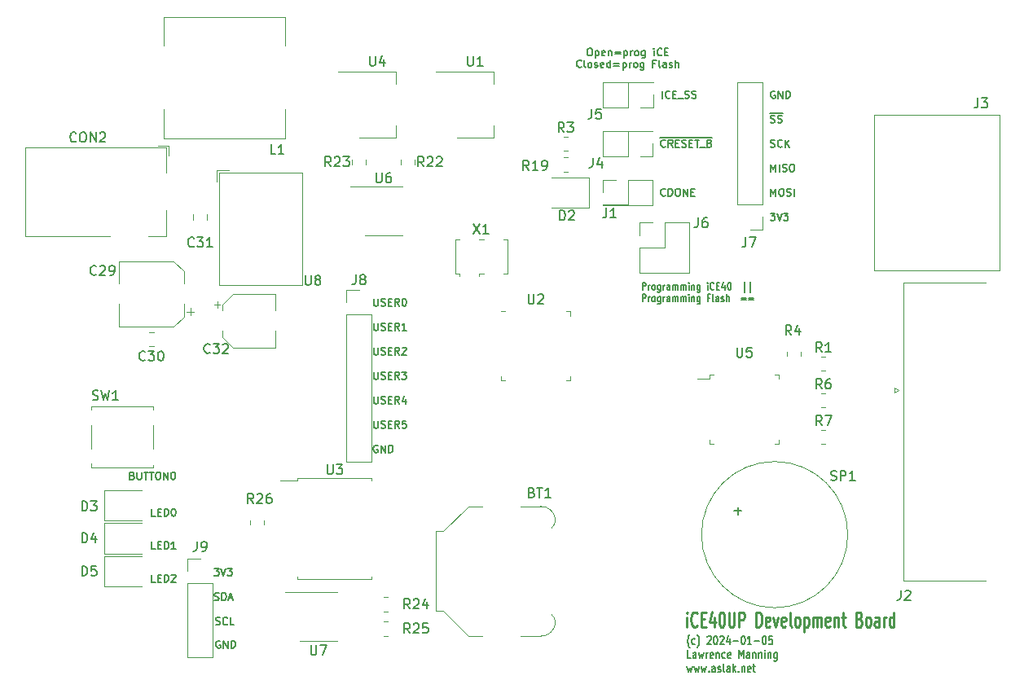
<source format=gbr>
%TF.GenerationSoftware,KiCad,Pcbnew,7.0.9-7.0.9~ubuntu20.04.1*%
%TF.CreationDate,2024-02-01T14:13:27+00:00*%
%TF.ProjectId,ICE40UPDevBoard,49434534-3055-4504-9465-76426f617264,rev?*%
%TF.SameCoordinates,Original*%
%TF.FileFunction,Legend,Top*%
%TF.FilePolarity,Positive*%
%FSLAX46Y46*%
G04 Gerber Fmt 4.6, Leading zero omitted, Abs format (unit mm)*
G04 Created by KiCad (PCBNEW 7.0.9-7.0.9~ubuntu20.04.1) date 2024-02-01 14:13:27*
%MOMM*%
%LPD*%
G01*
G04 APERTURE LIST*
%ADD10C,0.127000*%
%ADD11C,0.254000*%
%ADD12C,0.150000*%
%ADD13C,0.120000*%
G04 APERTURE END LIST*
D10*
X184814123Y-111380197D02*
X184741552Y-111343911D01*
X184741552Y-111343911D02*
X184632694Y-111343911D01*
X184632694Y-111343911D02*
X184523837Y-111380197D01*
X184523837Y-111380197D02*
X184451266Y-111452768D01*
X184451266Y-111452768D02*
X184414980Y-111525340D01*
X184414980Y-111525340D02*
X184378694Y-111670483D01*
X184378694Y-111670483D02*
X184378694Y-111779340D01*
X184378694Y-111779340D02*
X184414980Y-111924483D01*
X184414980Y-111924483D02*
X184451266Y-111997054D01*
X184451266Y-111997054D02*
X184523837Y-112069626D01*
X184523837Y-112069626D02*
X184632694Y-112105911D01*
X184632694Y-112105911D02*
X184705266Y-112105911D01*
X184705266Y-112105911D02*
X184814123Y-112069626D01*
X184814123Y-112069626D02*
X184850409Y-112033340D01*
X184850409Y-112033340D02*
X184850409Y-111779340D01*
X184850409Y-111779340D02*
X184705266Y-111779340D01*
X185176980Y-112105911D02*
X185176980Y-111343911D01*
X185176980Y-111343911D02*
X185612409Y-112105911D01*
X185612409Y-112105911D02*
X185612409Y-111343911D01*
X185975266Y-112105911D02*
X185975266Y-111343911D01*
X185975266Y-111343911D02*
X186156695Y-111343911D01*
X186156695Y-111343911D02*
X186265552Y-111380197D01*
X186265552Y-111380197D02*
X186338123Y-111452768D01*
X186338123Y-111452768D02*
X186374409Y-111525340D01*
X186374409Y-111525340D02*
X186410695Y-111670483D01*
X186410695Y-111670483D02*
X186410695Y-111779340D01*
X186410695Y-111779340D02*
X186374409Y-111924483D01*
X186374409Y-111924483D02*
X186338123Y-111997054D01*
X186338123Y-111997054D02*
X186265552Y-112069626D01*
X186265552Y-112069626D02*
X186156695Y-112105911D01*
X186156695Y-112105911D02*
X185975266Y-112105911D01*
X225689980Y-85435911D02*
X225689980Y-84673911D01*
X225689980Y-84673911D02*
X225943980Y-85218197D01*
X225943980Y-85218197D02*
X226197980Y-84673911D01*
X226197980Y-84673911D02*
X226197980Y-85435911D01*
X226705980Y-84673911D02*
X226851123Y-84673911D01*
X226851123Y-84673911D02*
X226923694Y-84710197D01*
X226923694Y-84710197D02*
X226996266Y-84782768D01*
X226996266Y-84782768D02*
X227032551Y-84927911D01*
X227032551Y-84927911D02*
X227032551Y-85181911D01*
X227032551Y-85181911D02*
X226996266Y-85327054D01*
X226996266Y-85327054D02*
X226923694Y-85399626D01*
X226923694Y-85399626D02*
X226851123Y-85435911D01*
X226851123Y-85435911D02*
X226705980Y-85435911D01*
X226705980Y-85435911D02*
X226633409Y-85399626D01*
X226633409Y-85399626D02*
X226560837Y-85327054D01*
X226560837Y-85327054D02*
X226524551Y-85181911D01*
X226524551Y-85181911D02*
X226524551Y-84927911D01*
X226524551Y-84927911D02*
X226560837Y-84782768D01*
X226560837Y-84782768D02*
X226633409Y-84710197D01*
X226633409Y-84710197D02*
X226705980Y-84673911D01*
X227322837Y-85399626D02*
X227431695Y-85435911D01*
X227431695Y-85435911D02*
X227613123Y-85435911D01*
X227613123Y-85435911D02*
X227685695Y-85399626D01*
X227685695Y-85399626D02*
X227721980Y-85363340D01*
X227721980Y-85363340D02*
X227758266Y-85290768D01*
X227758266Y-85290768D02*
X227758266Y-85218197D01*
X227758266Y-85218197D02*
X227721980Y-85145626D01*
X227721980Y-85145626D02*
X227685695Y-85109340D01*
X227685695Y-85109340D02*
X227613123Y-85073054D01*
X227613123Y-85073054D02*
X227467980Y-85036768D01*
X227467980Y-85036768D02*
X227395409Y-85000483D01*
X227395409Y-85000483D02*
X227359123Y-84964197D01*
X227359123Y-84964197D02*
X227322837Y-84891626D01*
X227322837Y-84891626D02*
X227322837Y-84819054D01*
X227322837Y-84819054D02*
X227359123Y-84746483D01*
X227359123Y-84746483D02*
X227395409Y-84710197D01*
X227395409Y-84710197D02*
X227467980Y-84673911D01*
X227467980Y-84673911D02*
X227649409Y-84673911D01*
X227649409Y-84673911D02*
X227758266Y-84710197D01*
X228084837Y-85435911D02*
X228084837Y-84673911D01*
X225617409Y-87213911D02*
X226089123Y-87213911D01*
X226089123Y-87213911D02*
X225835123Y-87504197D01*
X225835123Y-87504197D02*
X225943980Y-87504197D01*
X225943980Y-87504197D02*
X226016552Y-87540483D01*
X226016552Y-87540483D02*
X226052837Y-87576768D01*
X226052837Y-87576768D02*
X226089123Y-87649340D01*
X226089123Y-87649340D02*
X226089123Y-87830768D01*
X226089123Y-87830768D02*
X226052837Y-87903340D01*
X226052837Y-87903340D02*
X226016552Y-87939626D01*
X226016552Y-87939626D02*
X225943980Y-87975911D01*
X225943980Y-87975911D02*
X225726266Y-87975911D01*
X225726266Y-87975911D02*
X225653694Y-87939626D01*
X225653694Y-87939626D02*
X225617409Y-87903340D01*
X226306837Y-87213911D02*
X226560837Y-87975911D01*
X226560837Y-87975911D02*
X226814837Y-87213911D01*
X226996266Y-87213911D02*
X227467980Y-87213911D01*
X227467980Y-87213911D02*
X227213980Y-87504197D01*
X227213980Y-87504197D02*
X227322837Y-87504197D01*
X227322837Y-87504197D02*
X227395409Y-87540483D01*
X227395409Y-87540483D02*
X227431694Y-87576768D01*
X227431694Y-87576768D02*
X227467980Y-87649340D01*
X227467980Y-87649340D02*
X227467980Y-87830768D01*
X227467980Y-87830768D02*
X227431694Y-87903340D01*
X227431694Y-87903340D02*
X227395409Y-87939626D01*
X227395409Y-87939626D02*
X227322837Y-87975911D01*
X227322837Y-87975911D02*
X227105123Y-87975911D01*
X227105123Y-87975911D02*
X227032551Y-87939626D01*
X227032551Y-87939626D02*
X226996266Y-87903340D01*
X212324742Y-95193321D02*
X212324742Y-94431321D01*
X212324742Y-94431321D02*
X212566647Y-94431321D01*
X212566647Y-94431321D02*
X212627123Y-94467607D01*
X212627123Y-94467607D02*
X212657361Y-94503893D01*
X212657361Y-94503893D02*
X212687599Y-94576464D01*
X212687599Y-94576464D02*
X212687599Y-94685321D01*
X212687599Y-94685321D02*
X212657361Y-94757893D01*
X212657361Y-94757893D02*
X212627123Y-94794178D01*
X212627123Y-94794178D02*
X212566647Y-94830464D01*
X212566647Y-94830464D02*
X212324742Y-94830464D01*
X212959742Y-95193321D02*
X212959742Y-94685321D01*
X212959742Y-94830464D02*
X212989980Y-94757893D01*
X212989980Y-94757893D02*
X213020218Y-94721607D01*
X213020218Y-94721607D02*
X213080694Y-94685321D01*
X213080694Y-94685321D02*
X213141171Y-94685321D01*
X213443551Y-95193321D02*
X213383075Y-95157036D01*
X213383075Y-95157036D02*
X213352837Y-95120750D01*
X213352837Y-95120750D02*
X213322599Y-95048178D01*
X213322599Y-95048178D02*
X213322599Y-94830464D01*
X213322599Y-94830464D02*
X213352837Y-94757893D01*
X213352837Y-94757893D02*
X213383075Y-94721607D01*
X213383075Y-94721607D02*
X213443551Y-94685321D01*
X213443551Y-94685321D02*
X213534266Y-94685321D01*
X213534266Y-94685321D02*
X213594742Y-94721607D01*
X213594742Y-94721607D02*
X213624980Y-94757893D01*
X213624980Y-94757893D02*
X213655218Y-94830464D01*
X213655218Y-94830464D02*
X213655218Y-95048178D01*
X213655218Y-95048178D02*
X213624980Y-95120750D01*
X213624980Y-95120750D02*
X213594742Y-95157036D01*
X213594742Y-95157036D02*
X213534266Y-95193321D01*
X213534266Y-95193321D02*
X213443551Y-95193321D01*
X214199504Y-94685321D02*
X214199504Y-95302178D01*
X214199504Y-95302178D02*
X214169266Y-95374750D01*
X214169266Y-95374750D02*
X214139028Y-95411036D01*
X214139028Y-95411036D02*
X214078551Y-95447321D01*
X214078551Y-95447321D02*
X213987837Y-95447321D01*
X213987837Y-95447321D02*
X213927361Y-95411036D01*
X214199504Y-95157036D02*
X214139028Y-95193321D01*
X214139028Y-95193321D02*
X214018075Y-95193321D01*
X214018075Y-95193321D02*
X213957599Y-95157036D01*
X213957599Y-95157036D02*
X213927361Y-95120750D01*
X213927361Y-95120750D02*
X213897123Y-95048178D01*
X213897123Y-95048178D02*
X213897123Y-94830464D01*
X213897123Y-94830464D02*
X213927361Y-94757893D01*
X213927361Y-94757893D02*
X213957599Y-94721607D01*
X213957599Y-94721607D02*
X214018075Y-94685321D01*
X214018075Y-94685321D02*
X214139028Y-94685321D01*
X214139028Y-94685321D02*
X214199504Y-94721607D01*
X214501885Y-95193321D02*
X214501885Y-94685321D01*
X214501885Y-94830464D02*
X214532123Y-94757893D01*
X214532123Y-94757893D02*
X214562361Y-94721607D01*
X214562361Y-94721607D02*
X214622837Y-94685321D01*
X214622837Y-94685321D02*
X214683314Y-94685321D01*
X215167123Y-95193321D02*
X215167123Y-94794178D01*
X215167123Y-94794178D02*
X215136885Y-94721607D01*
X215136885Y-94721607D02*
X215076409Y-94685321D01*
X215076409Y-94685321D02*
X214955456Y-94685321D01*
X214955456Y-94685321D02*
X214894980Y-94721607D01*
X215167123Y-95157036D02*
X215106647Y-95193321D01*
X215106647Y-95193321D02*
X214955456Y-95193321D01*
X214955456Y-95193321D02*
X214894980Y-95157036D01*
X214894980Y-95157036D02*
X214864742Y-95084464D01*
X214864742Y-95084464D02*
X214864742Y-95011893D01*
X214864742Y-95011893D02*
X214894980Y-94939321D01*
X214894980Y-94939321D02*
X214955456Y-94903036D01*
X214955456Y-94903036D02*
X215106647Y-94903036D01*
X215106647Y-94903036D02*
X215167123Y-94866750D01*
X215469504Y-95193321D02*
X215469504Y-94685321D01*
X215469504Y-94757893D02*
X215499742Y-94721607D01*
X215499742Y-94721607D02*
X215560218Y-94685321D01*
X215560218Y-94685321D02*
X215650933Y-94685321D01*
X215650933Y-94685321D02*
X215711409Y-94721607D01*
X215711409Y-94721607D02*
X215741647Y-94794178D01*
X215741647Y-94794178D02*
X215741647Y-95193321D01*
X215741647Y-94794178D02*
X215771885Y-94721607D01*
X215771885Y-94721607D02*
X215832361Y-94685321D01*
X215832361Y-94685321D02*
X215923075Y-94685321D01*
X215923075Y-94685321D02*
X215983552Y-94721607D01*
X215983552Y-94721607D02*
X216013790Y-94794178D01*
X216013790Y-94794178D02*
X216013790Y-95193321D01*
X216316171Y-95193321D02*
X216316171Y-94685321D01*
X216316171Y-94757893D02*
X216346409Y-94721607D01*
X216346409Y-94721607D02*
X216406885Y-94685321D01*
X216406885Y-94685321D02*
X216497600Y-94685321D01*
X216497600Y-94685321D02*
X216558076Y-94721607D01*
X216558076Y-94721607D02*
X216588314Y-94794178D01*
X216588314Y-94794178D02*
X216588314Y-95193321D01*
X216588314Y-94794178D02*
X216618552Y-94721607D01*
X216618552Y-94721607D02*
X216679028Y-94685321D01*
X216679028Y-94685321D02*
X216769742Y-94685321D01*
X216769742Y-94685321D02*
X216830219Y-94721607D01*
X216830219Y-94721607D02*
X216860457Y-94794178D01*
X216860457Y-94794178D02*
X216860457Y-95193321D01*
X217162838Y-95193321D02*
X217162838Y-94685321D01*
X217162838Y-94431321D02*
X217132600Y-94467607D01*
X217132600Y-94467607D02*
X217162838Y-94503893D01*
X217162838Y-94503893D02*
X217193076Y-94467607D01*
X217193076Y-94467607D02*
X217162838Y-94431321D01*
X217162838Y-94431321D02*
X217162838Y-94503893D01*
X217465219Y-94685321D02*
X217465219Y-95193321D01*
X217465219Y-94757893D02*
X217495457Y-94721607D01*
X217495457Y-94721607D02*
X217555933Y-94685321D01*
X217555933Y-94685321D02*
X217646648Y-94685321D01*
X217646648Y-94685321D02*
X217707124Y-94721607D01*
X217707124Y-94721607D02*
X217737362Y-94794178D01*
X217737362Y-94794178D02*
X217737362Y-95193321D01*
X218311886Y-94685321D02*
X218311886Y-95302178D01*
X218311886Y-95302178D02*
X218281648Y-95374750D01*
X218281648Y-95374750D02*
X218251410Y-95411036D01*
X218251410Y-95411036D02*
X218190933Y-95447321D01*
X218190933Y-95447321D02*
X218100219Y-95447321D01*
X218100219Y-95447321D02*
X218039743Y-95411036D01*
X218311886Y-95157036D02*
X218251410Y-95193321D01*
X218251410Y-95193321D02*
X218130457Y-95193321D01*
X218130457Y-95193321D02*
X218069981Y-95157036D01*
X218069981Y-95157036D02*
X218039743Y-95120750D01*
X218039743Y-95120750D02*
X218009505Y-95048178D01*
X218009505Y-95048178D02*
X218009505Y-94830464D01*
X218009505Y-94830464D02*
X218039743Y-94757893D01*
X218039743Y-94757893D02*
X218069981Y-94721607D01*
X218069981Y-94721607D02*
X218130457Y-94685321D01*
X218130457Y-94685321D02*
X218251410Y-94685321D01*
X218251410Y-94685321D02*
X218311886Y-94721607D01*
X219098077Y-95193321D02*
X219098077Y-94685321D01*
X219098077Y-94431321D02*
X219067839Y-94467607D01*
X219067839Y-94467607D02*
X219098077Y-94503893D01*
X219098077Y-94503893D02*
X219128315Y-94467607D01*
X219128315Y-94467607D02*
X219098077Y-94431321D01*
X219098077Y-94431321D02*
X219098077Y-94503893D01*
X219763315Y-95120750D02*
X219733077Y-95157036D01*
X219733077Y-95157036D02*
X219642363Y-95193321D01*
X219642363Y-95193321D02*
X219581887Y-95193321D01*
X219581887Y-95193321D02*
X219491172Y-95157036D01*
X219491172Y-95157036D02*
X219430696Y-95084464D01*
X219430696Y-95084464D02*
X219400458Y-95011893D01*
X219400458Y-95011893D02*
X219370220Y-94866750D01*
X219370220Y-94866750D02*
X219370220Y-94757893D01*
X219370220Y-94757893D02*
X219400458Y-94612750D01*
X219400458Y-94612750D02*
X219430696Y-94540178D01*
X219430696Y-94540178D02*
X219491172Y-94467607D01*
X219491172Y-94467607D02*
X219581887Y-94431321D01*
X219581887Y-94431321D02*
X219642363Y-94431321D01*
X219642363Y-94431321D02*
X219733077Y-94467607D01*
X219733077Y-94467607D02*
X219763315Y-94503893D01*
X220035458Y-94794178D02*
X220247125Y-94794178D01*
X220337839Y-95193321D02*
X220035458Y-95193321D01*
X220035458Y-95193321D02*
X220035458Y-94431321D01*
X220035458Y-94431321D02*
X220337839Y-94431321D01*
X220882125Y-94685321D02*
X220882125Y-95193321D01*
X220730934Y-94395036D02*
X220579744Y-94939321D01*
X220579744Y-94939321D02*
X220972839Y-94939321D01*
X221335696Y-94431321D02*
X221396173Y-94431321D01*
X221396173Y-94431321D02*
X221456649Y-94467607D01*
X221456649Y-94467607D02*
X221486887Y-94503893D01*
X221486887Y-94503893D02*
X221517125Y-94576464D01*
X221517125Y-94576464D02*
X221547363Y-94721607D01*
X221547363Y-94721607D02*
X221547363Y-94903036D01*
X221547363Y-94903036D02*
X221517125Y-95048178D01*
X221517125Y-95048178D02*
X221486887Y-95120750D01*
X221486887Y-95120750D02*
X221456649Y-95157036D01*
X221456649Y-95157036D02*
X221396173Y-95193321D01*
X221396173Y-95193321D02*
X221335696Y-95193321D01*
X221335696Y-95193321D02*
X221275220Y-95157036D01*
X221275220Y-95157036D02*
X221244982Y-95120750D01*
X221244982Y-95120750D02*
X221214744Y-95048178D01*
X221214744Y-95048178D02*
X221184506Y-94903036D01*
X221184506Y-94903036D02*
X221184506Y-94721607D01*
X221184506Y-94721607D02*
X221214744Y-94576464D01*
X221214744Y-94576464D02*
X221244982Y-94503893D01*
X221244982Y-94503893D02*
X221275220Y-94467607D01*
X221275220Y-94467607D02*
X221335696Y-94431321D01*
X222938316Y-95447321D02*
X222938316Y-94358750D01*
X223543078Y-95447321D02*
X223543078Y-94358750D01*
X212324742Y-96420141D02*
X212324742Y-95658141D01*
X212324742Y-95658141D02*
X212566647Y-95658141D01*
X212566647Y-95658141D02*
X212627123Y-95694427D01*
X212627123Y-95694427D02*
X212657361Y-95730713D01*
X212657361Y-95730713D02*
X212687599Y-95803284D01*
X212687599Y-95803284D02*
X212687599Y-95912141D01*
X212687599Y-95912141D02*
X212657361Y-95984713D01*
X212657361Y-95984713D02*
X212627123Y-96020998D01*
X212627123Y-96020998D02*
X212566647Y-96057284D01*
X212566647Y-96057284D02*
X212324742Y-96057284D01*
X212959742Y-96420141D02*
X212959742Y-95912141D01*
X212959742Y-96057284D02*
X212989980Y-95984713D01*
X212989980Y-95984713D02*
X213020218Y-95948427D01*
X213020218Y-95948427D02*
X213080694Y-95912141D01*
X213080694Y-95912141D02*
X213141171Y-95912141D01*
X213443551Y-96420141D02*
X213383075Y-96383856D01*
X213383075Y-96383856D02*
X213352837Y-96347570D01*
X213352837Y-96347570D02*
X213322599Y-96274998D01*
X213322599Y-96274998D02*
X213322599Y-96057284D01*
X213322599Y-96057284D02*
X213352837Y-95984713D01*
X213352837Y-95984713D02*
X213383075Y-95948427D01*
X213383075Y-95948427D02*
X213443551Y-95912141D01*
X213443551Y-95912141D02*
X213534266Y-95912141D01*
X213534266Y-95912141D02*
X213594742Y-95948427D01*
X213594742Y-95948427D02*
X213624980Y-95984713D01*
X213624980Y-95984713D02*
X213655218Y-96057284D01*
X213655218Y-96057284D02*
X213655218Y-96274998D01*
X213655218Y-96274998D02*
X213624980Y-96347570D01*
X213624980Y-96347570D02*
X213594742Y-96383856D01*
X213594742Y-96383856D02*
X213534266Y-96420141D01*
X213534266Y-96420141D02*
X213443551Y-96420141D01*
X214199504Y-95912141D02*
X214199504Y-96528998D01*
X214199504Y-96528998D02*
X214169266Y-96601570D01*
X214169266Y-96601570D02*
X214139028Y-96637856D01*
X214139028Y-96637856D02*
X214078551Y-96674141D01*
X214078551Y-96674141D02*
X213987837Y-96674141D01*
X213987837Y-96674141D02*
X213927361Y-96637856D01*
X214199504Y-96383856D02*
X214139028Y-96420141D01*
X214139028Y-96420141D02*
X214018075Y-96420141D01*
X214018075Y-96420141D02*
X213957599Y-96383856D01*
X213957599Y-96383856D02*
X213927361Y-96347570D01*
X213927361Y-96347570D02*
X213897123Y-96274998D01*
X213897123Y-96274998D02*
X213897123Y-96057284D01*
X213897123Y-96057284D02*
X213927361Y-95984713D01*
X213927361Y-95984713D02*
X213957599Y-95948427D01*
X213957599Y-95948427D02*
X214018075Y-95912141D01*
X214018075Y-95912141D02*
X214139028Y-95912141D01*
X214139028Y-95912141D02*
X214199504Y-95948427D01*
X214501885Y-96420141D02*
X214501885Y-95912141D01*
X214501885Y-96057284D02*
X214532123Y-95984713D01*
X214532123Y-95984713D02*
X214562361Y-95948427D01*
X214562361Y-95948427D02*
X214622837Y-95912141D01*
X214622837Y-95912141D02*
X214683314Y-95912141D01*
X215167123Y-96420141D02*
X215167123Y-96020998D01*
X215167123Y-96020998D02*
X215136885Y-95948427D01*
X215136885Y-95948427D02*
X215076409Y-95912141D01*
X215076409Y-95912141D02*
X214955456Y-95912141D01*
X214955456Y-95912141D02*
X214894980Y-95948427D01*
X215167123Y-96383856D02*
X215106647Y-96420141D01*
X215106647Y-96420141D02*
X214955456Y-96420141D01*
X214955456Y-96420141D02*
X214894980Y-96383856D01*
X214894980Y-96383856D02*
X214864742Y-96311284D01*
X214864742Y-96311284D02*
X214864742Y-96238713D01*
X214864742Y-96238713D02*
X214894980Y-96166141D01*
X214894980Y-96166141D02*
X214955456Y-96129856D01*
X214955456Y-96129856D02*
X215106647Y-96129856D01*
X215106647Y-96129856D02*
X215167123Y-96093570D01*
X215469504Y-96420141D02*
X215469504Y-95912141D01*
X215469504Y-95984713D02*
X215499742Y-95948427D01*
X215499742Y-95948427D02*
X215560218Y-95912141D01*
X215560218Y-95912141D02*
X215650933Y-95912141D01*
X215650933Y-95912141D02*
X215711409Y-95948427D01*
X215711409Y-95948427D02*
X215741647Y-96020998D01*
X215741647Y-96020998D02*
X215741647Y-96420141D01*
X215741647Y-96020998D02*
X215771885Y-95948427D01*
X215771885Y-95948427D02*
X215832361Y-95912141D01*
X215832361Y-95912141D02*
X215923075Y-95912141D01*
X215923075Y-95912141D02*
X215983552Y-95948427D01*
X215983552Y-95948427D02*
X216013790Y-96020998D01*
X216013790Y-96020998D02*
X216013790Y-96420141D01*
X216316171Y-96420141D02*
X216316171Y-95912141D01*
X216316171Y-95984713D02*
X216346409Y-95948427D01*
X216346409Y-95948427D02*
X216406885Y-95912141D01*
X216406885Y-95912141D02*
X216497600Y-95912141D01*
X216497600Y-95912141D02*
X216558076Y-95948427D01*
X216558076Y-95948427D02*
X216588314Y-96020998D01*
X216588314Y-96020998D02*
X216588314Y-96420141D01*
X216588314Y-96020998D02*
X216618552Y-95948427D01*
X216618552Y-95948427D02*
X216679028Y-95912141D01*
X216679028Y-95912141D02*
X216769742Y-95912141D01*
X216769742Y-95912141D02*
X216830219Y-95948427D01*
X216830219Y-95948427D02*
X216860457Y-96020998D01*
X216860457Y-96020998D02*
X216860457Y-96420141D01*
X217162838Y-96420141D02*
X217162838Y-95912141D01*
X217162838Y-95658141D02*
X217132600Y-95694427D01*
X217132600Y-95694427D02*
X217162838Y-95730713D01*
X217162838Y-95730713D02*
X217193076Y-95694427D01*
X217193076Y-95694427D02*
X217162838Y-95658141D01*
X217162838Y-95658141D02*
X217162838Y-95730713D01*
X217465219Y-95912141D02*
X217465219Y-96420141D01*
X217465219Y-95984713D02*
X217495457Y-95948427D01*
X217495457Y-95948427D02*
X217555933Y-95912141D01*
X217555933Y-95912141D02*
X217646648Y-95912141D01*
X217646648Y-95912141D02*
X217707124Y-95948427D01*
X217707124Y-95948427D02*
X217737362Y-96020998D01*
X217737362Y-96020998D02*
X217737362Y-96420141D01*
X218311886Y-95912141D02*
X218311886Y-96528998D01*
X218311886Y-96528998D02*
X218281648Y-96601570D01*
X218281648Y-96601570D02*
X218251410Y-96637856D01*
X218251410Y-96637856D02*
X218190933Y-96674141D01*
X218190933Y-96674141D02*
X218100219Y-96674141D01*
X218100219Y-96674141D02*
X218039743Y-96637856D01*
X218311886Y-96383856D02*
X218251410Y-96420141D01*
X218251410Y-96420141D02*
X218130457Y-96420141D01*
X218130457Y-96420141D02*
X218069981Y-96383856D01*
X218069981Y-96383856D02*
X218039743Y-96347570D01*
X218039743Y-96347570D02*
X218009505Y-96274998D01*
X218009505Y-96274998D02*
X218009505Y-96057284D01*
X218009505Y-96057284D02*
X218039743Y-95984713D01*
X218039743Y-95984713D02*
X218069981Y-95948427D01*
X218069981Y-95948427D02*
X218130457Y-95912141D01*
X218130457Y-95912141D02*
X218251410Y-95912141D01*
X218251410Y-95912141D02*
X218311886Y-95948427D01*
X219309744Y-96020998D02*
X219098077Y-96020998D01*
X219098077Y-96420141D02*
X219098077Y-95658141D01*
X219098077Y-95658141D02*
X219400458Y-95658141D01*
X219733077Y-96420141D02*
X219672601Y-96383856D01*
X219672601Y-96383856D02*
X219642363Y-96311284D01*
X219642363Y-96311284D02*
X219642363Y-95658141D01*
X220247125Y-96420141D02*
X220247125Y-96020998D01*
X220247125Y-96020998D02*
X220216887Y-95948427D01*
X220216887Y-95948427D02*
X220156411Y-95912141D01*
X220156411Y-95912141D02*
X220035458Y-95912141D01*
X220035458Y-95912141D02*
X219974982Y-95948427D01*
X220247125Y-96383856D02*
X220186649Y-96420141D01*
X220186649Y-96420141D02*
X220035458Y-96420141D01*
X220035458Y-96420141D02*
X219974982Y-96383856D01*
X219974982Y-96383856D02*
X219944744Y-96311284D01*
X219944744Y-96311284D02*
X219944744Y-96238713D01*
X219944744Y-96238713D02*
X219974982Y-96166141D01*
X219974982Y-96166141D02*
X220035458Y-96129856D01*
X220035458Y-96129856D02*
X220186649Y-96129856D01*
X220186649Y-96129856D02*
X220247125Y-96093570D01*
X220519268Y-96383856D02*
X220579744Y-96420141D01*
X220579744Y-96420141D02*
X220700696Y-96420141D01*
X220700696Y-96420141D02*
X220761173Y-96383856D01*
X220761173Y-96383856D02*
X220791411Y-96311284D01*
X220791411Y-96311284D02*
X220791411Y-96274998D01*
X220791411Y-96274998D02*
X220761173Y-96202427D01*
X220761173Y-96202427D02*
X220700696Y-96166141D01*
X220700696Y-96166141D02*
X220609982Y-96166141D01*
X220609982Y-96166141D02*
X220549506Y-96129856D01*
X220549506Y-96129856D02*
X220519268Y-96057284D01*
X220519268Y-96057284D02*
X220519268Y-96020998D01*
X220519268Y-96020998D02*
X220549506Y-95948427D01*
X220549506Y-95948427D02*
X220609982Y-95912141D01*
X220609982Y-95912141D02*
X220700696Y-95912141D01*
X220700696Y-95912141D02*
X220761173Y-95948427D01*
X221063554Y-96420141D02*
X221063554Y-95658141D01*
X221335697Y-96420141D02*
X221335697Y-96020998D01*
X221335697Y-96020998D02*
X221305459Y-95948427D01*
X221305459Y-95948427D02*
X221244983Y-95912141D01*
X221244983Y-95912141D02*
X221154268Y-95912141D01*
X221154268Y-95912141D02*
X221093792Y-95948427D01*
X221093792Y-95948427D02*
X221063554Y-95984713D01*
X222605698Y-96020998D02*
X223089508Y-96020998D01*
X223089508Y-96238713D02*
X222605698Y-96238713D01*
X223391888Y-96020998D02*
X223875698Y-96020998D01*
X223875698Y-96238713D02*
X223391888Y-96238713D01*
X168431123Y-131700197D02*
X168358552Y-131663911D01*
X168358552Y-131663911D02*
X168249694Y-131663911D01*
X168249694Y-131663911D02*
X168140837Y-131700197D01*
X168140837Y-131700197D02*
X168068266Y-131772768D01*
X168068266Y-131772768D02*
X168031980Y-131845340D01*
X168031980Y-131845340D02*
X167995694Y-131990483D01*
X167995694Y-131990483D02*
X167995694Y-132099340D01*
X167995694Y-132099340D02*
X168031980Y-132244483D01*
X168031980Y-132244483D02*
X168068266Y-132317054D01*
X168068266Y-132317054D02*
X168140837Y-132389626D01*
X168140837Y-132389626D02*
X168249694Y-132425911D01*
X168249694Y-132425911D02*
X168322266Y-132425911D01*
X168322266Y-132425911D02*
X168431123Y-132389626D01*
X168431123Y-132389626D02*
X168467409Y-132353340D01*
X168467409Y-132353340D02*
X168467409Y-132099340D01*
X168467409Y-132099340D02*
X168322266Y-132099340D01*
X168793980Y-132425911D02*
X168793980Y-131663911D01*
X168793980Y-131663911D02*
X169229409Y-132425911D01*
X169229409Y-132425911D02*
X169229409Y-131663911D01*
X169592266Y-132425911D02*
X169592266Y-131663911D01*
X169592266Y-131663911D02*
X169773695Y-131663911D01*
X169773695Y-131663911D02*
X169882552Y-131700197D01*
X169882552Y-131700197D02*
X169955123Y-131772768D01*
X169955123Y-131772768D02*
X169991409Y-131845340D01*
X169991409Y-131845340D02*
X170027695Y-131990483D01*
X170027695Y-131990483D02*
X170027695Y-132099340D01*
X170027695Y-132099340D02*
X169991409Y-132244483D01*
X169991409Y-132244483D02*
X169955123Y-132317054D01*
X169955123Y-132317054D02*
X169882552Y-132389626D01*
X169882552Y-132389626D02*
X169773695Y-132425911D01*
X169773695Y-132425911D02*
X169592266Y-132425911D01*
X225653694Y-80319626D02*
X225762552Y-80355911D01*
X225762552Y-80355911D02*
X225943980Y-80355911D01*
X225943980Y-80355911D02*
X226016552Y-80319626D01*
X226016552Y-80319626D02*
X226052837Y-80283340D01*
X226052837Y-80283340D02*
X226089123Y-80210768D01*
X226089123Y-80210768D02*
X226089123Y-80138197D01*
X226089123Y-80138197D02*
X226052837Y-80065626D01*
X226052837Y-80065626D02*
X226016552Y-80029340D01*
X226016552Y-80029340D02*
X225943980Y-79993054D01*
X225943980Y-79993054D02*
X225798837Y-79956768D01*
X225798837Y-79956768D02*
X225726266Y-79920483D01*
X225726266Y-79920483D02*
X225689980Y-79884197D01*
X225689980Y-79884197D02*
X225653694Y-79811626D01*
X225653694Y-79811626D02*
X225653694Y-79739054D01*
X225653694Y-79739054D02*
X225689980Y-79666483D01*
X225689980Y-79666483D02*
X225726266Y-79630197D01*
X225726266Y-79630197D02*
X225798837Y-79593911D01*
X225798837Y-79593911D02*
X225980266Y-79593911D01*
X225980266Y-79593911D02*
X226089123Y-79630197D01*
X226851123Y-80283340D02*
X226814837Y-80319626D01*
X226814837Y-80319626D02*
X226705980Y-80355911D01*
X226705980Y-80355911D02*
X226633408Y-80355911D01*
X226633408Y-80355911D02*
X226524551Y-80319626D01*
X226524551Y-80319626D02*
X226451980Y-80247054D01*
X226451980Y-80247054D02*
X226415694Y-80174483D01*
X226415694Y-80174483D02*
X226379408Y-80029340D01*
X226379408Y-80029340D02*
X226379408Y-79920483D01*
X226379408Y-79920483D02*
X226415694Y-79775340D01*
X226415694Y-79775340D02*
X226451980Y-79702768D01*
X226451980Y-79702768D02*
X226524551Y-79630197D01*
X226524551Y-79630197D02*
X226633408Y-79593911D01*
X226633408Y-79593911D02*
X226705980Y-79593911D01*
X226705980Y-79593911D02*
X226814837Y-79630197D01*
X226814837Y-79630197D02*
X226851123Y-79666483D01*
X227177694Y-80355911D02*
X227177694Y-79593911D01*
X227613123Y-80355911D02*
X227286551Y-79920483D01*
X227613123Y-79593911D02*
X227177694Y-80029340D01*
X214386980Y-75275911D02*
X214386980Y-74513911D01*
X215185266Y-75203340D02*
X215148980Y-75239626D01*
X215148980Y-75239626D02*
X215040123Y-75275911D01*
X215040123Y-75275911D02*
X214967551Y-75275911D01*
X214967551Y-75275911D02*
X214858694Y-75239626D01*
X214858694Y-75239626D02*
X214786123Y-75167054D01*
X214786123Y-75167054D02*
X214749837Y-75094483D01*
X214749837Y-75094483D02*
X214713551Y-74949340D01*
X214713551Y-74949340D02*
X214713551Y-74840483D01*
X214713551Y-74840483D02*
X214749837Y-74695340D01*
X214749837Y-74695340D02*
X214786123Y-74622768D01*
X214786123Y-74622768D02*
X214858694Y-74550197D01*
X214858694Y-74550197D02*
X214967551Y-74513911D01*
X214967551Y-74513911D02*
X215040123Y-74513911D01*
X215040123Y-74513911D02*
X215148980Y-74550197D01*
X215148980Y-74550197D02*
X215185266Y-74586483D01*
X215511837Y-74876768D02*
X215765837Y-74876768D01*
X215874694Y-75275911D02*
X215511837Y-75275911D01*
X215511837Y-75275911D02*
X215511837Y-74513911D01*
X215511837Y-74513911D02*
X215874694Y-74513911D01*
X216019838Y-75348483D02*
X216600409Y-75348483D01*
X216745551Y-75239626D02*
X216854409Y-75275911D01*
X216854409Y-75275911D02*
X217035837Y-75275911D01*
X217035837Y-75275911D02*
X217108409Y-75239626D01*
X217108409Y-75239626D02*
X217144694Y-75203340D01*
X217144694Y-75203340D02*
X217180980Y-75130768D01*
X217180980Y-75130768D02*
X217180980Y-75058197D01*
X217180980Y-75058197D02*
X217144694Y-74985626D01*
X217144694Y-74985626D02*
X217108409Y-74949340D01*
X217108409Y-74949340D02*
X217035837Y-74913054D01*
X217035837Y-74913054D02*
X216890694Y-74876768D01*
X216890694Y-74876768D02*
X216818123Y-74840483D01*
X216818123Y-74840483D02*
X216781837Y-74804197D01*
X216781837Y-74804197D02*
X216745551Y-74731626D01*
X216745551Y-74731626D02*
X216745551Y-74659054D01*
X216745551Y-74659054D02*
X216781837Y-74586483D01*
X216781837Y-74586483D02*
X216818123Y-74550197D01*
X216818123Y-74550197D02*
X216890694Y-74513911D01*
X216890694Y-74513911D02*
X217072123Y-74513911D01*
X217072123Y-74513911D02*
X217180980Y-74550197D01*
X217471265Y-75239626D02*
X217580123Y-75275911D01*
X217580123Y-75275911D02*
X217761551Y-75275911D01*
X217761551Y-75275911D02*
X217834123Y-75239626D01*
X217834123Y-75239626D02*
X217870408Y-75203340D01*
X217870408Y-75203340D02*
X217906694Y-75130768D01*
X217906694Y-75130768D02*
X217906694Y-75058197D01*
X217906694Y-75058197D02*
X217870408Y-74985626D01*
X217870408Y-74985626D02*
X217834123Y-74949340D01*
X217834123Y-74949340D02*
X217761551Y-74913054D01*
X217761551Y-74913054D02*
X217616408Y-74876768D01*
X217616408Y-74876768D02*
X217543837Y-74840483D01*
X217543837Y-74840483D02*
X217507551Y-74804197D01*
X217507551Y-74804197D02*
X217471265Y-74731626D01*
X217471265Y-74731626D02*
X217471265Y-74659054D01*
X217471265Y-74659054D02*
X217507551Y-74586483D01*
X217507551Y-74586483D02*
X217543837Y-74550197D01*
X217543837Y-74550197D02*
X217616408Y-74513911D01*
X217616408Y-74513911D02*
X217797837Y-74513911D01*
X217797837Y-74513911D02*
X217906694Y-74550197D01*
X167868694Y-127436626D02*
X167977552Y-127472911D01*
X167977552Y-127472911D02*
X168158980Y-127472911D01*
X168158980Y-127472911D02*
X168231552Y-127436626D01*
X168231552Y-127436626D02*
X168267837Y-127400340D01*
X168267837Y-127400340D02*
X168304123Y-127327768D01*
X168304123Y-127327768D02*
X168304123Y-127255197D01*
X168304123Y-127255197D02*
X168267837Y-127182626D01*
X168267837Y-127182626D02*
X168231552Y-127146340D01*
X168231552Y-127146340D02*
X168158980Y-127110054D01*
X168158980Y-127110054D02*
X168013837Y-127073768D01*
X168013837Y-127073768D02*
X167941266Y-127037483D01*
X167941266Y-127037483D02*
X167904980Y-127001197D01*
X167904980Y-127001197D02*
X167868694Y-126928626D01*
X167868694Y-126928626D02*
X167868694Y-126856054D01*
X167868694Y-126856054D02*
X167904980Y-126783483D01*
X167904980Y-126783483D02*
X167941266Y-126747197D01*
X167941266Y-126747197D02*
X168013837Y-126710911D01*
X168013837Y-126710911D02*
X168195266Y-126710911D01*
X168195266Y-126710911D02*
X168304123Y-126747197D01*
X168630694Y-127472911D02*
X168630694Y-126710911D01*
X168630694Y-126710911D02*
X168812123Y-126710911D01*
X168812123Y-126710911D02*
X168920980Y-126747197D01*
X168920980Y-126747197D02*
X168993551Y-126819768D01*
X168993551Y-126819768D02*
X169029837Y-126892340D01*
X169029837Y-126892340D02*
X169066123Y-127037483D01*
X169066123Y-127037483D02*
X169066123Y-127146340D01*
X169066123Y-127146340D02*
X169029837Y-127291483D01*
X169029837Y-127291483D02*
X168993551Y-127364054D01*
X168993551Y-127364054D02*
X168920980Y-127436626D01*
X168920980Y-127436626D02*
X168812123Y-127472911D01*
X168812123Y-127472911D02*
X168630694Y-127472911D01*
X169356408Y-127255197D02*
X169719266Y-127255197D01*
X169283837Y-127472911D02*
X169537837Y-126710911D01*
X169537837Y-126710911D02*
X169791837Y-127472911D01*
X225653694Y-77779626D02*
X225762552Y-77815911D01*
X225762552Y-77815911D02*
X225943980Y-77815911D01*
X225943980Y-77815911D02*
X226016552Y-77779626D01*
X226016552Y-77779626D02*
X226052837Y-77743340D01*
X226052837Y-77743340D02*
X226089123Y-77670768D01*
X226089123Y-77670768D02*
X226089123Y-77598197D01*
X226089123Y-77598197D02*
X226052837Y-77525626D01*
X226052837Y-77525626D02*
X226016552Y-77489340D01*
X226016552Y-77489340D02*
X225943980Y-77453054D01*
X225943980Y-77453054D02*
X225798837Y-77416768D01*
X225798837Y-77416768D02*
X225726266Y-77380483D01*
X225726266Y-77380483D02*
X225689980Y-77344197D01*
X225689980Y-77344197D02*
X225653694Y-77271626D01*
X225653694Y-77271626D02*
X225653694Y-77199054D01*
X225653694Y-77199054D02*
X225689980Y-77126483D01*
X225689980Y-77126483D02*
X225726266Y-77090197D01*
X225726266Y-77090197D02*
X225798837Y-77053911D01*
X225798837Y-77053911D02*
X225980266Y-77053911D01*
X225980266Y-77053911D02*
X226089123Y-77090197D01*
X226379408Y-77779626D02*
X226488266Y-77815911D01*
X226488266Y-77815911D02*
X226669694Y-77815911D01*
X226669694Y-77815911D02*
X226742266Y-77779626D01*
X226742266Y-77779626D02*
X226778551Y-77743340D01*
X226778551Y-77743340D02*
X226814837Y-77670768D01*
X226814837Y-77670768D02*
X226814837Y-77598197D01*
X226814837Y-77598197D02*
X226778551Y-77525626D01*
X226778551Y-77525626D02*
X226742266Y-77489340D01*
X226742266Y-77489340D02*
X226669694Y-77453054D01*
X226669694Y-77453054D02*
X226524551Y-77416768D01*
X226524551Y-77416768D02*
X226451980Y-77380483D01*
X226451980Y-77380483D02*
X226415694Y-77344197D01*
X226415694Y-77344197D02*
X226379408Y-77271626D01*
X226379408Y-77271626D02*
X226379408Y-77199054D01*
X226379408Y-77199054D02*
X226415694Y-77126483D01*
X226415694Y-77126483D02*
X226451980Y-77090197D01*
X226451980Y-77090197D02*
X226524551Y-77053911D01*
X226524551Y-77053911D02*
X226705980Y-77053911D01*
X226705980Y-77053911D02*
X226814837Y-77090197D01*
X225584752Y-76842366D02*
X226883780Y-76842366D01*
X226089123Y-74550197D02*
X226016552Y-74513911D01*
X226016552Y-74513911D02*
X225907694Y-74513911D01*
X225907694Y-74513911D02*
X225798837Y-74550197D01*
X225798837Y-74550197D02*
X225726266Y-74622768D01*
X225726266Y-74622768D02*
X225689980Y-74695340D01*
X225689980Y-74695340D02*
X225653694Y-74840483D01*
X225653694Y-74840483D02*
X225653694Y-74949340D01*
X225653694Y-74949340D02*
X225689980Y-75094483D01*
X225689980Y-75094483D02*
X225726266Y-75167054D01*
X225726266Y-75167054D02*
X225798837Y-75239626D01*
X225798837Y-75239626D02*
X225907694Y-75275911D01*
X225907694Y-75275911D02*
X225980266Y-75275911D01*
X225980266Y-75275911D02*
X226089123Y-75239626D01*
X226089123Y-75239626D02*
X226125409Y-75203340D01*
X226125409Y-75203340D02*
X226125409Y-74949340D01*
X226125409Y-74949340D02*
X225980266Y-74949340D01*
X226451980Y-75275911D02*
X226451980Y-74513911D01*
X226451980Y-74513911D02*
X226887409Y-75275911D01*
X226887409Y-75275911D02*
X226887409Y-74513911D01*
X227250266Y-75275911D02*
X227250266Y-74513911D01*
X227250266Y-74513911D02*
X227431695Y-74513911D01*
X227431695Y-74513911D02*
X227540552Y-74550197D01*
X227540552Y-74550197D02*
X227613123Y-74622768D01*
X227613123Y-74622768D02*
X227649409Y-74695340D01*
X227649409Y-74695340D02*
X227685695Y-74840483D01*
X227685695Y-74840483D02*
X227685695Y-74949340D01*
X227685695Y-74949340D02*
X227649409Y-75094483D01*
X227649409Y-75094483D02*
X227613123Y-75167054D01*
X227613123Y-75167054D02*
X227540552Y-75239626D01*
X227540552Y-75239626D02*
X227431695Y-75275911D01*
X227431695Y-75275911D02*
X227250266Y-75275911D01*
X184414980Y-98643911D02*
X184414980Y-99260768D01*
X184414980Y-99260768D02*
X184451266Y-99333340D01*
X184451266Y-99333340D02*
X184487552Y-99369626D01*
X184487552Y-99369626D02*
X184560123Y-99405911D01*
X184560123Y-99405911D02*
X184705266Y-99405911D01*
X184705266Y-99405911D02*
X184777837Y-99369626D01*
X184777837Y-99369626D02*
X184814123Y-99333340D01*
X184814123Y-99333340D02*
X184850409Y-99260768D01*
X184850409Y-99260768D02*
X184850409Y-98643911D01*
X185176980Y-99369626D02*
X185285838Y-99405911D01*
X185285838Y-99405911D02*
X185467266Y-99405911D01*
X185467266Y-99405911D02*
X185539838Y-99369626D01*
X185539838Y-99369626D02*
X185576123Y-99333340D01*
X185576123Y-99333340D02*
X185612409Y-99260768D01*
X185612409Y-99260768D02*
X185612409Y-99188197D01*
X185612409Y-99188197D02*
X185576123Y-99115626D01*
X185576123Y-99115626D02*
X185539838Y-99079340D01*
X185539838Y-99079340D02*
X185467266Y-99043054D01*
X185467266Y-99043054D02*
X185322123Y-99006768D01*
X185322123Y-99006768D02*
X185249552Y-98970483D01*
X185249552Y-98970483D02*
X185213266Y-98934197D01*
X185213266Y-98934197D02*
X185176980Y-98861626D01*
X185176980Y-98861626D02*
X185176980Y-98789054D01*
X185176980Y-98789054D02*
X185213266Y-98716483D01*
X185213266Y-98716483D02*
X185249552Y-98680197D01*
X185249552Y-98680197D02*
X185322123Y-98643911D01*
X185322123Y-98643911D02*
X185503552Y-98643911D01*
X185503552Y-98643911D02*
X185612409Y-98680197D01*
X185938980Y-99006768D02*
X186192980Y-99006768D01*
X186301837Y-99405911D02*
X185938980Y-99405911D01*
X185938980Y-99405911D02*
X185938980Y-98643911D01*
X185938980Y-98643911D02*
X186301837Y-98643911D01*
X187063838Y-99405911D02*
X186809838Y-99043054D01*
X186628409Y-99405911D02*
X186628409Y-98643911D01*
X186628409Y-98643911D02*
X186918695Y-98643911D01*
X186918695Y-98643911D02*
X186991266Y-98680197D01*
X186991266Y-98680197D02*
X187027552Y-98716483D01*
X187027552Y-98716483D02*
X187063838Y-98789054D01*
X187063838Y-98789054D02*
X187063838Y-98897911D01*
X187063838Y-98897911D02*
X187027552Y-98970483D01*
X187027552Y-98970483D02*
X186991266Y-99006768D01*
X186991266Y-99006768D02*
X186918695Y-99043054D01*
X186918695Y-99043054D02*
X186628409Y-99043054D01*
X187789552Y-99405911D02*
X187354123Y-99405911D01*
X187571838Y-99405911D02*
X187571838Y-98643911D01*
X187571838Y-98643911D02*
X187499266Y-98752768D01*
X187499266Y-98752768D02*
X187426695Y-98825340D01*
X187426695Y-98825340D02*
X187354123Y-98861626D01*
X167995694Y-129976626D02*
X168104552Y-130012911D01*
X168104552Y-130012911D02*
X168285980Y-130012911D01*
X168285980Y-130012911D02*
X168358552Y-129976626D01*
X168358552Y-129976626D02*
X168394837Y-129940340D01*
X168394837Y-129940340D02*
X168431123Y-129867768D01*
X168431123Y-129867768D02*
X168431123Y-129795197D01*
X168431123Y-129795197D02*
X168394837Y-129722626D01*
X168394837Y-129722626D02*
X168358552Y-129686340D01*
X168358552Y-129686340D02*
X168285980Y-129650054D01*
X168285980Y-129650054D02*
X168140837Y-129613768D01*
X168140837Y-129613768D02*
X168068266Y-129577483D01*
X168068266Y-129577483D02*
X168031980Y-129541197D01*
X168031980Y-129541197D02*
X167995694Y-129468626D01*
X167995694Y-129468626D02*
X167995694Y-129396054D01*
X167995694Y-129396054D02*
X168031980Y-129323483D01*
X168031980Y-129323483D02*
X168068266Y-129287197D01*
X168068266Y-129287197D02*
X168140837Y-129250911D01*
X168140837Y-129250911D02*
X168322266Y-129250911D01*
X168322266Y-129250911D02*
X168431123Y-129287197D01*
X169193123Y-129940340D02*
X169156837Y-129976626D01*
X169156837Y-129976626D02*
X169047980Y-130012911D01*
X169047980Y-130012911D02*
X168975408Y-130012911D01*
X168975408Y-130012911D02*
X168866551Y-129976626D01*
X168866551Y-129976626D02*
X168793980Y-129904054D01*
X168793980Y-129904054D02*
X168757694Y-129831483D01*
X168757694Y-129831483D02*
X168721408Y-129686340D01*
X168721408Y-129686340D02*
X168721408Y-129577483D01*
X168721408Y-129577483D02*
X168757694Y-129432340D01*
X168757694Y-129432340D02*
X168793980Y-129359768D01*
X168793980Y-129359768D02*
X168866551Y-129287197D01*
X168866551Y-129287197D02*
X168975408Y-129250911D01*
X168975408Y-129250911D02*
X169047980Y-129250911D01*
X169047980Y-129250911D02*
X169156837Y-129287197D01*
X169156837Y-129287197D02*
X169193123Y-129323483D01*
X169882551Y-130012911D02*
X169519694Y-130012911D01*
X169519694Y-130012911D02*
X169519694Y-129250911D01*
X217238432Y-132408042D02*
X217205171Y-132365708D01*
X217205171Y-132365708D02*
X217138647Y-132238708D01*
X217138647Y-132238708D02*
X217105385Y-132154042D01*
X217105385Y-132154042D02*
X217072123Y-132027042D01*
X217072123Y-132027042D02*
X217038861Y-131815375D01*
X217038861Y-131815375D02*
X217038861Y-131646042D01*
X217038861Y-131646042D02*
X217072123Y-131434375D01*
X217072123Y-131434375D02*
X217105385Y-131307375D01*
X217105385Y-131307375D02*
X217138647Y-131222708D01*
X217138647Y-131222708D02*
X217205171Y-131095708D01*
X217205171Y-131095708D02*
X217238432Y-131053375D01*
X217803885Y-132027042D02*
X217737361Y-132069375D01*
X217737361Y-132069375D02*
X217604314Y-132069375D01*
X217604314Y-132069375D02*
X217537790Y-132027042D01*
X217537790Y-132027042D02*
X217504528Y-131984708D01*
X217504528Y-131984708D02*
X217471266Y-131900042D01*
X217471266Y-131900042D02*
X217471266Y-131646042D01*
X217471266Y-131646042D02*
X217504528Y-131561375D01*
X217504528Y-131561375D02*
X217537790Y-131519042D01*
X217537790Y-131519042D02*
X217604314Y-131476708D01*
X217604314Y-131476708D02*
X217737361Y-131476708D01*
X217737361Y-131476708D02*
X217803885Y-131519042D01*
X218036718Y-132408042D02*
X218069980Y-132365708D01*
X218069980Y-132365708D02*
X218136504Y-132238708D01*
X218136504Y-132238708D02*
X218169766Y-132154042D01*
X218169766Y-132154042D02*
X218203028Y-132027042D01*
X218203028Y-132027042D02*
X218236290Y-131815375D01*
X218236290Y-131815375D02*
X218236290Y-131646042D01*
X218236290Y-131646042D02*
X218203028Y-131434375D01*
X218203028Y-131434375D02*
X218169766Y-131307375D01*
X218169766Y-131307375D02*
X218136504Y-131222708D01*
X218136504Y-131222708D02*
X218069980Y-131095708D01*
X218069980Y-131095708D02*
X218036718Y-131053375D01*
X219067837Y-131265042D02*
X219101099Y-131222708D01*
X219101099Y-131222708D02*
X219167623Y-131180375D01*
X219167623Y-131180375D02*
X219333932Y-131180375D01*
X219333932Y-131180375D02*
X219400456Y-131222708D01*
X219400456Y-131222708D02*
X219433718Y-131265042D01*
X219433718Y-131265042D02*
X219466980Y-131349708D01*
X219466980Y-131349708D02*
X219466980Y-131434375D01*
X219466980Y-131434375D02*
X219433718Y-131561375D01*
X219433718Y-131561375D02*
X219034575Y-132069375D01*
X219034575Y-132069375D02*
X219466980Y-132069375D01*
X219899385Y-131180375D02*
X219965908Y-131180375D01*
X219965908Y-131180375D02*
X220032432Y-131222708D01*
X220032432Y-131222708D02*
X220065694Y-131265042D01*
X220065694Y-131265042D02*
X220098956Y-131349708D01*
X220098956Y-131349708D02*
X220132218Y-131519042D01*
X220132218Y-131519042D02*
X220132218Y-131730708D01*
X220132218Y-131730708D02*
X220098956Y-131900042D01*
X220098956Y-131900042D02*
X220065694Y-131984708D01*
X220065694Y-131984708D02*
X220032432Y-132027042D01*
X220032432Y-132027042D02*
X219965908Y-132069375D01*
X219965908Y-132069375D02*
X219899385Y-132069375D01*
X219899385Y-132069375D02*
X219832861Y-132027042D01*
X219832861Y-132027042D02*
X219799599Y-131984708D01*
X219799599Y-131984708D02*
X219766337Y-131900042D01*
X219766337Y-131900042D02*
X219733075Y-131730708D01*
X219733075Y-131730708D02*
X219733075Y-131519042D01*
X219733075Y-131519042D02*
X219766337Y-131349708D01*
X219766337Y-131349708D02*
X219799599Y-131265042D01*
X219799599Y-131265042D02*
X219832861Y-131222708D01*
X219832861Y-131222708D02*
X219899385Y-131180375D01*
X220398313Y-131265042D02*
X220431575Y-131222708D01*
X220431575Y-131222708D02*
X220498099Y-131180375D01*
X220498099Y-131180375D02*
X220664408Y-131180375D01*
X220664408Y-131180375D02*
X220730932Y-131222708D01*
X220730932Y-131222708D02*
X220764194Y-131265042D01*
X220764194Y-131265042D02*
X220797456Y-131349708D01*
X220797456Y-131349708D02*
X220797456Y-131434375D01*
X220797456Y-131434375D02*
X220764194Y-131561375D01*
X220764194Y-131561375D02*
X220365051Y-132069375D01*
X220365051Y-132069375D02*
X220797456Y-132069375D01*
X221396170Y-131476708D02*
X221396170Y-132069375D01*
X221229861Y-131138042D02*
X221063551Y-131773042D01*
X221063551Y-131773042D02*
X221495956Y-131773042D01*
X221762051Y-131730708D02*
X222294242Y-131730708D01*
X222759909Y-131180375D02*
X222826432Y-131180375D01*
X222826432Y-131180375D02*
X222892956Y-131222708D01*
X222892956Y-131222708D02*
X222926218Y-131265042D01*
X222926218Y-131265042D02*
X222959480Y-131349708D01*
X222959480Y-131349708D02*
X222992742Y-131519042D01*
X222992742Y-131519042D02*
X222992742Y-131730708D01*
X222992742Y-131730708D02*
X222959480Y-131900042D01*
X222959480Y-131900042D02*
X222926218Y-131984708D01*
X222926218Y-131984708D02*
X222892956Y-132027042D01*
X222892956Y-132027042D02*
X222826432Y-132069375D01*
X222826432Y-132069375D02*
X222759909Y-132069375D01*
X222759909Y-132069375D02*
X222693385Y-132027042D01*
X222693385Y-132027042D02*
X222660123Y-131984708D01*
X222660123Y-131984708D02*
X222626861Y-131900042D01*
X222626861Y-131900042D02*
X222593599Y-131730708D01*
X222593599Y-131730708D02*
X222593599Y-131519042D01*
X222593599Y-131519042D02*
X222626861Y-131349708D01*
X222626861Y-131349708D02*
X222660123Y-131265042D01*
X222660123Y-131265042D02*
X222693385Y-131222708D01*
X222693385Y-131222708D02*
X222759909Y-131180375D01*
X223657980Y-132069375D02*
X223258837Y-132069375D01*
X223458409Y-132069375D02*
X223458409Y-131180375D01*
X223458409Y-131180375D02*
X223391885Y-131307375D01*
X223391885Y-131307375D02*
X223325361Y-131392042D01*
X223325361Y-131392042D02*
X223258837Y-131434375D01*
X223957337Y-131730708D02*
X224489528Y-131730708D01*
X224955195Y-131180375D02*
X225021718Y-131180375D01*
X225021718Y-131180375D02*
X225088242Y-131222708D01*
X225088242Y-131222708D02*
X225121504Y-131265042D01*
X225121504Y-131265042D02*
X225154766Y-131349708D01*
X225154766Y-131349708D02*
X225188028Y-131519042D01*
X225188028Y-131519042D02*
X225188028Y-131730708D01*
X225188028Y-131730708D02*
X225154766Y-131900042D01*
X225154766Y-131900042D02*
X225121504Y-131984708D01*
X225121504Y-131984708D02*
X225088242Y-132027042D01*
X225088242Y-132027042D02*
X225021718Y-132069375D01*
X225021718Y-132069375D02*
X224955195Y-132069375D01*
X224955195Y-132069375D02*
X224888671Y-132027042D01*
X224888671Y-132027042D02*
X224855409Y-131984708D01*
X224855409Y-131984708D02*
X224822147Y-131900042D01*
X224822147Y-131900042D02*
X224788885Y-131730708D01*
X224788885Y-131730708D02*
X224788885Y-131519042D01*
X224788885Y-131519042D02*
X224822147Y-131349708D01*
X224822147Y-131349708D02*
X224855409Y-131265042D01*
X224855409Y-131265042D02*
X224888671Y-131222708D01*
X224888671Y-131222708D02*
X224955195Y-131180375D01*
X225820004Y-131180375D02*
X225487385Y-131180375D01*
X225487385Y-131180375D02*
X225454123Y-131603708D01*
X225454123Y-131603708D02*
X225487385Y-131561375D01*
X225487385Y-131561375D02*
X225553909Y-131519042D01*
X225553909Y-131519042D02*
X225720218Y-131519042D01*
X225720218Y-131519042D02*
X225786742Y-131561375D01*
X225786742Y-131561375D02*
X225820004Y-131603708D01*
X225820004Y-131603708D02*
X225853266Y-131688375D01*
X225853266Y-131688375D02*
X225853266Y-131900042D01*
X225853266Y-131900042D02*
X225820004Y-131984708D01*
X225820004Y-131984708D02*
X225786742Y-132027042D01*
X225786742Y-132027042D02*
X225720218Y-132069375D01*
X225720218Y-132069375D02*
X225553909Y-132069375D01*
X225553909Y-132069375D02*
X225487385Y-132027042D01*
X225487385Y-132027042D02*
X225454123Y-131984708D01*
X217371480Y-133500665D02*
X217038861Y-133500665D01*
X217038861Y-133500665D02*
X217038861Y-132611665D01*
X217903670Y-133500665D02*
X217903670Y-133034998D01*
X217903670Y-133034998D02*
X217870408Y-132950332D01*
X217870408Y-132950332D02*
X217803884Y-132907998D01*
X217803884Y-132907998D02*
X217670837Y-132907998D01*
X217670837Y-132907998D02*
X217604313Y-132950332D01*
X217903670Y-133458332D02*
X217837146Y-133500665D01*
X217837146Y-133500665D02*
X217670837Y-133500665D01*
X217670837Y-133500665D02*
X217604313Y-133458332D01*
X217604313Y-133458332D02*
X217571051Y-133373665D01*
X217571051Y-133373665D02*
X217571051Y-133288998D01*
X217571051Y-133288998D02*
X217604313Y-133204332D01*
X217604313Y-133204332D02*
X217670837Y-133161998D01*
X217670837Y-133161998D02*
X217837146Y-133161998D01*
X217837146Y-133161998D02*
X217903670Y-133119665D01*
X218169765Y-132907998D02*
X218302813Y-133500665D01*
X218302813Y-133500665D02*
X218435860Y-133077332D01*
X218435860Y-133077332D02*
X218568908Y-133500665D01*
X218568908Y-133500665D02*
X218701956Y-132907998D01*
X218968051Y-133500665D02*
X218968051Y-132907998D01*
X218968051Y-133077332D02*
X219001313Y-132992665D01*
X219001313Y-132992665D02*
X219034575Y-132950332D01*
X219034575Y-132950332D02*
X219101099Y-132907998D01*
X219101099Y-132907998D02*
X219167622Y-132907998D01*
X219666551Y-133458332D02*
X219600027Y-133500665D01*
X219600027Y-133500665D02*
X219466980Y-133500665D01*
X219466980Y-133500665D02*
X219400456Y-133458332D01*
X219400456Y-133458332D02*
X219367194Y-133373665D01*
X219367194Y-133373665D02*
X219367194Y-133034998D01*
X219367194Y-133034998D02*
X219400456Y-132950332D01*
X219400456Y-132950332D02*
X219466980Y-132907998D01*
X219466980Y-132907998D02*
X219600027Y-132907998D01*
X219600027Y-132907998D02*
X219666551Y-132950332D01*
X219666551Y-132950332D02*
X219699813Y-133034998D01*
X219699813Y-133034998D02*
X219699813Y-133119665D01*
X219699813Y-133119665D02*
X219367194Y-133204332D01*
X219999170Y-132907998D02*
X219999170Y-133500665D01*
X219999170Y-132992665D02*
X220032432Y-132950332D01*
X220032432Y-132950332D02*
X220098956Y-132907998D01*
X220098956Y-132907998D02*
X220198741Y-132907998D01*
X220198741Y-132907998D02*
X220265265Y-132950332D01*
X220265265Y-132950332D02*
X220298527Y-133034998D01*
X220298527Y-133034998D02*
X220298527Y-133500665D01*
X220930503Y-133458332D02*
X220863979Y-133500665D01*
X220863979Y-133500665D02*
X220730932Y-133500665D01*
X220730932Y-133500665D02*
X220664408Y-133458332D01*
X220664408Y-133458332D02*
X220631146Y-133415998D01*
X220631146Y-133415998D02*
X220597884Y-133331332D01*
X220597884Y-133331332D02*
X220597884Y-133077332D01*
X220597884Y-133077332D02*
X220631146Y-132992665D01*
X220631146Y-132992665D02*
X220664408Y-132950332D01*
X220664408Y-132950332D02*
X220730932Y-132907998D01*
X220730932Y-132907998D02*
X220863979Y-132907998D01*
X220863979Y-132907998D02*
X220930503Y-132950332D01*
X221495955Y-133458332D02*
X221429431Y-133500665D01*
X221429431Y-133500665D02*
X221296384Y-133500665D01*
X221296384Y-133500665D02*
X221229860Y-133458332D01*
X221229860Y-133458332D02*
X221196598Y-133373665D01*
X221196598Y-133373665D02*
X221196598Y-133034998D01*
X221196598Y-133034998D02*
X221229860Y-132950332D01*
X221229860Y-132950332D02*
X221296384Y-132907998D01*
X221296384Y-132907998D02*
X221429431Y-132907998D01*
X221429431Y-132907998D02*
X221495955Y-132950332D01*
X221495955Y-132950332D02*
X221529217Y-133034998D01*
X221529217Y-133034998D02*
X221529217Y-133119665D01*
X221529217Y-133119665D02*
X221196598Y-133204332D01*
X222360764Y-133500665D02*
X222360764Y-132611665D01*
X222360764Y-132611665D02*
X222593597Y-133246665D01*
X222593597Y-133246665D02*
X222826431Y-132611665D01*
X222826431Y-132611665D02*
X222826431Y-133500665D01*
X223458407Y-133500665D02*
X223458407Y-133034998D01*
X223458407Y-133034998D02*
X223425145Y-132950332D01*
X223425145Y-132950332D02*
X223358621Y-132907998D01*
X223358621Y-132907998D02*
X223225574Y-132907998D01*
X223225574Y-132907998D02*
X223159050Y-132950332D01*
X223458407Y-133458332D02*
X223391883Y-133500665D01*
X223391883Y-133500665D02*
X223225574Y-133500665D01*
X223225574Y-133500665D02*
X223159050Y-133458332D01*
X223159050Y-133458332D02*
X223125788Y-133373665D01*
X223125788Y-133373665D02*
X223125788Y-133288998D01*
X223125788Y-133288998D02*
X223159050Y-133204332D01*
X223159050Y-133204332D02*
X223225574Y-133161998D01*
X223225574Y-133161998D02*
X223391883Y-133161998D01*
X223391883Y-133161998D02*
X223458407Y-133119665D01*
X223791026Y-132907998D02*
X223791026Y-133500665D01*
X223791026Y-132992665D02*
X223824288Y-132950332D01*
X223824288Y-132950332D02*
X223890812Y-132907998D01*
X223890812Y-132907998D02*
X223990597Y-132907998D01*
X223990597Y-132907998D02*
X224057121Y-132950332D01*
X224057121Y-132950332D02*
X224090383Y-133034998D01*
X224090383Y-133034998D02*
X224090383Y-133500665D01*
X224423002Y-132907998D02*
X224423002Y-133500665D01*
X224423002Y-132992665D02*
X224456264Y-132950332D01*
X224456264Y-132950332D02*
X224522788Y-132907998D01*
X224522788Y-132907998D02*
X224622573Y-132907998D01*
X224622573Y-132907998D02*
X224689097Y-132950332D01*
X224689097Y-132950332D02*
X224722359Y-133034998D01*
X224722359Y-133034998D02*
X224722359Y-133500665D01*
X225054978Y-133500665D02*
X225054978Y-132907998D01*
X225054978Y-132611665D02*
X225021716Y-132653998D01*
X225021716Y-132653998D02*
X225054978Y-132696332D01*
X225054978Y-132696332D02*
X225088240Y-132653998D01*
X225088240Y-132653998D02*
X225054978Y-132611665D01*
X225054978Y-132611665D02*
X225054978Y-132696332D01*
X225387597Y-132907998D02*
X225387597Y-133500665D01*
X225387597Y-132992665D02*
X225420859Y-132950332D01*
X225420859Y-132950332D02*
X225487383Y-132907998D01*
X225487383Y-132907998D02*
X225587168Y-132907998D01*
X225587168Y-132907998D02*
X225653692Y-132950332D01*
X225653692Y-132950332D02*
X225686954Y-133034998D01*
X225686954Y-133034998D02*
X225686954Y-133500665D01*
X226318930Y-132907998D02*
X226318930Y-133627665D01*
X226318930Y-133627665D02*
X226285668Y-133712332D01*
X226285668Y-133712332D02*
X226252406Y-133754665D01*
X226252406Y-133754665D02*
X226185883Y-133796998D01*
X226185883Y-133796998D02*
X226086097Y-133796998D01*
X226086097Y-133796998D02*
X226019573Y-133754665D01*
X226318930Y-133458332D02*
X226252406Y-133500665D01*
X226252406Y-133500665D02*
X226119359Y-133500665D01*
X226119359Y-133500665D02*
X226052835Y-133458332D01*
X226052835Y-133458332D02*
X226019573Y-133415998D01*
X226019573Y-133415998D02*
X225986311Y-133331332D01*
X225986311Y-133331332D02*
X225986311Y-133077332D01*
X225986311Y-133077332D02*
X226019573Y-132992665D01*
X226019573Y-132992665D02*
X226052835Y-132950332D01*
X226052835Y-132950332D02*
X226119359Y-132907998D01*
X226119359Y-132907998D02*
X226252406Y-132907998D01*
X226252406Y-132907998D02*
X226318930Y-132950332D01*
X216972337Y-134339288D02*
X217105385Y-134931955D01*
X217105385Y-134931955D02*
X217238432Y-134508622D01*
X217238432Y-134508622D02*
X217371480Y-134931955D01*
X217371480Y-134931955D02*
X217504528Y-134339288D01*
X217704099Y-134339288D02*
X217837147Y-134931955D01*
X217837147Y-134931955D02*
X217970194Y-134508622D01*
X217970194Y-134508622D02*
X218103242Y-134931955D01*
X218103242Y-134931955D02*
X218236290Y-134339288D01*
X218435861Y-134339288D02*
X218568909Y-134931955D01*
X218568909Y-134931955D02*
X218701956Y-134508622D01*
X218701956Y-134508622D02*
X218835004Y-134931955D01*
X218835004Y-134931955D02*
X218968052Y-134339288D01*
X219234147Y-134847288D02*
X219267409Y-134889622D01*
X219267409Y-134889622D02*
X219234147Y-134931955D01*
X219234147Y-134931955D02*
X219200885Y-134889622D01*
X219200885Y-134889622D02*
X219234147Y-134847288D01*
X219234147Y-134847288D02*
X219234147Y-134931955D01*
X219866123Y-134931955D02*
X219866123Y-134466288D01*
X219866123Y-134466288D02*
X219832861Y-134381622D01*
X219832861Y-134381622D02*
X219766337Y-134339288D01*
X219766337Y-134339288D02*
X219633290Y-134339288D01*
X219633290Y-134339288D02*
X219566766Y-134381622D01*
X219866123Y-134889622D02*
X219799599Y-134931955D01*
X219799599Y-134931955D02*
X219633290Y-134931955D01*
X219633290Y-134931955D02*
X219566766Y-134889622D01*
X219566766Y-134889622D02*
X219533504Y-134804955D01*
X219533504Y-134804955D02*
X219533504Y-134720288D01*
X219533504Y-134720288D02*
X219566766Y-134635622D01*
X219566766Y-134635622D02*
X219633290Y-134593288D01*
X219633290Y-134593288D02*
X219799599Y-134593288D01*
X219799599Y-134593288D02*
X219866123Y-134550955D01*
X220165480Y-134889622D02*
X220232004Y-134931955D01*
X220232004Y-134931955D02*
X220365052Y-134931955D01*
X220365052Y-134931955D02*
X220431575Y-134889622D01*
X220431575Y-134889622D02*
X220464837Y-134804955D01*
X220464837Y-134804955D02*
X220464837Y-134762622D01*
X220464837Y-134762622D02*
X220431575Y-134677955D01*
X220431575Y-134677955D02*
X220365052Y-134635622D01*
X220365052Y-134635622D02*
X220265266Y-134635622D01*
X220265266Y-134635622D02*
X220198742Y-134593288D01*
X220198742Y-134593288D02*
X220165480Y-134508622D01*
X220165480Y-134508622D02*
X220165480Y-134466288D01*
X220165480Y-134466288D02*
X220198742Y-134381622D01*
X220198742Y-134381622D02*
X220265266Y-134339288D01*
X220265266Y-134339288D02*
X220365052Y-134339288D01*
X220365052Y-134339288D02*
X220431575Y-134381622D01*
X220863980Y-134931955D02*
X220797456Y-134889622D01*
X220797456Y-134889622D02*
X220764194Y-134804955D01*
X220764194Y-134804955D02*
X220764194Y-134042955D01*
X221429432Y-134931955D02*
X221429432Y-134466288D01*
X221429432Y-134466288D02*
X221396170Y-134381622D01*
X221396170Y-134381622D02*
X221329646Y-134339288D01*
X221329646Y-134339288D02*
X221196599Y-134339288D01*
X221196599Y-134339288D02*
X221130075Y-134381622D01*
X221429432Y-134889622D02*
X221362908Y-134931955D01*
X221362908Y-134931955D02*
X221196599Y-134931955D01*
X221196599Y-134931955D02*
X221130075Y-134889622D01*
X221130075Y-134889622D02*
X221096813Y-134804955D01*
X221096813Y-134804955D02*
X221096813Y-134720288D01*
X221096813Y-134720288D02*
X221130075Y-134635622D01*
X221130075Y-134635622D02*
X221196599Y-134593288D01*
X221196599Y-134593288D02*
X221362908Y-134593288D01*
X221362908Y-134593288D02*
X221429432Y-134550955D01*
X221762051Y-134931955D02*
X221762051Y-134042955D01*
X221828575Y-134593288D02*
X222028146Y-134931955D01*
X222028146Y-134339288D02*
X221762051Y-134677955D01*
X222327503Y-134847288D02*
X222360765Y-134889622D01*
X222360765Y-134889622D02*
X222327503Y-134931955D01*
X222327503Y-134931955D02*
X222294241Y-134889622D01*
X222294241Y-134889622D02*
X222327503Y-134847288D01*
X222327503Y-134847288D02*
X222327503Y-134931955D01*
X222660122Y-134339288D02*
X222660122Y-134931955D01*
X222660122Y-134423955D02*
X222693384Y-134381622D01*
X222693384Y-134381622D02*
X222759908Y-134339288D01*
X222759908Y-134339288D02*
X222859693Y-134339288D01*
X222859693Y-134339288D02*
X222926217Y-134381622D01*
X222926217Y-134381622D02*
X222959479Y-134466288D01*
X222959479Y-134466288D02*
X222959479Y-134931955D01*
X223558193Y-134889622D02*
X223491669Y-134931955D01*
X223491669Y-134931955D02*
X223358622Y-134931955D01*
X223358622Y-134931955D02*
X223292098Y-134889622D01*
X223292098Y-134889622D02*
X223258836Y-134804955D01*
X223258836Y-134804955D02*
X223258836Y-134466288D01*
X223258836Y-134466288D02*
X223292098Y-134381622D01*
X223292098Y-134381622D02*
X223358622Y-134339288D01*
X223358622Y-134339288D02*
X223491669Y-134339288D01*
X223491669Y-134339288D02*
X223558193Y-134381622D01*
X223558193Y-134381622D02*
X223591455Y-134466288D01*
X223591455Y-134466288D02*
X223591455Y-134550955D01*
X223591455Y-134550955D02*
X223258836Y-134635622D01*
X223791026Y-134339288D02*
X224057122Y-134339288D01*
X223890812Y-134042955D02*
X223890812Y-134804955D01*
X223890812Y-134804955D02*
X223924074Y-134889622D01*
X223924074Y-134889622D02*
X223990598Y-134931955D01*
X223990598Y-134931955D02*
X224057122Y-134931955D01*
X184414980Y-103723911D02*
X184414980Y-104340768D01*
X184414980Y-104340768D02*
X184451266Y-104413340D01*
X184451266Y-104413340D02*
X184487552Y-104449626D01*
X184487552Y-104449626D02*
X184560123Y-104485911D01*
X184560123Y-104485911D02*
X184705266Y-104485911D01*
X184705266Y-104485911D02*
X184777837Y-104449626D01*
X184777837Y-104449626D02*
X184814123Y-104413340D01*
X184814123Y-104413340D02*
X184850409Y-104340768D01*
X184850409Y-104340768D02*
X184850409Y-103723911D01*
X185176980Y-104449626D02*
X185285838Y-104485911D01*
X185285838Y-104485911D02*
X185467266Y-104485911D01*
X185467266Y-104485911D02*
X185539838Y-104449626D01*
X185539838Y-104449626D02*
X185576123Y-104413340D01*
X185576123Y-104413340D02*
X185612409Y-104340768D01*
X185612409Y-104340768D02*
X185612409Y-104268197D01*
X185612409Y-104268197D02*
X185576123Y-104195626D01*
X185576123Y-104195626D02*
X185539838Y-104159340D01*
X185539838Y-104159340D02*
X185467266Y-104123054D01*
X185467266Y-104123054D02*
X185322123Y-104086768D01*
X185322123Y-104086768D02*
X185249552Y-104050483D01*
X185249552Y-104050483D02*
X185213266Y-104014197D01*
X185213266Y-104014197D02*
X185176980Y-103941626D01*
X185176980Y-103941626D02*
X185176980Y-103869054D01*
X185176980Y-103869054D02*
X185213266Y-103796483D01*
X185213266Y-103796483D02*
X185249552Y-103760197D01*
X185249552Y-103760197D02*
X185322123Y-103723911D01*
X185322123Y-103723911D02*
X185503552Y-103723911D01*
X185503552Y-103723911D02*
X185612409Y-103760197D01*
X185938980Y-104086768D02*
X186192980Y-104086768D01*
X186301837Y-104485911D02*
X185938980Y-104485911D01*
X185938980Y-104485911D02*
X185938980Y-103723911D01*
X185938980Y-103723911D02*
X186301837Y-103723911D01*
X187063838Y-104485911D02*
X186809838Y-104123054D01*
X186628409Y-104485911D02*
X186628409Y-103723911D01*
X186628409Y-103723911D02*
X186918695Y-103723911D01*
X186918695Y-103723911D02*
X186991266Y-103760197D01*
X186991266Y-103760197D02*
X187027552Y-103796483D01*
X187027552Y-103796483D02*
X187063838Y-103869054D01*
X187063838Y-103869054D02*
X187063838Y-103977911D01*
X187063838Y-103977911D02*
X187027552Y-104050483D01*
X187027552Y-104050483D02*
X186991266Y-104086768D01*
X186991266Y-104086768D02*
X186918695Y-104123054D01*
X186918695Y-104123054D02*
X186628409Y-104123054D01*
X187317838Y-103723911D02*
X187789552Y-103723911D01*
X187789552Y-103723911D02*
X187535552Y-104014197D01*
X187535552Y-104014197D02*
X187644409Y-104014197D01*
X187644409Y-104014197D02*
X187716981Y-104050483D01*
X187716981Y-104050483D02*
X187753266Y-104086768D01*
X187753266Y-104086768D02*
X187789552Y-104159340D01*
X187789552Y-104159340D02*
X187789552Y-104340768D01*
X187789552Y-104340768D02*
X187753266Y-104413340D01*
X187753266Y-104413340D02*
X187716981Y-104449626D01*
X187716981Y-104449626D02*
X187644409Y-104485911D01*
X187644409Y-104485911D02*
X187426695Y-104485911D01*
X187426695Y-104485911D02*
X187354123Y-104449626D01*
X187354123Y-104449626D02*
X187317838Y-104413340D01*
X184414980Y-96103911D02*
X184414980Y-96720768D01*
X184414980Y-96720768D02*
X184451266Y-96793340D01*
X184451266Y-96793340D02*
X184487552Y-96829626D01*
X184487552Y-96829626D02*
X184560123Y-96865911D01*
X184560123Y-96865911D02*
X184705266Y-96865911D01*
X184705266Y-96865911D02*
X184777837Y-96829626D01*
X184777837Y-96829626D02*
X184814123Y-96793340D01*
X184814123Y-96793340D02*
X184850409Y-96720768D01*
X184850409Y-96720768D02*
X184850409Y-96103911D01*
X185176980Y-96829626D02*
X185285838Y-96865911D01*
X185285838Y-96865911D02*
X185467266Y-96865911D01*
X185467266Y-96865911D02*
X185539838Y-96829626D01*
X185539838Y-96829626D02*
X185576123Y-96793340D01*
X185576123Y-96793340D02*
X185612409Y-96720768D01*
X185612409Y-96720768D02*
X185612409Y-96648197D01*
X185612409Y-96648197D02*
X185576123Y-96575626D01*
X185576123Y-96575626D02*
X185539838Y-96539340D01*
X185539838Y-96539340D02*
X185467266Y-96503054D01*
X185467266Y-96503054D02*
X185322123Y-96466768D01*
X185322123Y-96466768D02*
X185249552Y-96430483D01*
X185249552Y-96430483D02*
X185213266Y-96394197D01*
X185213266Y-96394197D02*
X185176980Y-96321626D01*
X185176980Y-96321626D02*
X185176980Y-96249054D01*
X185176980Y-96249054D02*
X185213266Y-96176483D01*
X185213266Y-96176483D02*
X185249552Y-96140197D01*
X185249552Y-96140197D02*
X185322123Y-96103911D01*
X185322123Y-96103911D02*
X185503552Y-96103911D01*
X185503552Y-96103911D02*
X185612409Y-96140197D01*
X185938980Y-96466768D02*
X186192980Y-96466768D01*
X186301837Y-96865911D02*
X185938980Y-96865911D01*
X185938980Y-96865911D02*
X185938980Y-96103911D01*
X185938980Y-96103911D02*
X186301837Y-96103911D01*
X187063838Y-96865911D02*
X186809838Y-96503054D01*
X186628409Y-96865911D02*
X186628409Y-96103911D01*
X186628409Y-96103911D02*
X186918695Y-96103911D01*
X186918695Y-96103911D02*
X186991266Y-96140197D01*
X186991266Y-96140197D02*
X187027552Y-96176483D01*
X187027552Y-96176483D02*
X187063838Y-96249054D01*
X187063838Y-96249054D02*
X187063838Y-96357911D01*
X187063838Y-96357911D02*
X187027552Y-96430483D01*
X187027552Y-96430483D02*
X186991266Y-96466768D01*
X186991266Y-96466768D02*
X186918695Y-96503054D01*
X186918695Y-96503054D02*
X186628409Y-96503054D01*
X187535552Y-96103911D02*
X187608123Y-96103911D01*
X187608123Y-96103911D02*
X187680695Y-96140197D01*
X187680695Y-96140197D02*
X187716981Y-96176483D01*
X187716981Y-96176483D02*
X187753266Y-96249054D01*
X187753266Y-96249054D02*
X187789552Y-96394197D01*
X187789552Y-96394197D02*
X187789552Y-96575626D01*
X187789552Y-96575626D02*
X187753266Y-96720768D01*
X187753266Y-96720768D02*
X187716981Y-96793340D01*
X187716981Y-96793340D02*
X187680695Y-96829626D01*
X187680695Y-96829626D02*
X187608123Y-96865911D01*
X187608123Y-96865911D02*
X187535552Y-96865911D01*
X187535552Y-96865911D02*
X187462981Y-96829626D01*
X187462981Y-96829626D02*
X187426695Y-96793340D01*
X187426695Y-96793340D02*
X187390409Y-96720768D01*
X187390409Y-96720768D02*
X187354123Y-96575626D01*
X187354123Y-96575626D02*
X187354123Y-96394197D01*
X187354123Y-96394197D02*
X187390409Y-96249054D01*
X187390409Y-96249054D02*
X187426695Y-96176483D01*
X187426695Y-96176483D02*
X187462981Y-96140197D01*
X187462981Y-96140197D02*
X187535552Y-96103911D01*
X161707285Y-118709911D02*
X161344428Y-118709911D01*
X161344428Y-118709911D02*
X161344428Y-117947911D01*
X161961285Y-118310768D02*
X162215285Y-118310768D01*
X162324142Y-118709911D02*
X161961285Y-118709911D01*
X161961285Y-118709911D02*
X161961285Y-117947911D01*
X161961285Y-117947911D02*
X162324142Y-117947911D01*
X162650714Y-118709911D02*
X162650714Y-117947911D01*
X162650714Y-117947911D02*
X162832143Y-117947911D01*
X162832143Y-117947911D02*
X162941000Y-117984197D01*
X162941000Y-117984197D02*
X163013571Y-118056768D01*
X163013571Y-118056768D02*
X163049857Y-118129340D01*
X163049857Y-118129340D02*
X163086143Y-118274483D01*
X163086143Y-118274483D02*
X163086143Y-118383340D01*
X163086143Y-118383340D02*
X163049857Y-118528483D01*
X163049857Y-118528483D02*
X163013571Y-118601054D01*
X163013571Y-118601054D02*
X162941000Y-118673626D01*
X162941000Y-118673626D02*
X162832143Y-118709911D01*
X162832143Y-118709911D02*
X162650714Y-118709911D01*
X163557857Y-117947911D02*
X163630428Y-117947911D01*
X163630428Y-117947911D02*
X163703000Y-117984197D01*
X163703000Y-117984197D02*
X163739286Y-118020483D01*
X163739286Y-118020483D02*
X163775571Y-118093054D01*
X163775571Y-118093054D02*
X163811857Y-118238197D01*
X163811857Y-118238197D02*
X163811857Y-118419626D01*
X163811857Y-118419626D02*
X163775571Y-118564768D01*
X163775571Y-118564768D02*
X163739286Y-118637340D01*
X163739286Y-118637340D02*
X163703000Y-118673626D01*
X163703000Y-118673626D02*
X163630428Y-118709911D01*
X163630428Y-118709911D02*
X163557857Y-118709911D01*
X163557857Y-118709911D02*
X163485286Y-118673626D01*
X163485286Y-118673626D02*
X163449000Y-118637340D01*
X163449000Y-118637340D02*
X163412714Y-118564768D01*
X163412714Y-118564768D02*
X163376428Y-118419626D01*
X163376428Y-118419626D02*
X163376428Y-118238197D01*
X163376428Y-118238197D02*
X163412714Y-118093054D01*
X163412714Y-118093054D02*
X163449000Y-118020483D01*
X163449000Y-118020483D02*
X163485286Y-117984197D01*
X163485286Y-117984197D02*
X163557857Y-117947911D01*
X225689980Y-82895911D02*
X225689980Y-82133911D01*
X225689980Y-82133911D02*
X225943980Y-82678197D01*
X225943980Y-82678197D02*
X226197980Y-82133911D01*
X226197980Y-82133911D02*
X226197980Y-82895911D01*
X226560837Y-82895911D02*
X226560837Y-82133911D01*
X226887408Y-82859626D02*
X226996266Y-82895911D01*
X226996266Y-82895911D02*
X227177694Y-82895911D01*
X227177694Y-82895911D02*
X227250266Y-82859626D01*
X227250266Y-82859626D02*
X227286551Y-82823340D01*
X227286551Y-82823340D02*
X227322837Y-82750768D01*
X227322837Y-82750768D02*
X227322837Y-82678197D01*
X227322837Y-82678197D02*
X227286551Y-82605626D01*
X227286551Y-82605626D02*
X227250266Y-82569340D01*
X227250266Y-82569340D02*
X227177694Y-82533054D01*
X227177694Y-82533054D02*
X227032551Y-82496768D01*
X227032551Y-82496768D02*
X226959980Y-82460483D01*
X226959980Y-82460483D02*
X226923694Y-82424197D01*
X226923694Y-82424197D02*
X226887408Y-82351626D01*
X226887408Y-82351626D02*
X226887408Y-82279054D01*
X226887408Y-82279054D02*
X226923694Y-82206483D01*
X226923694Y-82206483D02*
X226959980Y-82170197D01*
X226959980Y-82170197D02*
X227032551Y-82133911D01*
X227032551Y-82133911D02*
X227213980Y-82133911D01*
X227213980Y-82133911D02*
X227322837Y-82170197D01*
X227794551Y-82133911D02*
X227939694Y-82133911D01*
X227939694Y-82133911D02*
X228012265Y-82170197D01*
X228012265Y-82170197D02*
X228084837Y-82242768D01*
X228084837Y-82242768D02*
X228121122Y-82387911D01*
X228121122Y-82387911D02*
X228121122Y-82641911D01*
X228121122Y-82641911D02*
X228084837Y-82787054D01*
X228084837Y-82787054D02*
X228012265Y-82859626D01*
X228012265Y-82859626D02*
X227939694Y-82895911D01*
X227939694Y-82895911D02*
X227794551Y-82895911D01*
X227794551Y-82895911D02*
X227721980Y-82859626D01*
X227721980Y-82859626D02*
X227649408Y-82787054D01*
X227649408Y-82787054D02*
X227613122Y-82641911D01*
X227613122Y-82641911D02*
X227613122Y-82387911D01*
X227613122Y-82387911D02*
X227649408Y-82242768D01*
X227649408Y-82242768D02*
X227721980Y-82170197D01*
X227721980Y-82170197D02*
X227794551Y-82133911D01*
X167832409Y-124170911D02*
X168304123Y-124170911D01*
X168304123Y-124170911D02*
X168050123Y-124461197D01*
X168050123Y-124461197D02*
X168158980Y-124461197D01*
X168158980Y-124461197D02*
X168231552Y-124497483D01*
X168231552Y-124497483D02*
X168267837Y-124533768D01*
X168267837Y-124533768D02*
X168304123Y-124606340D01*
X168304123Y-124606340D02*
X168304123Y-124787768D01*
X168304123Y-124787768D02*
X168267837Y-124860340D01*
X168267837Y-124860340D02*
X168231552Y-124896626D01*
X168231552Y-124896626D02*
X168158980Y-124932911D01*
X168158980Y-124932911D02*
X167941266Y-124932911D01*
X167941266Y-124932911D02*
X167868694Y-124896626D01*
X167868694Y-124896626D02*
X167832409Y-124860340D01*
X168521837Y-124170911D02*
X168775837Y-124932911D01*
X168775837Y-124932911D02*
X169029837Y-124170911D01*
X169211266Y-124170911D02*
X169682980Y-124170911D01*
X169682980Y-124170911D02*
X169428980Y-124461197D01*
X169428980Y-124461197D02*
X169537837Y-124461197D01*
X169537837Y-124461197D02*
X169610409Y-124497483D01*
X169610409Y-124497483D02*
X169646694Y-124533768D01*
X169646694Y-124533768D02*
X169682980Y-124606340D01*
X169682980Y-124606340D02*
X169682980Y-124787768D01*
X169682980Y-124787768D02*
X169646694Y-124860340D01*
X169646694Y-124860340D02*
X169610409Y-124896626D01*
X169610409Y-124896626D02*
X169537837Y-124932911D01*
X169537837Y-124932911D02*
X169320123Y-124932911D01*
X169320123Y-124932911D02*
X169247551Y-124896626D01*
X169247551Y-124896626D02*
X169211266Y-124860340D01*
X161707285Y-125567911D02*
X161344428Y-125567911D01*
X161344428Y-125567911D02*
X161344428Y-124805911D01*
X161961285Y-125168768D02*
X162215285Y-125168768D01*
X162324142Y-125567911D02*
X161961285Y-125567911D01*
X161961285Y-125567911D02*
X161961285Y-124805911D01*
X161961285Y-124805911D02*
X162324142Y-124805911D01*
X162650714Y-125567911D02*
X162650714Y-124805911D01*
X162650714Y-124805911D02*
X162832143Y-124805911D01*
X162832143Y-124805911D02*
X162941000Y-124842197D01*
X162941000Y-124842197D02*
X163013571Y-124914768D01*
X163013571Y-124914768D02*
X163049857Y-124987340D01*
X163049857Y-124987340D02*
X163086143Y-125132483D01*
X163086143Y-125132483D02*
X163086143Y-125241340D01*
X163086143Y-125241340D02*
X163049857Y-125386483D01*
X163049857Y-125386483D02*
X163013571Y-125459054D01*
X163013571Y-125459054D02*
X162941000Y-125531626D01*
X162941000Y-125531626D02*
X162832143Y-125567911D01*
X162832143Y-125567911D02*
X162650714Y-125567911D01*
X163376428Y-124878483D02*
X163412714Y-124842197D01*
X163412714Y-124842197D02*
X163485286Y-124805911D01*
X163485286Y-124805911D02*
X163666714Y-124805911D01*
X163666714Y-124805911D02*
X163739286Y-124842197D01*
X163739286Y-124842197D02*
X163775571Y-124878483D01*
X163775571Y-124878483D02*
X163811857Y-124951054D01*
X163811857Y-124951054D02*
X163811857Y-125023626D01*
X163811857Y-125023626D02*
X163775571Y-125132483D01*
X163775571Y-125132483D02*
X163340143Y-125567911D01*
X163340143Y-125567911D02*
X163811857Y-125567911D01*
X184414980Y-106263911D02*
X184414980Y-106880768D01*
X184414980Y-106880768D02*
X184451266Y-106953340D01*
X184451266Y-106953340D02*
X184487552Y-106989626D01*
X184487552Y-106989626D02*
X184560123Y-107025911D01*
X184560123Y-107025911D02*
X184705266Y-107025911D01*
X184705266Y-107025911D02*
X184777837Y-106989626D01*
X184777837Y-106989626D02*
X184814123Y-106953340D01*
X184814123Y-106953340D02*
X184850409Y-106880768D01*
X184850409Y-106880768D02*
X184850409Y-106263911D01*
X185176980Y-106989626D02*
X185285838Y-107025911D01*
X185285838Y-107025911D02*
X185467266Y-107025911D01*
X185467266Y-107025911D02*
X185539838Y-106989626D01*
X185539838Y-106989626D02*
X185576123Y-106953340D01*
X185576123Y-106953340D02*
X185612409Y-106880768D01*
X185612409Y-106880768D02*
X185612409Y-106808197D01*
X185612409Y-106808197D02*
X185576123Y-106735626D01*
X185576123Y-106735626D02*
X185539838Y-106699340D01*
X185539838Y-106699340D02*
X185467266Y-106663054D01*
X185467266Y-106663054D02*
X185322123Y-106626768D01*
X185322123Y-106626768D02*
X185249552Y-106590483D01*
X185249552Y-106590483D02*
X185213266Y-106554197D01*
X185213266Y-106554197D02*
X185176980Y-106481626D01*
X185176980Y-106481626D02*
X185176980Y-106409054D01*
X185176980Y-106409054D02*
X185213266Y-106336483D01*
X185213266Y-106336483D02*
X185249552Y-106300197D01*
X185249552Y-106300197D02*
X185322123Y-106263911D01*
X185322123Y-106263911D02*
X185503552Y-106263911D01*
X185503552Y-106263911D02*
X185612409Y-106300197D01*
X185938980Y-106626768D02*
X186192980Y-106626768D01*
X186301837Y-107025911D02*
X185938980Y-107025911D01*
X185938980Y-107025911D02*
X185938980Y-106263911D01*
X185938980Y-106263911D02*
X186301837Y-106263911D01*
X187063838Y-107025911D02*
X186809838Y-106663054D01*
X186628409Y-107025911D02*
X186628409Y-106263911D01*
X186628409Y-106263911D02*
X186918695Y-106263911D01*
X186918695Y-106263911D02*
X186991266Y-106300197D01*
X186991266Y-106300197D02*
X187027552Y-106336483D01*
X187027552Y-106336483D02*
X187063838Y-106409054D01*
X187063838Y-106409054D02*
X187063838Y-106517911D01*
X187063838Y-106517911D02*
X187027552Y-106590483D01*
X187027552Y-106590483D02*
X186991266Y-106626768D01*
X186991266Y-106626768D02*
X186918695Y-106663054D01*
X186918695Y-106663054D02*
X186628409Y-106663054D01*
X187716981Y-106517911D02*
X187716981Y-107025911D01*
X187535552Y-106227626D02*
X187354123Y-106771911D01*
X187354123Y-106771911D02*
X187825838Y-106771911D01*
X159307071Y-114500768D02*
X159415928Y-114537054D01*
X159415928Y-114537054D02*
X159452214Y-114573340D01*
X159452214Y-114573340D02*
X159488500Y-114645911D01*
X159488500Y-114645911D02*
X159488500Y-114754768D01*
X159488500Y-114754768D02*
X159452214Y-114827340D01*
X159452214Y-114827340D02*
X159415928Y-114863626D01*
X159415928Y-114863626D02*
X159343357Y-114899911D01*
X159343357Y-114899911D02*
X159053071Y-114899911D01*
X159053071Y-114899911D02*
X159053071Y-114137911D01*
X159053071Y-114137911D02*
X159307071Y-114137911D01*
X159307071Y-114137911D02*
X159379643Y-114174197D01*
X159379643Y-114174197D02*
X159415928Y-114210483D01*
X159415928Y-114210483D02*
X159452214Y-114283054D01*
X159452214Y-114283054D02*
X159452214Y-114355626D01*
X159452214Y-114355626D02*
X159415928Y-114428197D01*
X159415928Y-114428197D02*
X159379643Y-114464483D01*
X159379643Y-114464483D02*
X159307071Y-114500768D01*
X159307071Y-114500768D02*
X159053071Y-114500768D01*
X159815071Y-114137911D02*
X159815071Y-114754768D01*
X159815071Y-114754768D02*
X159851357Y-114827340D01*
X159851357Y-114827340D02*
X159887643Y-114863626D01*
X159887643Y-114863626D02*
X159960214Y-114899911D01*
X159960214Y-114899911D02*
X160105357Y-114899911D01*
X160105357Y-114899911D02*
X160177928Y-114863626D01*
X160177928Y-114863626D02*
X160214214Y-114827340D01*
X160214214Y-114827340D02*
X160250500Y-114754768D01*
X160250500Y-114754768D02*
X160250500Y-114137911D01*
X160504500Y-114137911D02*
X160939929Y-114137911D01*
X160722214Y-114899911D02*
X160722214Y-114137911D01*
X161085071Y-114137911D02*
X161520500Y-114137911D01*
X161302785Y-114899911D02*
X161302785Y-114137911D01*
X161919642Y-114137911D02*
X162064785Y-114137911D01*
X162064785Y-114137911D02*
X162137356Y-114174197D01*
X162137356Y-114174197D02*
X162209928Y-114246768D01*
X162209928Y-114246768D02*
X162246213Y-114391911D01*
X162246213Y-114391911D02*
X162246213Y-114645911D01*
X162246213Y-114645911D02*
X162209928Y-114791054D01*
X162209928Y-114791054D02*
X162137356Y-114863626D01*
X162137356Y-114863626D02*
X162064785Y-114899911D01*
X162064785Y-114899911D02*
X161919642Y-114899911D01*
X161919642Y-114899911D02*
X161847071Y-114863626D01*
X161847071Y-114863626D02*
X161774499Y-114791054D01*
X161774499Y-114791054D02*
X161738213Y-114645911D01*
X161738213Y-114645911D02*
X161738213Y-114391911D01*
X161738213Y-114391911D02*
X161774499Y-114246768D01*
X161774499Y-114246768D02*
X161847071Y-114174197D01*
X161847071Y-114174197D02*
X161919642Y-114137911D01*
X162572785Y-114899911D02*
X162572785Y-114137911D01*
X162572785Y-114137911D02*
X163008214Y-114899911D01*
X163008214Y-114899911D02*
X163008214Y-114137911D01*
X163516214Y-114137911D02*
X163588785Y-114137911D01*
X163588785Y-114137911D02*
X163661357Y-114174197D01*
X163661357Y-114174197D02*
X163697643Y-114210483D01*
X163697643Y-114210483D02*
X163733928Y-114283054D01*
X163733928Y-114283054D02*
X163770214Y-114428197D01*
X163770214Y-114428197D02*
X163770214Y-114609626D01*
X163770214Y-114609626D02*
X163733928Y-114754768D01*
X163733928Y-114754768D02*
X163697643Y-114827340D01*
X163697643Y-114827340D02*
X163661357Y-114863626D01*
X163661357Y-114863626D02*
X163588785Y-114899911D01*
X163588785Y-114899911D02*
X163516214Y-114899911D01*
X163516214Y-114899911D02*
X163443643Y-114863626D01*
X163443643Y-114863626D02*
X163407357Y-114827340D01*
X163407357Y-114827340D02*
X163371071Y-114754768D01*
X163371071Y-114754768D02*
X163334785Y-114609626D01*
X163334785Y-114609626D02*
X163334785Y-114428197D01*
X163334785Y-114428197D02*
X163371071Y-114283054D01*
X163371071Y-114283054D02*
X163407357Y-114210483D01*
X163407357Y-114210483D02*
X163443643Y-114174197D01*
X163443643Y-114174197D02*
X163516214Y-114137911D01*
X161707285Y-122138911D02*
X161344428Y-122138911D01*
X161344428Y-122138911D02*
X161344428Y-121376911D01*
X161961285Y-121739768D02*
X162215285Y-121739768D01*
X162324142Y-122138911D02*
X161961285Y-122138911D01*
X161961285Y-122138911D02*
X161961285Y-121376911D01*
X161961285Y-121376911D02*
X162324142Y-121376911D01*
X162650714Y-122138911D02*
X162650714Y-121376911D01*
X162650714Y-121376911D02*
X162832143Y-121376911D01*
X162832143Y-121376911D02*
X162941000Y-121413197D01*
X162941000Y-121413197D02*
X163013571Y-121485768D01*
X163013571Y-121485768D02*
X163049857Y-121558340D01*
X163049857Y-121558340D02*
X163086143Y-121703483D01*
X163086143Y-121703483D02*
X163086143Y-121812340D01*
X163086143Y-121812340D02*
X163049857Y-121957483D01*
X163049857Y-121957483D02*
X163013571Y-122030054D01*
X163013571Y-122030054D02*
X162941000Y-122102626D01*
X162941000Y-122102626D02*
X162832143Y-122138911D01*
X162832143Y-122138911D02*
X162650714Y-122138911D01*
X163811857Y-122138911D02*
X163376428Y-122138911D01*
X163594143Y-122138911D02*
X163594143Y-121376911D01*
X163594143Y-121376911D02*
X163521571Y-121485768D01*
X163521571Y-121485768D02*
X163449000Y-121558340D01*
X163449000Y-121558340D02*
X163376428Y-121594626D01*
X206792284Y-70090501D02*
X206937427Y-70090501D01*
X206937427Y-70090501D02*
X207009998Y-70126787D01*
X207009998Y-70126787D02*
X207082570Y-70199358D01*
X207082570Y-70199358D02*
X207118855Y-70344501D01*
X207118855Y-70344501D02*
X207118855Y-70598501D01*
X207118855Y-70598501D02*
X207082570Y-70743644D01*
X207082570Y-70743644D02*
X207009998Y-70816216D01*
X207009998Y-70816216D02*
X206937427Y-70852501D01*
X206937427Y-70852501D02*
X206792284Y-70852501D01*
X206792284Y-70852501D02*
X206719713Y-70816216D01*
X206719713Y-70816216D02*
X206647141Y-70743644D01*
X206647141Y-70743644D02*
X206610855Y-70598501D01*
X206610855Y-70598501D02*
X206610855Y-70344501D01*
X206610855Y-70344501D02*
X206647141Y-70199358D01*
X206647141Y-70199358D02*
X206719713Y-70126787D01*
X206719713Y-70126787D02*
X206792284Y-70090501D01*
X207445427Y-70344501D02*
X207445427Y-71106501D01*
X207445427Y-70380787D02*
X207517999Y-70344501D01*
X207517999Y-70344501D02*
X207663141Y-70344501D01*
X207663141Y-70344501D02*
X207735713Y-70380787D01*
X207735713Y-70380787D02*
X207771999Y-70417073D01*
X207771999Y-70417073D02*
X207808284Y-70489644D01*
X207808284Y-70489644D02*
X207808284Y-70707358D01*
X207808284Y-70707358D02*
X207771999Y-70779930D01*
X207771999Y-70779930D02*
X207735713Y-70816216D01*
X207735713Y-70816216D02*
X207663141Y-70852501D01*
X207663141Y-70852501D02*
X207517999Y-70852501D01*
X207517999Y-70852501D02*
X207445427Y-70816216D01*
X208425142Y-70816216D02*
X208352570Y-70852501D01*
X208352570Y-70852501D02*
X208207428Y-70852501D01*
X208207428Y-70852501D02*
X208134856Y-70816216D01*
X208134856Y-70816216D02*
X208098570Y-70743644D01*
X208098570Y-70743644D02*
X208098570Y-70453358D01*
X208098570Y-70453358D02*
X208134856Y-70380787D01*
X208134856Y-70380787D02*
X208207428Y-70344501D01*
X208207428Y-70344501D02*
X208352570Y-70344501D01*
X208352570Y-70344501D02*
X208425142Y-70380787D01*
X208425142Y-70380787D02*
X208461428Y-70453358D01*
X208461428Y-70453358D02*
X208461428Y-70525930D01*
X208461428Y-70525930D02*
X208098570Y-70598501D01*
X208787999Y-70344501D02*
X208787999Y-70852501D01*
X208787999Y-70417073D02*
X208824285Y-70380787D01*
X208824285Y-70380787D02*
X208896856Y-70344501D01*
X208896856Y-70344501D02*
X209005713Y-70344501D01*
X209005713Y-70344501D02*
X209078285Y-70380787D01*
X209078285Y-70380787D02*
X209114571Y-70453358D01*
X209114571Y-70453358D02*
X209114571Y-70852501D01*
X209477428Y-70453358D02*
X210058000Y-70453358D01*
X210058000Y-70671073D02*
X209477428Y-70671073D01*
X210420857Y-70344501D02*
X210420857Y-71106501D01*
X210420857Y-70380787D02*
X210493429Y-70344501D01*
X210493429Y-70344501D02*
X210638571Y-70344501D01*
X210638571Y-70344501D02*
X210711143Y-70380787D01*
X210711143Y-70380787D02*
X210747429Y-70417073D01*
X210747429Y-70417073D02*
X210783714Y-70489644D01*
X210783714Y-70489644D02*
X210783714Y-70707358D01*
X210783714Y-70707358D02*
X210747429Y-70779930D01*
X210747429Y-70779930D02*
X210711143Y-70816216D01*
X210711143Y-70816216D02*
X210638571Y-70852501D01*
X210638571Y-70852501D02*
X210493429Y-70852501D01*
X210493429Y-70852501D02*
X210420857Y-70816216D01*
X211110286Y-70852501D02*
X211110286Y-70344501D01*
X211110286Y-70489644D02*
X211146572Y-70417073D01*
X211146572Y-70417073D02*
X211182858Y-70380787D01*
X211182858Y-70380787D02*
X211255429Y-70344501D01*
X211255429Y-70344501D02*
X211328000Y-70344501D01*
X211690857Y-70852501D02*
X211618286Y-70816216D01*
X211618286Y-70816216D02*
X211582000Y-70779930D01*
X211582000Y-70779930D02*
X211545714Y-70707358D01*
X211545714Y-70707358D02*
X211545714Y-70489644D01*
X211545714Y-70489644D02*
X211582000Y-70417073D01*
X211582000Y-70417073D02*
X211618286Y-70380787D01*
X211618286Y-70380787D02*
X211690857Y-70344501D01*
X211690857Y-70344501D02*
X211799714Y-70344501D01*
X211799714Y-70344501D02*
X211872286Y-70380787D01*
X211872286Y-70380787D02*
X211908572Y-70417073D01*
X211908572Y-70417073D02*
X211944857Y-70489644D01*
X211944857Y-70489644D02*
X211944857Y-70707358D01*
X211944857Y-70707358D02*
X211908572Y-70779930D01*
X211908572Y-70779930D02*
X211872286Y-70816216D01*
X211872286Y-70816216D02*
X211799714Y-70852501D01*
X211799714Y-70852501D02*
X211690857Y-70852501D01*
X212598001Y-70344501D02*
X212598001Y-70961358D01*
X212598001Y-70961358D02*
X212561715Y-71033930D01*
X212561715Y-71033930D02*
X212525429Y-71070216D01*
X212525429Y-71070216D02*
X212452858Y-71106501D01*
X212452858Y-71106501D02*
X212344001Y-71106501D01*
X212344001Y-71106501D02*
X212271429Y-71070216D01*
X212598001Y-70816216D02*
X212525429Y-70852501D01*
X212525429Y-70852501D02*
X212380286Y-70852501D01*
X212380286Y-70852501D02*
X212307715Y-70816216D01*
X212307715Y-70816216D02*
X212271429Y-70779930D01*
X212271429Y-70779930D02*
X212235143Y-70707358D01*
X212235143Y-70707358D02*
X212235143Y-70489644D01*
X212235143Y-70489644D02*
X212271429Y-70417073D01*
X212271429Y-70417073D02*
X212307715Y-70380787D01*
X212307715Y-70380787D02*
X212380286Y-70344501D01*
X212380286Y-70344501D02*
X212525429Y-70344501D01*
X212525429Y-70344501D02*
X212598001Y-70380787D01*
X213541429Y-70852501D02*
X213541429Y-70344501D01*
X213541429Y-70090501D02*
X213505143Y-70126787D01*
X213505143Y-70126787D02*
X213541429Y-70163073D01*
X213541429Y-70163073D02*
X213577715Y-70126787D01*
X213577715Y-70126787D02*
X213541429Y-70090501D01*
X213541429Y-70090501D02*
X213541429Y-70163073D01*
X214339715Y-70779930D02*
X214303429Y-70816216D01*
X214303429Y-70816216D02*
X214194572Y-70852501D01*
X214194572Y-70852501D02*
X214122000Y-70852501D01*
X214122000Y-70852501D02*
X214013143Y-70816216D01*
X214013143Y-70816216D02*
X213940572Y-70743644D01*
X213940572Y-70743644D02*
X213904286Y-70671073D01*
X213904286Y-70671073D02*
X213868000Y-70525930D01*
X213868000Y-70525930D02*
X213868000Y-70417073D01*
X213868000Y-70417073D02*
X213904286Y-70271930D01*
X213904286Y-70271930D02*
X213940572Y-70199358D01*
X213940572Y-70199358D02*
X214013143Y-70126787D01*
X214013143Y-70126787D02*
X214122000Y-70090501D01*
X214122000Y-70090501D02*
X214194572Y-70090501D01*
X214194572Y-70090501D02*
X214303429Y-70126787D01*
X214303429Y-70126787D02*
X214339715Y-70163073D01*
X214666286Y-70453358D02*
X214920286Y-70453358D01*
X215029143Y-70852501D02*
X214666286Y-70852501D01*
X214666286Y-70852501D02*
X214666286Y-70090501D01*
X214666286Y-70090501D02*
X215029143Y-70090501D01*
X205975856Y-72006750D02*
X205939570Y-72043036D01*
X205939570Y-72043036D02*
X205830713Y-72079321D01*
X205830713Y-72079321D02*
X205758141Y-72079321D01*
X205758141Y-72079321D02*
X205649284Y-72043036D01*
X205649284Y-72043036D02*
X205576713Y-71970464D01*
X205576713Y-71970464D02*
X205540427Y-71897893D01*
X205540427Y-71897893D02*
X205504141Y-71752750D01*
X205504141Y-71752750D02*
X205504141Y-71643893D01*
X205504141Y-71643893D02*
X205540427Y-71498750D01*
X205540427Y-71498750D02*
X205576713Y-71426178D01*
X205576713Y-71426178D02*
X205649284Y-71353607D01*
X205649284Y-71353607D02*
X205758141Y-71317321D01*
X205758141Y-71317321D02*
X205830713Y-71317321D01*
X205830713Y-71317321D02*
X205939570Y-71353607D01*
X205939570Y-71353607D02*
X205975856Y-71389893D01*
X206411284Y-72079321D02*
X206338713Y-72043036D01*
X206338713Y-72043036D02*
X206302427Y-71970464D01*
X206302427Y-71970464D02*
X206302427Y-71317321D01*
X206810427Y-72079321D02*
X206737856Y-72043036D01*
X206737856Y-72043036D02*
X206701570Y-72006750D01*
X206701570Y-72006750D02*
X206665284Y-71934178D01*
X206665284Y-71934178D02*
X206665284Y-71716464D01*
X206665284Y-71716464D02*
X206701570Y-71643893D01*
X206701570Y-71643893D02*
X206737856Y-71607607D01*
X206737856Y-71607607D02*
X206810427Y-71571321D01*
X206810427Y-71571321D02*
X206919284Y-71571321D01*
X206919284Y-71571321D02*
X206991856Y-71607607D01*
X206991856Y-71607607D02*
X207028142Y-71643893D01*
X207028142Y-71643893D02*
X207064427Y-71716464D01*
X207064427Y-71716464D02*
X207064427Y-71934178D01*
X207064427Y-71934178D02*
X207028142Y-72006750D01*
X207028142Y-72006750D02*
X206991856Y-72043036D01*
X206991856Y-72043036D02*
X206919284Y-72079321D01*
X206919284Y-72079321D02*
X206810427Y-72079321D01*
X207354713Y-72043036D02*
X207427285Y-72079321D01*
X207427285Y-72079321D02*
X207572428Y-72079321D01*
X207572428Y-72079321D02*
X207644999Y-72043036D01*
X207644999Y-72043036D02*
X207681285Y-71970464D01*
X207681285Y-71970464D02*
X207681285Y-71934178D01*
X207681285Y-71934178D02*
X207644999Y-71861607D01*
X207644999Y-71861607D02*
X207572428Y-71825321D01*
X207572428Y-71825321D02*
X207463571Y-71825321D01*
X207463571Y-71825321D02*
X207390999Y-71789036D01*
X207390999Y-71789036D02*
X207354713Y-71716464D01*
X207354713Y-71716464D02*
X207354713Y-71680178D01*
X207354713Y-71680178D02*
X207390999Y-71607607D01*
X207390999Y-71607607D02*
X207463571Y-71571321D01*
X207463571Y-71571321D02*
X207572428Y-71571321D01*
X207572428Y-71571321D02*
X207644999Y-71607607D01*
X208298142Y-72043036D02*
X208225570Y-72079321D01*
X208225570Y-72079321D02*
X208080428Y-72079321D01*
X208080428Y-72079321D02*
X208007856Y-72043036D01*
X208007856Y-72043036D02*
X207971570Y-71970464D01*
X207971570Y-71970464D02*
X207971570Y-71680178D01*
X207971570Y-71680178D02*
X208007856Y-71607607D01*
X208007856Y-71607607D02*
X208080428Y-71571321D01*
X208080428Y-71571321D02*
X208225570Y-71571321D01*
X208225570Y-71571321D02*
X208298142Y-71607607D01*
X208298142Y-71607607D02*
X208334428Y-71680178D01*
X208334428Y-71680178D02*
X208334428Y-71752750D01*
X208334428Y-71752750D02*
X207971570Y-71825321D01*
X208987571Y-72079321D02*
X208987571Y-71317321D01*
X208987571Y-72043036D02*
X208914999Y-72079321D01*
X208914999Y-72079321D02*
X208769856Y-72079321D01*
X208769856Y-72079321D02*
X208697285Y-72043036D01*
X208697285Y-72043036D02*
X208660999Y-72006750D01*
X208660999Y-72006750D02*
X208624713Y-71934178D01*
X208624713Y-71934178D02*
X208624713Y-71716464D01*
X208624713Y-71716464D02*
X208660999Y-71643893D01*
X208660999Y-71643893D02*
X208697285Y-71607607D01*
X208697285Y-71607607D02*
X208769856Y-71571321D01*
X208769856Y-71571321D02*
X208914999Y-71571321D01*
X208914999Y-71571321D02*
X208987571Y-71607607D01*
X209350428Y-71680178D02*
X209931000Y-71680178D01*
X209931000Y-71897893D02*
X209350428Y-71897893D01*
X210293857Y-71571321D02*
X210293857Y-72333321D01*
X210293857Y-71607607D02*
X210366429Y-71571321D01*
X210366429Y-71571321D02*
X210511571Y-71571321D01*
X210511571Y-71571321D02*
X210584143Y-71607607D01*
X210584143Y-71607607D02*
X210620429Y-71643893D01*
X210620429Y-71643893D02*
X210656714Y-71716464D01*
X210656714Y-71716464D02*
X210656714Y-71934178D01*
X210656714Y-71934178D02*
X210620429Y-72006750D01*
X210620429Y-72006750D02*
X210584143Y-72043036D01*
X210584143Y-72043036D02*
X210511571Y-72079321D01*
X210511571Y-72079321D02*
X210366429Y-72079321D01*
X210366429Y-72079321D02*
X210293857Y-72043036D01*
X210983286Y-72079321D02*
X210983286Y-71571321D01*
X210983286Y-71716464D02*
X211019572Y-71643893D01*
X211019572Y-71643893D02*
X211055858Y-71607607D01*
X211055858Y-71607607D02*
X211128429Y-71571321D01*
X211128429Y-71571321D02*
X211201000Y-71571321D01*
X211563857Y-72079321D02*
X211491286Y-72043036D01*
X211491286Y-72043036D02*
X211455000Y-72006750D01*
X211455000Y-72006750D02*
X211418714Y-71934178D01*
X211418714Y-71934178D02*
X211418714Y-71716464D01*
X211418714Y-71716464D02*
X211455000Y-71643893D01*
X211455000Y-71643893D02*
X211491286Y-71607607D01*
X211491286Y-71607607D02*
X211563857Y-71571321D01*
X211563857Y-71571321D02*
X211672714Y-71571321D01*
X211672714Y-71571321D02*
X211745286Y-71607607D01*
X211745286Y-71607607D02*
X211781572Y-71643893D01*
X211781572Y-71643893D02*
X211817857Y-71716464D01*
X211817857Y-71716464D02*
X211817857Y-71934178D01*
X211817857Y-71934178D02*
X211781572Y-72006750D01*
X211781572Y-72006750D02*
X211745286Y-72043036D01*
X211745286Y-72043036D02*
X211672714Y-72079321D01*
X211672714Y-72079321D02*
X211563857Y-72079321D01*
X212471001Y-71571321D02*
X212471001Y-72188178D01*
X212471001Y-72188178D02*
X212434715Y-72260750D01*
X212434715Y-72260750D02*
X212398429Y-72297036D01*
X212398429Y-72297036D02*
X212325858Y-72333321D01*
X212325858Y-72333321D02*
X212217001Y-72333321D01*
X212217001Y-72333321D02*
X212144429Y-72297036D01*
X212471001Y-72043036D02*
X212398429Y-72079321D01*
X212398429Y-72079321D02*
X212253286Y-72079321D01*
X212253286Y-72079321D02*
X212180715Y-72043036D01*
X212180715Y-72043036D02*
X212144429Y-72006750D01*
X212144429Y-72006750D02*
X212108143Y-71934178D01*
X212108143Y-71934178D02*
X212108143Y-71716464D01*
X212108143Y-71716464D02*
X212144429Y-71643893D01*
X212144429Y-71643893D02*
X212180715Y-71607607D01*
X212180715Y-71607607D02*
X212253286Y-71571321D01*
X212253286Y-71571321D02*
X212398429Y-71571321D01*
X212398429Y-71571321D02*
X212471001Y-71607607D01*
X213668429Y-71680178D02*
X213414429Y-71680178D01*
X213414429Y-72079321D02*
X213414429Y-71317321D01*
X213414429Y-71317321D02*
X213777286Y-71317321D01*
X214176429Y-72079321D02*
X214103858Y-72043036D01*
X214103858Y-72043036D02*
X214067572Y-71970464D01*
X214067572Y-71970464D02*
X214067572Y-71317321D01*
X214793287Y-72079321D02*
X214793287Y-71680178D01*
X214793287Y-71680178D02*
X214757001Y-71607607D01*
X214757001Y-71607607D02*
X214684429Y-71571321D01*
X214684429Y-71571321D02*
X214539287Y-71571321D01*
X214539287Y-71571321D02*
X214466715Y-71607607D01*
X214793287Y-72043036D02*
X214720715Y-72079321D01*
X214720715Y-72079321D02*
X214539287Y-72079321D01*
X214539287Y-72079321D02*
X214466715Y-72043036D01*
X214466715Y-72043036D02*
X214430429Y-71970464D01*
X214430429Y-71970464D02*
X214430429Y-71897893D01*
X214430429Y-71897893D02*
X214466715Y-71825321D01*
X214466715Y-71825321D02*
X214539287Y-71789036D01*
X214539287Y-71789036D02*
X214720715Y-71789036D01*
X214720715Y-71789036D02*
X214793287Y-71752750D01*
X215119858Y-72043036D02*
X215192430Y-72079321D01*
X215192430Y-72079321D02*
X215337573Y-72079321D01*
X215337573Y-72079321D02*
X215410144Y-72043036D01*
X215410144Y-72043036D02*
X215446430Y-71970464D01*
X215446430Y-71970464D02*
X215446430Y-71934178D01*
X215446430Y-71934178D02*
X215410144Y-71861607D01*
X215410144Y-71861607D02*
X215337573Y-71825321D01*
X215337573Y-71825321D02*
X215228716Y-71825321D01*
X215228716Y-71825321D02*
X215156144Y-71789036D01*
X215156144Y-71789036D02*
X215119858Y-71716464D01*
X215119858Y-71716464D02*
X215119858Y-71680178D01*
X215119858Y-71680178D02*
X215156144Y-71607607D01*
X215156144Y-71607607D02*
X215228716Y-71571321D01*
X215228716Y-71571321D02*
X215337573Y-71571321D01*
X215337573Y-71571321D02*
X215410144Y-71607607D01*
X215773001Y-72079321D02*
X215773001Y-71317321D01*
X216099573Y-72079321D02*
X216099573Y-71680178D01*
X216099573Y-71680178D02*
X216063287Y-71607607D01*
X216063287Y-71607607D02*
X215990715Y-71571321D01*
X215990715Y-71571321D02*
X215881858Y-71571321D01*
X215881858Y-71571321D02*
X215809287Y-71607607D01*
X215809287Y-71607607D02*
X215773001Y-71643893D01*
X214695409Y-85363340D02*
X214659123Y-85399626D01*
X214659123Y-85399626D02*
X214550266Y-85435911D01*
X214550266Y-85435911D02*
X214477694Y-85435911D01*
X214477694Y-85435911D02*
X214368837Y-85399626D01*
X214368837Y-85399626D02*
X214296266Y-85327054D01*
X214296266Y-85327054D02*
X214259980Y-85254483D01*
X214259980Y-85254483D02*
X214223694Y-85109340D01*
X214223694Y-85109340D02*
X214223694Y-85000483D01*
X214223694Y-85000483D02*
X214259980Y-84855340D01*
X214259980Y-84855340D02*
X214296266Y-84782768D01*
X214296266Y-84782768D02*
X214368837Y-84710197D01*
X214368837Y-84710197D02*
X214477694Y-84673911D01*
X214477694Y-84673911D02*
X214550266Y-84673911D01*
X214550266Y-84673911D02*
X214659123Y-84710197D01*
X214659123Y-84710197D02*
X214695409Y-84746483D01*
X215021980Y-85435911D02*
X215021980Y-84673911D01*
X215021980Y-84673911D02*
X215203409Y-84673911D01*
X215203409Y-84673911D02*
X215312266Y-84710197D01*
X215312266Y-84710197D02*
X215384837Y-84782768D01*
X215384837Y-84782768D02*
X215421123Y-84855340D01*
X215421123Y-84855340D02*
X215457409Y-85000483D01*
X215457409Y-85000483D02*
X215457409Y-85109340D01*
X215457409Y-85109340D02*
X215421123Y-85254483D01*
X215421123Y-85254483D02*
X215384837Y-85327054D01*
X215384837Y-85327054D02*
X215312266Y-85399626D01*
X215312266Y-85399626D02*
X215203409Y-85435911D01*
X215203409Y-85435911D02*
X215021980Y-85435911D01*
X215929123Y-84673911D02*
X216074266Y-84673911D01*
X216074266Y-84673911D02*
X216146837Y-84710197D01*
X216146837Y-84710197D02*
X216219409Y-84782768D01*
X216219409Y-84782768D02*
X216255694Y-84927911D01*
X216255694Y-84927911D02*
X216255694Y-85181911D01*
X216255694Y-85181911D02*
X216219409Y-85327054D01*
X216219409Y-85327054D02*
X216146837Y-85399626D01*
X216146837Y-85399626D02*
X216074266Y-85435911D01*
X216074266Y-85435911D02*
X215929123Y-85435911D01*
X215929123Y-85435911D02*
X215856552Y-85399626D01*
X215856552Y-85399626D02*
X215783980Y-85327054D01*
X215783980Y-85327054D02*
X215747694Y-85181911D01*
X215747694Y-85181911D02*
X215747694Y-84927911D01*
X215747694Y-84927911D02*
X215783980Y-84782768D01*
X215783980Y-84782768D02*
X215856552Y-84710197D01*
X215856552Y-84710197D02*
X215929123Y-84673911D01*
X216582266Y-85435911D02*
X216582266Y-84673911D01*
X216582266Y-84673911D02*
X217017695Y-85435911D01*
X217017695Y-85435911D02*
X217017695Y-84673911D01*
X217380552Y-85036768D02*
X217634552Y-85036768D01*
X217743409Y-85435911D02*
X217380552Y-85435911D01*
X217380552Y-85435911D02*
X217380552Y-84673911D01*
X217380552Y-84673911D02*
X217743409Y-84673911D01*
X184414980Y-108803911D02*
X184414980Y-109420768D01*
X184414980Y-109420768D02*
X184451266Y-109493340D01*
X184451266Y-109493340D02*
X184487552Y-109529626D01*
X184487552Y-109529626D02*
X184560123Y-109565911D01*
X184560123Y-109565911D02*
X184705266Y-109565911D01*
X184705266Y-109565911D02*
X184777837Y-109529626D01*
X184777837Y-109529626D02*
X184814123Y-109493340D01*
X184814123Y-109493340D02*
X184850409Y-109420768D01*
X184850409Y-109420768D02*
X184850409Y-108803911D01*
X185176980Y-109529626D02*
X185285838Y-109565911D01*
X185285838Y-109565911D02*
X185467266Y-109565911D01*
X185467266Y-109565911D02*
X185539838Y-109529626D01*
X185539838Y-109529626D02*
X185576123Y-109493340D01*
X185576123Y-109493340D02*
X185612409Y-109420768D01*
X185612409Y-109420768D02*
X185612409Y-109348197D01*
X185612409Y-109348197D02*
X185576123Y-109275626D01*
X185576123Y-109275626D02*
X185539838Y-109239340D01*
X185539838Y-109239340D02*
X185467266Y-109203054D01*
X185467266Y-109203054D02*
X185322123Y-109166768D01*
X185322123Y-109166768D02*
X185249552Y-109130483D01*
X185249552Y-109130483D02*
X185213266Y-109094197D01*
X185213266Y-109094197D02*
X185176980Y-109021626D01*
X185176980Y-109021626D02*
X185176980Y-108949054D01*
X185176980Y-108949054D02*
X185213266Y-108876483D01*
X185213266Y-108876483D02*
X185249552Y-108840197D01*
X185249552Y-108840197D02*
X185322123Y-108803911D01*
X185322123Y-108803911D02*
X185503552Y-108803911D01*
X185503552Y-108803911D02*
X185612409Y-108840197D01*
X185938980Y-109166768D02*
X186192980Y-109166768D01*
X186301837Y-109565911D02*
X185938980Y-109565911D01*
X185938980Y-109565911D02*
X185938980Y-108803911D01*
X185938980Y-108803911D02*
X186301837Y-108803911D01*
X187063838Y-109565911D02*
X186809838Y-109203054D01*
X186628409Y-109565911D02*
X186628409Y-108803911D01*
X186628409Y-108803911D02*
X186918695Y-108803911D01*
X186918695Y-108803911D02*
X186991266Y-108840197D01*
X186991266Y-108840197D02*
X187027552Y-108876483D01*
X187027552Y-108876483D02*
X187063838Y-108949054D01*
X187063838Y-108949054D02*
X187063838Y-109057911D01*
X187063838Y-109057911D02*
X187027552Y-109130483D01*
X187027552Y-109130483D02*
X186991266Y-109166768D01*
X186991266Y-109166768D02*
X186918695Y-109203054D01*
X186918695Y-109203054D02*
X186628409Y-109203054D01*
X187753266Y-108803911D02*
X187390409Y-108803911D01*
X187390409Y-108803911D02*
X187354123Y-109166768D01*
X187354123Y-109166768D02*
X187390409Y-109130483D01*
X187390409Y-109130483D02*
X187462981Y-109094197D01*
X187462981Y-109094197D02*
X187644409Y-109094197D01*
X187644409Y-109094197D02*
X187716981Y-109130483D01*
X187716981Y-109130483D02*
X187753266Y-109166768D01*
X187753266Y-109166768D02*
X187789552Y-109239340D01*
X187789552Y-109239340D02*
X187789552Y-109420768D01*
X187789552Y-109420768D02*
X187753266Y-109493340D01*
X187753266Y-109493340D02*
X187716981Y-109529626D01*
X187716981Y-109529626D02*
X187644409Y-109565911D01*
X187644409Y-109565911D02*
X187462981Y-109565911D01*
X187462981Y-109565911D02*
X187390409Y-109529626D01*
X187390409Y-109529626D02*
X187354123Y-109493340D01*
D11*
X216944009Y-130229283D02*
X216944009Y-129213283D01*
X216944009Y-128705283D02*
X216895628Y-128777854D01*
X216895628Y-128777854D02*
X216944009Y-128850426D01*
X216944009Y-128850426D02*
X216992390Y-128777854D01*
X216992390Y-128777854D02*
X216944009Y-128705283D01*
X216944009Y-128705283D02*
X216944009Y-128850426D01*
X218008391Y-130084140D02*
X217960010Y-130156712D01*
X217960010Y-130156712D02*
X217814867Y-130229283D01*
X217814867Y-130229283D02*
X217718105Y-130229283D01*
X217718105Y-130229283D02*
X217572962Y-130156712D01*
X217572962Y-130156712D02*
X217476200Y-130011569D01*
X217476200Y-130011569D02*
X217427819Y-129866426D01*
X217427819Y-129866426D02*
X217379438Y-129576140D01*
X217379438Y-129576140D02*
X217379438Y-129358426D01*
X217379438Y-129358426D02*
X217427819Y-129068140D01*
X217427819Y-129068140D02*
X217476200Y-128922997D01*
X217476200Y-128922997D02*
X217572962Y-128777854D01*
X217572962Y-128777854D02*
X217718105Y-128705283D01*
X217718105Y-128705283D02*
X217814867Y-128705283D01*
X217814867Y-128705283D02*
X217960010Y-128777854D01*
X217960010Y-128777854D02*
X218008391Y-128850426D01*
X218443819Y-129430997D02*
X218782486Y-129430997D01*
X218927629Y-130229283D02*
X218443819Y-130229283D01*
X218443819Y-130229283D02*
X218443819Y-128705283D01*
X218443819Y-128705283D02*
X218927629Y-128705283D01*
X219798486Y-129213283D02*
X219798486Y-130229283D01*
X219556581Y-128632712D02*
X219314676Y-129721283D01*
X219314676Y-129721283D02*
X219943629Y-129721283D01*
X220524200Y-128705283D02*
X220620962Y-128705283D01*
X220620962Y-128705283D02*
X220717724Y-128777854D01*
X220717724Y-128777854D02*
X220766105Y-128850426D01*
X220766105Y-128850426D02*
X220814486Y-128995569D01*
X220814486Y-128995569D02*
X220862867Y-129285854D01*
X220862867Y-129285854D02*
X220862867Y-129648712D01*
X220862867Y-129648712D02*
X220814486Y-129938997D01*
X220814486Y-129938997D02*
X220766105Y-130084140D01*
X220766105Y-130084140D02*
X220717724Y-130156712D01*
X220717724Y-130156712D02*
X220620962Y-130229283D01*
X220620962Y-130229283D02*
X220524200Y-130229283D01*
X220524200Y-130229283D02*
X220427438Y-130156712D01*
X220427438Y-130156712D02*
X220379057Y-130084140D01*
X220379057Y-130084140D02*
X220330676Y-129938997D01*
X220330676Y-129938997D02*
X220282295Y-129648712D01*
X220282295Y-129648712D02*
X220282295Y-129285854D01*
X220282295Y-129285854D02*
X220330676Y-128995569D01*
X220330676Y-128995569D02*
X220379057Y-128850426D01*
X220379057Y-128850426D02*
X220427438Y-128777854D01*
X220427438Y-128777854D02*
X220524200Y-128705283D01*
X221298295Y-128705283D02*
X221298295Y-129938997D01*
X221298295Y-129938997D02*
X221346676Y-130084140D01*
X221346676Y-130084140D02*
X221395057Y-130156712D01*
X221395057Y-130156712D02*
X221491819Y-130229283D01*
X221491819Y-130229283D02*
X221685343Y-130229283D01*
X221685343Y-130229283D02*
X221782105Y-130156712D01*
X221782105Y-130156712D02*
X221830486Y-130084140D01*
X221830486Y-130084140D02*
X221878867Y-129938997D01*
X221878867Y-129938997D02*
X221878867Y-128705283D01*
X222362676Y-130229283D02*
X222362676Y-128705283D01*
X222362676Y-128705283D02*
X222749724Y-128705283D01*
X222749724Y-128705283D02*
X222846486Y-128777854D01*
X222846486Y-128777854D02*
X222894867Y-128850426D01*
X222894867Y-128850426D02*
X222943248Y-128995569D01*
X222943248Y-128995569D02*
X222943248Y-129213283D01*
X222943248Y-129213283D02*
X222894867Y-129358426D01*
X222894867Y-129358426D02*
X222846486Y-129430997D01*
X222846486Y-129430997D02*
X222749724Y-129503569D01*
X222749724Y-129503569D02*
X222362676Y-129503569D01*
X224152771Y-130229283D02*
X224152771Y-128705283D01*
X224152771Y-128705283D02*
X224394676Y-128705283D01*
X224394676Y-128705283D02*
X224539819Y-128777854D01*
X224539819Y-128777854D02*
X224636581Y-128922997D01*
X224636581Y-128922997D02*
X224684962Y-129068140D01*
X224684962Y-129068140D02*
X224733343Y-129358426D01*
X224733343Y-129358426D02*
X224733343Y-129576140D01*
X224733343Y-129576140D02*
X224684962Y-129866426D01*
X224684962Y-129866426D02*
X224636581Y-130011569D01*
X224636581Y-130011569D02*
X224539819Y-130156712D01*
X224539819Y-130156712D02*
X224394676Y-130229283D01*
X224394676Y-130229283D02*
X224152771Y-130229283D01*
X225555819Y-130156712D02*
X225459057Y-130229283D01*
X225459057Y-130229283D02*
X225265533Y-130229283D01*
X225265533Y-130229283D02*
X225168771Y-130156712D01*
X225168771Y-130156712D02*
X225120390Y-130011569D01*
X225120390Y-130011569D02*
X225120390Y-129430997D01*
X225120390Y-129430997D02*
X225168771Y-129285854D01*
X225168771Y-129285854D02*
X225265533Y-129213283D01*
X225265533Y-129213283D02*
X225459057Y-129213283D01*
X225459057Y-129213283D02*
X225555819Y-129285854D01*
X225555819Y-129285854D02*
X225604200Y-129430997D01*
X225604200Y-129430997D02*
X225604200Y-129576140D01*
X225604200Y-129576140D02*
X225120390Y-129721283D01*
X225942866Y-129213283D02*
X226184771Y-130229283D01*
X226184771Y-130229283D02*
X226426676Y-129213283D01*
X227200771Y-130156712D02*
X227104009Y-130229283D01*
X227104009Y-130229283D02*
X226910485Y-130229283D01*
X226910485Y-130229283D02*
X226813723Y-130156712D01*
X226813723Y-130156712D02*
X226765342Y-130011569D01*
X226765342Y-130011569D02*
X226765342Y-129430997D01*
X226765342Y-129430997D02*
X226813723Y-129285854D01*
X226813723Y-129285854D02*
X226910485Y-129213283D01*
X226910485Y-129213283D02*
X227104009Y-129213283D01*
X227104009Y-129213283D02*
X227200771Y-129285854D01*
X227200771Y-129285854D02*
X227249152Y-129430997D01*
X227249152Y-129430997D02*
X227249152Y-129576140D01*
X227249152Y-129576140D02*
X226765342Y-129721283D01*
X227829723Y-130229283D02*
X227732961Y-130156712D01*
X227732961Y-130156712D02*
X227684580Y-130011569D01*
X227684580Y-130011569D02*
X227684580Y-128705283D01*
X228361913Y-130229283D02*
X228265151Y-130156712D01*
X228265151Y-130156712D02*
X228216770Y-130084140D01*
X228216770Y-130084140D02*
X228168389Y-129938997D01*
X228168389Y-129938997D02*
X228168389Y-129503569D01*
X228168389Y-129503569D02*
X228216770Y-129358426D01*
X228216770Y-129358426D02*
X228265151Y-129285854D01*
X228265151Y-129285854D02*
X228361913Y-129213283D01*
X228361913Y-129213283D02*
X228507056Y-129213283D01*
X228507056Y-129213283D02*
X228603818Y-129285854D01*
X228603818Y-129285854D02*
X228652199Y-129358426D01*
X228652199Y-129358426D02*
X228700580Y-129503569D01*
X228700580Y-129503569D02*
X228700580Y-129938997D01*
X228700580Y-129938997D02*
X228652199Y-130084140D01*
X228652199Y-130084140D02*
X228603818Y-130156712D01*
X228603818Y-130156712D02*
X228507056Y-130229283D01*
X228507056Y-130229283D02*
X228361913Y-130229283D01*
X229136008Y-129213283D02*
X229136008Y-130737283D01*
X229136008Y-129285854D02*
X229232770Y-129213283D01*
X229232770Y-129213283D02*
X229426294Y-129213283D01*
X229426294Y-129213283D02*
X229523056Y-129285854D01*
X229523056Y-129285854D02*
X229571437Y-129358426D01*
X229571437Y-129358426D02*
X229619818Y-129503569D01*
X229619818Y-129503569D02*
X229619818Y-129938997D01*
X229619818Y-129938997D02*
X229571437Y-130084140D01*
X229571437Y-130084140D02*
X229523056Y-130156712D01*
X229523056Y-130156712D02*
X229426294Y-130229283D01*
X229426294Y-130229283D02*
X229232770Y-130229283D01*
X229232770Y-130229283D02*
X229136008Y-130156712D01*
X230055246Y-130229283D02*
X230055246Y-129213283D01*
X230055246Y-129358426D02*
X230103627Y-129285854D01*
X230103627Y-129285854D02*
X230200389Y-129213283D01*
X230200389Y-129213283D02*
X230345532Y-129213283D01*
X230345532Y-129213283D02*
X230442294Y-129285854D01*
X230442294Y-129285854D02*
X230490675Y-129430997D01*
X230490675Y-129430997D02*
X230490675Y-130229283D01*
X230490675Y-129430997D02*
X230539056Y-129285854D01*
X230539056Y-129285854D02*
X230635818Y-129213283D01*
X230635818Y-129213283D02*
X230780961Y-129213283D01*
X230780961Y-129213283D02*
X230877722Y-129285854D01*
X230877722Y-129285854D02*
X230926103Y-129430997D01*
X230926103Y-129430997D02*
X230926103Y-130229283D01*
X231796961Y-130156712D02*
X231700199Y-130229283D01*
X231700199Y-130229283D02*
X231506675Y-130229283D01*
X231506675Y-130229283D02*
X231409913Y-130156712D01*
X231409913Y-130156712D02*
X231361532Y-130011569D01*
X231361532Y-130011569D02*
X231361532Y-129430997D01*
X231361532Y-129430997D02*
X231409913Y-129285854D01*
X231409913Y-129285854D02*
X231506675Y-129213283D01*
X231506675Y-129213283D02*
X231700199Y-129213283D01*
X231700199Y-129213283D02*
X231796961Y-129285854D01*
X231796961Y-129285854D02*
X231845342Y-129430997D01*
X231845342Y-129430997D02*
X231845342Y-129576140D01*
X231845342Y-129576140D02*
X231361532Y-129721283D01*
X232280770Y-129213283D02*
X232280770Y-130229283D01*
X232280770Y-129358426D02*
X232329151Y-129285854D01*
X232329151Y-129285854D02*
X232425913Y-129213283D01*
X232425913Y-129213283D02*
X232571056Y-129213283D01*
X232571056Y-129213283D02*
X232667818Y-129285854D01*
X232667818Y-129285854D02*
X232716199Y-129430997D01*
X232716199Y-129430997D02*
X232716199Y-130229283D01*
X233054865Y-129213283D02*
X233441913Y-129213283D01*
X233200008Y-128705283D02*
X233200008Y-130011569D01*
X233200008Y-130011569D02*
X233248389Y-130156712D01*
X233248389Y-130156712D02*
X233345151Y-130229283D01*
X233345151Y-130229283D02*
X233441913Y-130229283D01*
X234893341Y-129430997D02*
X235038484Y-129503569D01*
X235038484Y-129503569D02*
X235086865Y-129576140D01*
X235086865Y-129576140D02*
X235135246Y-129721283D01*
X235135246Y-129721283D02*
X235135246Y-129938997D01*
X235135246Y-129938997D02*
X235086865Y-130084140D01*
X235086865Y-130084140D02*
X235038484Y-130156712D01*
X235038484Y-130156712D02*
X234941722Y-130229283D01*
X234941722Y-130229283D02*
X234554674Y-130229283D01*
X234554674Y-130229283D02*
X234554674Y-128705283D01*
X234554674Y-128705283D02*
X234893341Y-128705283D01*
X234893341Y-128705283D02*
X234990103Y-128777854D01*
X234990103Y-128777854D02*
X235038484Y-128850426D01*
X235038484Y-128850426D02*
X235086865Y-128995569D01*
X235086865Y-128995569D02*
X235086865Y-129140712D01*
X235086865Y-129140712D02*
X235038484Y-129285854D01*
X235038484Y-129285854D02*
X234990103Y-129358426D01*
X234990103Y-129358426D02*
X234893341Y-129430997D01*
X234893341Y-129430997D02*
X234554674Y-129430997D01*
X235715817Y-130229283D02*
X235619055Y-130156712D01*
X235619055Y-130156712D02*
X235570674Y-130084140D01*
X235570674Y-130084140D02*
X235522293Y-129938997D01*
X235522293Y-129938997D02*
X235522293Y-129503569D01*
X235522293Y-129503569D02*
X235570674Y-129358426D01*
X235570674Y-129358426D02*
X235619055Y-129285854D01*
X235619055Y-129285854D02*
X235715817Y-129213283D01*
X235715817Y-129213283D02*
X235860960Y-129213283D01*
X235860960Y-129213283D02*
X235957722Y-129285854D01*
X235957722Y-129285854D02*
X236006103Y-129358426D01*
X236006103Y-129358426D02*
X236054484Y-129503569D01*
X236054484Y-129503569D02*
X236054484Y-129938997D01*
X236054484Y-129938997D02*
X236006103Y-130084140D01*
X236006103Y-130084140D02*
X235957722Y-130156712D01*
X235957722Y-130156712D02*
X235860960Y-130229283D01*
X235860960Y-130229283D02*
X235715817Y-130229283D01*
X236925341Y-130229283D02*
X236925341Y-129430997D01*
X236925341Y-129430997D02*
X236876960Y-129285854D01*
X236876960Y-129285854D02*
X236780198Y-129213283D01*
X236780198Y-129213283D02*
X236586674Y-129213283D01*
X236586674Y-129213283D02*
X236489912Y-129285854D01*
X236925341Y-130156712D02*
X236828579Y-130229283D01*
X236828579Y-130229283D02*
X236586674Y-130229283D01*
X236586674Y-130229283D02*
X236489912Y-130156712D01*
X236489912Y-130156712D02*
X236441531Y-130011569D01*
X236441531Y-130011569D02*
X236441531Y-129866426D01*
X236441531Y-129866426D02*
X236489912Y-129721283D01*
X236489912Y-129721283D02*
X236586674Y-129648712D01*
X236586674Y-129648712D02*
X236828579Y-129648712D01*
X236828579Y-129648712D02*
X236925341Y-129576140D01*
X237409150Y-130229283D02*
X237409150Y-129213283D01*
X237409150Y-129503569D02*
X237457531Y-129358426D01*
X237457531Y-129358426D02*
X237505912Y-129285854D01*
X237505912Y-129285854D02*
X237602674Y-129213283D01*
X237602674Y-129213283D02*
X237699436Y-129213283D01*
X238473531Y-130229283D02*
X238473531Y-128705283D01*
X238473531Y-130156712D02*
X238376769Y-130229283D01*
X238376769Y-130229283D02*
X238183245Y-130229283D01*
X238183245Y-130229283D02*
X238086483Y-130156712D01*
X238086483Y-130156712D02*
X238038102Y-130084140D01*
X238038102Y-130084140D02*
X237989721Y-129938997D01*
X237989721Y-129938997D02*
X237989721Y-129503569D01*
X237989721Y-129503569D02*
X238038102Y-129358426D01*
X238038102Y-129358426D02*
X238086483Y-129285854D01*
X238086483Y-129285854D02*
X238183245Y-129213283D01*
X238183245Y-129213283D02*
X238376769Y-129213283D01*
X238376769Y-129213283D02*
X238473531Y-129285854D01*
D10*
X214695409Y-80283340D02*
X214659123Y-80319626D01*
X214659123Y-80319626D02*
X214550266Y-80355911D01*
X214550266Y-80355911D02*
X214477694Y-80355911D01*
X214477694Y-80355911D02*
X214368837Y-80319626D01*
X214368837Y-80319626D02*
X214296266Y-80247054D01*
X214296266Y-80247054D02*
X214259980Y-80174483D01*
X214259980Y-80174483D02*
X214223694Y-80029340D01*
X214223694Y-80029340D02*
X214223694Y-79920483D01*
X214223694Y-79920483D02*
X214259980Y-79775340D01*
X214259980Y-79775340D02*
X214296266Y-79702768D01*
X214296266Y-79702768D02*
X214368837Y-79630197D01*
X214368837Y-79630197D02*
X214477694Y-79593911D01*
X214477694Y-79593911D02*
X214550266Y-79593911D01*
X214550266Y-79593911D02*
X214659123Y-79630197D01*
X214659123Y-79630197D02*
X214695409Y-79666483D01*
X215457409Y-80355911D02*
X215203409Y-79993054D01*
X215021980Y-80355911D02*
X215021980Y-79593911D01*
X215021980Y-79593911D02*
X215312266Y-79593911D01*
X215312266Y-79593911D02*
X215384837Y-79630197D01*
X215384837Y-79630197D02*
X215421123Y-79666483D01*
X215421123Y-79666483D02*
X215457409Y-79739054D01*
X215457409Y-79739054D02*
X215457409Y-79847911D01*
X215457409Y-79847911D02*
X215421123Y-79920483D01*
X215421123Y-79920483D02*
X215384837Y-79956768D01*
X215384837Y-79956768D02*
X215312266Y-79993054D01*
X215312266Y-79993054D02*
X215021980Y-79993054D01*
X215783980Y-79956768D02*
X216037980Y-79956768D01*
X216146837Y-80355911D02*
X215783980Y-80355911D01*
X215783980Y-80355911D02*
X215783980Y-79593911D01*
X215783980Y-79593911D02*
X216146837Y-79593911D01*
X216437123Y-80319626D02*
X216545981Y-80355911D01*
X216545981Y-80355911D02*
X216727409Y-80355911D01*
X216727409Y-80355911D02*
X216799981Y-80319626D01*
X216799981Y-80319626D02*
X216836266Y-80283340D01*
X216836266Y-80283340D02*
X216872552Y-80210768D01*
X216872552Y-80210768D02*
X216872552Y-80138197D01*
X216872552Y-80138197D02*
X216836266Y-80065626D01*
X216836266Y-80065626D02*
X216799981Y-80029340D01*
X216799981Y-80029340D02*
X216727409Y-79993054D01*
X216727409Y-79993054D02*
X216582266Y-79956768D01*
X216582266Y-79956768D02*
X216509695Y-79920483D01*
X216509695Y-79920483D02*
X216473409Y-79884197D01*
X216473409Y-79884197D02*
X216437123Y-79811626D01*
X216437123Y-79811626D02*
X216437123Y-79739054D01*
X216437123Y-79739054D02*
X216473409Y-79666483D01*
X216473409Y-79666483D02*
X216509695Y-79630197D01*
X216509695Y-79630197D02*
X216582266Y-79593911D01*
X216582266Y-79593911D02*
X216763695Y-79593911D01*
X216763695Y-79593911D02*
X216872552Y-79630197D01*
X217199123Y-79956768D02*
X217453123Y-79956768D01*
X217561980Y-80355911D02*
X217199123Y-80355911D01*
X217199123Y-80355911D02*
X217199123Y-79593911D01*
X217199123Y-79593911D02*
X217561980Y-79593911D01*
X217779695Y-79593911D02*
X218215124Y-79593911D01*
X217997409Y-80355911D02*
X217997409Y-79593911D01*
X218287695Y-80428483D02*
X218868266Y-80428483D01*
X219303694Y-79956768D02*
X219412551Y-79993054D01*
X219412551Y-79993054D02*
X219448837Y-80029340D01*
X219448837Y-80029340D02*
X219485123Y-80101911D01*
X219485123Y-80101911D02*
X219485123Y-80210768D01*
X219485123Y-80210768D02*
X219448837Y-80283340D01*
X219448837Y-80283340D02*
X219412551Y-80319626D01*
X219412551Y-80319626D02*
X219339980Y-80355911D01*
X219339980Y-80355911D02*
X219049694Y-80355911D01*
X219049694Y-80355911D02*
X219049694Y-79593911D01*
X219049694Y-79593911D02*
X219303694Y-79593911D01*
X219303694Y-79593911D02*
X219376266Y-79630197D01*
X219376266Y-79630197D02*
X219412551Y-79666483D01*
X219412551Y-79666483D02*
X219448837Y-79739054D01*
X219448837Y-79739054D02*
X219448837Y-79811626D01*
X219448837Y-79811626D02*
X219412551Y-79884197D01*
X219412551Y-79884197D02*
X219376266Y-79920483D01*
X219376266Y-79920483D02*
X219303694Y-79956768D01*
X219303694Y-79956768D02*
X219049694Y-79956768D01*
X214154752Y-79382366D02*
X219554066Y-79382366D01*
X184414980Y-101183911D02*
X184414980Y-101800768D01*
X184414980Y-101800768D02*
X184451266Y-101873340D01*
X184451266Y-101873340D02*
X184487552Y-101909626D01*
X184487552Y-101909626D02*
X184560123Y-101945911D01*
X184560123Y-101945911D02*
X184705266Y-101945911D01*
X184705266Y-101945911D02*
X184777837Y-101909626D01*
X184777837Y-101909626D02*
X184814123Y-101873340D01*
X184814123Y-101873340D02*
X184850409Y-101800768D01*
X184850409Y-101800768D02*
X184850409Y-101183911D01*
X185176980Y-101909626D02*
X185285838Y-101945911D01*
X185285838Y-101945911D02*
X185467266Y-101945911D01*
X185467266Y-101945911D02*
X185539838Y-101909626D01*
X185539838Y-101909626D02*
X185576123Y-101873340D01*
X185576123Y-101873340D02*
X185612409Y-101800768D01*
X185612409Y-101800768D02*
X185612409Y-101728197D01*
X185612409Y-101728197D02*
X185576123Y-101655626D01*
X185576123Y-101655626D02*
X185539838Y-101619340D01*
X185539838Y-101619340D02*
X185467266Y-101583054D01*
X185467266Y-101583054D02*
X185322123Y-101546768D01*
X185322123Y-101546768D02*
X185249552Y-101510483D01*
X185249552Y-101510483D02*
X185213266Y-101474197D01*
X185213266Y-101474197D02*
X185176980Y-101401626D01*
X185176980Y-101401626D02*
X185176980Y-101329054D01*
X185176980Y-101329054D02*
X185213266Y-101256483D01*
X185213266Y-101256483D02*
X185249552Y-101220197D01*
X185249552Y-101220197D02*
X185322123Y-101183911D01*
X185322123Y-101183911D02*
X185503552Y-101183911D01*
X185503552Y-101183911D02*
X185612409Y-101220197D01*
X185938980Y-101546768D02*
X186192980Y-101546768D01*
X186301837Y-101945911D02*
X185938980Y-101945911D01*
X185938980Y-101945911D02*
X185938980Y-101183911D01*
X185938980Y-101183911D02*
X186301837Y-101183911D01*
X187063838Y-101945911D02*
X186809838Y-101583054D01*
X186628409Y-101945911D02*
X186628409Y-101183911D01*
X186628409Y-101183911D02*
X186918695Y-101183911D01*
X186918695Y-101183911D02*
X186991266Y-101220197D01*
X186991266Y-101220197D02*
X187027552Y-101256483D01*
X187027552Y-101256483D02*
X187063838Y-101329054D01*
X187063838Y-101329054D02*
X187063838Y-101437911D01*
X187063838Y-101437911D02*
X187027552Y-101510483D01*
X187027552Y-101510483D02*
X186991266Y-101546768D01*
X186991266Y-101546768D02*
X186918695Y-101583054D01*
X186918695Y-101583054D02*
X186628409Y-101583054D01*
X187354123Y-101256483D02*
X187390409Y-101220197D01*
X187390409Y-101220197D02*
X187462981Y-101183911D01*
X187462981Y-101183911D02*
X187644409Y-101183911D01*
X187644409Y-101183911D02*
X187716981Y-101220197D01*
X187716981Y-101220197D02*
X187753266Y-101256483D01*
X187753266Y-101256483D02*
X187789552Y-101329054D01*
X187789552Y-101329054D02*
X187789552Y-101401626D01*
X187789552Y-101401626D02*
X187753266Y-101510483D01*
X187753266Y-101510483D02*
X187317838Y-101945911D01*
X187317838Y-101945911D02*
X187789552Y-101945911D01*
D12*
X155178167Y-106611200D02*
X155321024Y-106658819D01*
X155321024Y-106658819D02*
X155559119Y-106658819D01*
X155559119Y-106658819D02*
X155654357Y-106611200D01*
X155654357Y-106611200D02*
X155701976Y-106563580D01*
X155701976Y-106563580D02*
X155749595Y-106468342D01*
X155749595Y-106468342D02*
X155749595Y-106373104D01*
X155749595Y-106373104D02*
X155701976Y-106277866D01*
X155701976Y-106277866D02*
X155654357Y-106230247D01*
X155654357Y-106230247D02*
X155559119Y-106182628D01*
X155559119Y-106182628D02*
X155368643Y-106135009D01*
X155368643Y-106135009D02*
X155273405Y-106087390D01*
X155273405Y-106087390D02*
X155225786Y-106039771D01*
X155225786Y-106039771D02*
X155178167Y-105944533D01*
X155178167Y-105944533D02*
X155178167Y-105849295D01*
X155178167Y-105849295D02*
X155225786Y-105754057D01*
X155225786Y-105754057D02*
X155273405Y-105706438D01*
X155273405Y-105706438D02*
X155368643Y-105658819D01*
X155368643Y-105658819D02*
X155606738Y-105658819D01*
X155606738Y-105658819D02*
X155749595Y-105706438D01*
X156082929Y-105658819D02*
X156321024Y-106658819D01*
X156321024Y-106658819D02*
X156511500Y-105944533D01*
X156511500Y-105944533D02*
X156701976Y-106658819D01*
X156701976Y-106658819D02*
X156940072Y-105658819D01*
X157844833Y-106658819D02*
X157273405Y-106658819D01*
X157559119Y-106658819D02*
X157559119Y-105658819D01*
X157559119Y-105658819D02*
X157463881Y-105801676D01*
X157463881Y-105801676D02*
X157368643Y-105896914D01*
X157368643Y-105896914D02*
X157273405Y-105944533D01*
X184658095Y-83049819D02*
X184658095Y-83859342D01*
X184658095Y-83859342D02*
X184705714Y-83954580D01*
X184705714Y-83954580D02*
X184753333Y-84002200D01*
X184753333Y-84002200D02*
X184848571Y-84049819D01*
X184848571Y-84049819D02*
X185039047Y-84049819D01*
X185039047Y-84049819D02*
X185134285Y-84002200D01*
X185134285Y-84002200D02*
X185181904Y-83954580D01*
X185181904Y-83954580D02*
X185229523Y-83859342D01*
X185229523Y-83859342D02*
X185229523Y-83049819D01*
X186134285Y-83049819D02*
X185943809Y-83049819D01*
X185943809Y-83049819D02*
X185848571Y-83097438D01*
X185848571Y-83097438D02*
X185800952Y-83145057D01*
X185800952Y-83145057D02*
X185705714Y-83287914D01*
X185705714Y-83287914D02*
X185658095Y-83478390D01*
X185658095Y-83478390D02*
X185658095Y-83859342D01*
X185658095Y-83859342D02*
X185705714Y-83954580D01*
X185705714Y-83954580D02*
X185753333Y-84002200D01*
X185753333Y-84002200D02*
X185848571Y-84049819D01*
X185848571Y-84049819D02*
X186039047Y-84049819D01*
X186039047Y-84049819D02*
X186134285Y-84002200D01*
X186134285Y-84002200D02*
X186181904Y-83954580D01*
X186181904Y-83954580D02*
X186229523Y-83859342D01*
X186229523Y-83859342D02*
X186229523Y-83621247D01*
X186229523Y-83621247D02*
X186181904Y-83526009D01*
X186181904Y-83526009D02*
X186134285Y-83478390D01*
X186134285Y-83478390D02*
X186039047Y-83430771D01*
X186039047Y-83430771D02*
X185848571Y-83430771D01*
X185848571Y-83430771D02*
X185753333Y-83478390D01*
X185753333Y-83478390D02*
X185705714Y-83526009D01*
X185705714Y-83526009D02*
X185658095Y-83621247D01*
X207184666Y-81496819D02*
X207184666Y-82211104D01*
X207184666Y-82211104D02*
X207137047Y-82353961D01*
X207137047Y-82353961D02*
X207041809Y-82449200D01*
X207041809Y-82449200D02*
X206898952Y-82496819D01*
X206898952Y-82496819D02*
X206803714Y-82496819D01*
X208089428Y-81830152D02*
X208089428Y-82496819D01*
X207851333Y-81449200D02*
X207613238Y-82163485D01*
X207613238Y-82163485D02*
X208232285Y-82163485D01*
X203731905Y-87957819D02*
X203731905Y-86957819D01*
X203731905Y-86957819D02*
X203970000Y-86957819D01*
X203970000Y-86957819D02*
X204112857Y-87005438D01*
X204112857Y-87005438D02*
X204208095Y-87100676D01*
X204208095Y-87100676D02*
X204255714Y-87195914D01*
X204255714Y-87195914D02*
X204303333Y-87386390D01*
X204303333Y-87386390D02*
X204303333Y-87529247D01*
X204303333Y-87529247D02*
X204255714Y-87719723D01*
X204255714Y-87719723D02*
X204208095Y-87814961D01*
X204208095Y-87814961D02*
X204112857Y-87910200D01*
X204112857Y-87910200D02*
X203970000Y-87957819D01*
X203970000Y-87957819D02*
X203731905Y-87957819D01*
X204684286Y-87053057D02*
X204731905Y-87005438D01*
X204731905Y-87005438D02*
X204827143Y-86957819D01*
X204827143Y-86957819D02*
X205065238Y-86957819D01*
X205065238Y-86957819D02*
X205160476Y-87005438D01*
X205160476Y-87005438D02*
X205208095Y-87053057D01*
X205208095Y-87053057D02*
X205255714Y-87148295D01*
X205255714Y-87148295D02*
X205255714Y-87243533D01*
X205255714Y-87243533D02*
X205208095Y-87386390D01*
X205208095Y-87386390D02*
X204636667Y-87957819D01*
X204636667Y-87957819D02*
X205255714Y-87957819D01*
X171901142Y-117398319D02*
X171567809Y-116922128D01*
X171329714Y-117398319D02*
X171329714Y-116398319D01*
X171329714Y-116398319D02*
X171710666Y-116398319D01*
X171710666Y-116398319D02*
X171805904Y-116445938D01*
X171805904Y-116445938D02*
X171853523Y-116493557D01*
X171853523Y-116493557D02*
X171901142Y-116588795D01*
X171901142Y-116588795D02*
X171901142Y-116731652D01*
X171901142Y-116731652D02*
X171853523Y-116826890D01*
X171853523Y-116826890D02*
X171805904Y-116874509D01*
X171805904Y-116874509D02*
X171710666Y-116922128D01*
X171710666Y-116922128D02*
X171329714Y-116922128D01*
X172282095Y-116493557D02*
X172329714Y-116445938D01*
X172329714Y-116445938D02*
X172424952Y-116398319D01*
X172424952Y-116398319D02*
X172663047Y-116398319D01*
X172663047Y-116398319D02*
X172758285Y-116445938D01*
X172758285Y-116445938D02*
X172805904Y-116493557D01*
X172805904Y-116493557D02*
X172853523Y-116588795D01*
X172853523Y-116588795D02*
X172853523Y-116684033D01*
X172853523Y-116684033D02*
X172805904Y-116826890D01*
X172805904Y-116826890D02*
X172234476Y-117398319D01*
X172234476Y-117398319D02*
X172853523Y-117398319D01*
X173710666Y-116398319D02*
X173520190Y-116398319D01*
X173520190Y-116398319D02*
X173424952Y-116445938D01*
X173424952Y-116445938D02*
X173377333Y-116493557D01*
X173377333Y-116493557D02*
X173282095Y-116636414D01*
X173282095Y-116636414D02*
X173234476Y-116826890D01*
X173234476Y-116826890D02*
X173234476Y-117207842D01*
X173234476Y-117207842D02*
X173282095Y-117303080D01*
X173282095Y-117303080D02*
X173329714Y-117350700D01*
X173329714Y-117350700D02*
X173424952Y-117398319D01*
X173424952Y-117398319D02*
X173615428Y-117398319D01*
X173615428Y-117398319D02*
X173710666Y-117350700D01*
X173710666Y-117350700D02*
X173758285Y-117303080D01*
X173758285Y-117303080D02*
X173805904Y-117207842D01*
X173805904Y-117207842D02*
X173805904Y-116969747D01*
X173805904Y-116969747D02*
X173758285Y-116874509D01*
X173758285Y-116874509D02*
X173710666Y-116826890D01*
X173710666Y-116826890D02*
X173615428Y-116779271D01*
X173615428Y-116779271D02*
X173424952Y-116779271D01*
X173424952Y-116779271D02*
X173329714Y-116826890D01*
X173329714Y-116826890D02*
X173282095Y-116874509D01*
X173282095Y-116874509D02*
X173234476Y-116969747D01*
X223059666Y-89751819D02*
X223059666Y-90466104D01*
X223059666Y-90466104D02*
X223012047Y-90608961D01*
X223012047Y-90608961D02*
X222916809Y-90704200D01*
X222916809Y-90704200D02*
X222773952Y-90751819D01*
X222773952Y-90751819D02*
X222678714Y-90751819D01*
X223440619Y-89751819D02*
X224107285Y-89751819D01*
X224107285Y-89751819D02*
X223678714Y-90751819D01*
X230973333Y-105484819D02*
X230640000Y-105008628D01*
X230401905Y-105484819D02*
X230401905Y-104484819D01*
X230401905Y-104484819D02*
X230782857Y-104484819D01*
X230782857Y-104484819D02*
X230878095Y-104532438D01*
X230878095Y-104532438D02*
X230925714Y-104580057D01*
X230925714Y-104580057D02*
X230973333Y-104675295D01*
X230973333Y-104675295D02*
X230973333Y-104818152D01*
X230973333Y-104818152D02*
X230925714Y-104913390D01*
X230925714Y-104913390D02*
X230878095Y-104961009D01*
X230878095Y-104961009D02*
X230782857Y-105008628D01*
X230782857Y-105008628D02*
X230401905Y-105008628D01*
X231830476Y-104484819D02*
X231640000Y-104484819D01*
X231640000Y-104484819D02*
X231544762Y-104532438D01*
X231544762Y-104532438D02*
X231497143Y-104580057D01*
X231497143Y-104580057D02*
X231401905Y-104722914D01*
X231401905Y-104722914D02*
X231354286Y-104913390D01*
X231354286Y-104913390D02*
X231354286Y-105294342D01*
X231354286Y-105294342D02*
X231401905Y-105389580D01*
X231401905Y-105389580D02*
X231449524Y-105437200D01*
X231449524Y-105437200D02*
X231544762Y-105484819D01*
X231544762Y-105484819D02*
X231735238Y-105484819D01*
X231735238Y-105484819D02*
X231830476Y-105437200D01*
X231830476Y-105437200D02*
X231878095Y-105389580D01*
X231878095Y-105389580D02*
X231925714Y-105294342D01*
X231925714Y-105294342D02*
X231925714Y-105056247D01*
X231925714Y-105056247D02*
X231878095Y-104961009D01*
X231878095Y-104961009D02*
X231830476Y-104913390D01*
X231830476Y-104913390D02*
X231735238Y-104865771D01*
X231735238Y-104865771D02*
X231544762Y-104865771D01*
X231544762Y-104865771D02*
X231449524Y-104913390D01*
X231449524Y-104913390D02*
X231401905Y-104961009D01*
X231401905Y-104961009D02*
X231354286Y-105056247D01*
X167378142Y-101705580D02*
X167330523Y-101753200D01*
X167330523Y-101753200D02*
X167187666Y-101800819D01*
X167187666Y-101800819D02*
X167092428Y-101800819D01*
X167092428Y-101800819D02*
X166949571Y-101753200D01*
X166949571Y-101753200D02*
X166854333Y-101657961D01*
X166854333Y-101657961D02*
X166806714Y-101562723D01*
X166806714Y-101562723D02*
X166759095Y-101372247D01*
X166759095Y-101372247D02*
X166759095Y-101229390D01*
X166759095Y-101229390D02*
X166806714Y-101038914D01*
X166806714Y-101038914D02*
X166854333Y-100943676D01*
X166854333Y-100943676D02*
X166949571Y-100848438D01*
X166949571Y-100848438D02*
X167092428Y-100800819D01*
X167092428Y-100800819D02*
X167187666Y-100800819D01*
X167187666Y-100800819D02*
X167330523Y-100848438D01*
X167330523Y-100848438D02*
X167378142Y-100896057D01*
X167711476Y-100800819D02*
X168330523Y-100800819D01*
X168330523Y-100800819D02*
X167997190Y-101181771D01*
X167997190Y-101181771D02*
X168140047Y-101181771D01*
X168140047Y-101181771D02*
X168235285Y-101229390D01*
X168235285Y-101229390D02*
X168282904Y-101277009D01*
X168282904Y-101277009D02*
X168330523Y-101372247D01*
X168330523Y-101372247D02*
X168330523Y-101610342D01*
X168330523Y-101610342D02*
X168282904Y-101705580D01*
X168282904Y-101705580D02*
X168235285Y-101753200D01*
X168235285Y-101753200D02*
X168140047Y-101800819D01*
X168140047Y-101800819D02*
X167854333Y-101800819D01*
X167854333Y-101800819D02*
X167759095Y-101753200D01*
X167759095Y-101753200D02*
X167711476Y-101705580D01*
X168711476Y-100896057D02*
X168759095Y-100848438D01*
X168759095Y-100848438D02*
X168854333Y-100800819D01*
X168854333Y-100800819D02*
X169092428Y-100800819D01*
X169092428Y-100800819D02*
X169187666Y-100848438D01*
X169187666Y-100848438D02*
X169235285Y-100896057D01*
X169235285Y-100896057D02*
X169282904Y-100991295D01*
X169282904Y-100991295D02*
X169282904Y-101086533D01*
X169282904Y-101086533D02*
X169235285Y-101229390D01*
X169235285Y-101229390D02*
X168663857Y-101800819D01*
X168663857Y-101800819D02*
X169282904Y-101800819D01*
X182546666Y-93644819D02*
X182546666Y-94359104D01*
X182546666Y-94359104D02*
X182499047Y-94501961D01*
X182499047Y-94501961D02*
X182403809Y-94597200D01*
X182403809Y-94597200D02*
X182260952Y-94644819D01*
X182260952Y-94644819D02*
X182165714Y-94644819D01*
X183165714Y-94073390D02*
X183070476Y-94025771D01*
X183070476Y-94025771D02*
X183022857Y-93978152D01*
X183022857Y-93978152D02*
X182975238Y-93882914D01*
X182975238Y-93882914D02*
X182975238Y-93835295D01*
X182975238Y-93835295D02*
X183022857Y-93740057D01*
X183022857Y-93740057D02*
X183070476Y-93692438D01*
X183070476Y-93692438D02*
X183165714Y-93644819D01*
X183165714Y-93644819D02*
X183356190Y-93644819D01*
X183356190Y-93644819D02*
X183451428Y-93692438D01*
X183451428Y-93692438D02*
X183499047Y-93740057D01*
X183499047Y-93740057D02*
X183546666Y-93835295D01*
X183546666Y-93835295D02*
X183546666Y-93882914D01*
X183546666Y-93882914D02*
X183499047Y-93978152D01*
X183499047Y-93978152D02*
X183451428Y-94025771D01*
X183451428Y-94025771D02*
X183356190Y-94073390D01*
X183356190Y-94073390D02*
X183165714Y-94073390D01*
X183165714Y-94073390D02*
X183070476Y-94121009D01*
X183070476Y-94121009D02*
X183022857Y-94168628D01*
X183022857Y-94168628D02*
X182975238Y-94263866D01*
X182975238Y-94263866D02*
X182975238Y-94454342D01*
X182975238Y-94454342D02*
X183022857Y-94549580D01*
X183022857Y-94549580D02*
X183070476Y-94597200D01*
X183070476Y-94597200D02*
X183165714Y-94644819D01*
X183165714Y-94644819D02*
X183356190Y-94644819D01*
X183356190Y-94644819D02*
X183451428Y-94597200D01*
X183451428Y-94597200D02*
X183499047Y-94549580D01*
X183499047Y-94549580D02*
X183546666Y-94454342D01*
X183546666Y-94454342D02*
X183546666Y-94263866D01*
X183546666Y-94263866D02*
X183499047Y-94168628D01*
X183499047Y-94168628D02*
X183451428Y-94121009D01*
X183451428Y-94121009D02*
X183356190Y-94073390D01*
X177292095Y-93688819D02*
X177292095Y-94498342D01*
X177292095Y-94498342D02*
X177339714Y-94593580D01*
X177339714Y-94593580D02*
X177387333Y-94641200D01*
X177387333Y-94641200D02*
X177482571Y-94688819D01*
X177482571Y-94688819D02*
X177673047Y-94688819D01*
X177673047Y-94688819D02*
X177768285Y-94641200D01*
X177768285Y-94641200D02*
X177815904Y-94593580D01*
X177815904Y-94593580D02*
X177863523Y-94498342D01*
X177863523Y-94498342D02*
X177863523Y-93688819D01*
X178482571Y-94117390D02*
X178387333Y-94069771D01*
X178387333Y-94069771D02*
X178339714Y-94022152D01*
X178339714Y-94022152D02*
X178292095Y-93926914D01*
X178292095Y-93926914D02*
X178292095Y-93879295D01*
X178292095Y-93879295D02*
X178339714Y-93784057D01*
X178339714Y-93784057D02*
X178387333Y-93736438D01*
X178387333Y-93736438D02*
X178482571Y-93688819D01*
X178482571Y-93688819D02*
X178673047Y-93688819D01*
X178673047Y-93688819D02*
X178768285Y-93736438D01*
X178768285Y-93736438D02*
X178815904Y-93784057D01*
X178815904Y-93784057D02*
X178863523Y-93879295D01*
X178863523Y-93879295D02*
X178863523Y-93926914D01*
X178863523Y-93926914D02*
X178815904Y-94022152D01*
X178815904Y-94022152D02*
X178768285Y-94069771D01*
X178768285Y-94069771D02*
X178673047Y-94117390D01*
X178673047Y-94117390D02*
X178482571Y-94117390D01*
X178482571Y-94117390D02*
X178387333Y-94165009D01*
X178387333Y-94165009D02*
X178339714Y-94212628D01*
X178339714Y-94212628D02*
X178292095Y-94307866D01*
X178292095Y-94307866D02*
X178292095Y-94498342D01*
X178292095Y-94498342D02*
X178339714Y-94593580D01*
X178339714Y-94593580D02*
X178387333Y-94641200D01*
X178387333Y-94641200D02*
X178482571Y-94688819D01*
X178482571Y-94688819D02*
X178673047Y-94688819D01*
X178673047Y-94688819D02*
X178768285Y-94641200D01*
X178768285Y-94641200D02*
X178815904Y-94593580D01*
X178815904Y-94593580D02*
X178863523Y-94498342D01*
X178863523Y-94498342D02*
X178863523Y-94307866D01*
X178863523Y-94307866D02*
X178815904Y-94212628D01*
X178815904Y-94212628D02*
X178768285Y-94165009D01*
X178768285Y-94165009D02*
X178673047Y-94117390D01*
X207057666Y-76416819D02*
X207057666Y-77131104D01*
X207057666Y-77131104D02*
X207010047Y-77273961D01*
X207010047Y-77273961D02*
X206914809Y-77369200D01*
X206914809Y-77369200D02*
X206771952Y-77416819D01*
X206771952Y-77416819D02*
X206676714Y-77416819D01*
X208010047Y-76416819D02*
X207533857Y-76416819D01*
X207533857Y-76416819D02*
X207486238Y-76893009D01*
X207486238Y-76893009D02*
X207533857Y-76845390D01*
X207533857Y-76845390D02*
X207629095Y-76797771D01*
X207629095Y-76797771D02*
X207867190Y-76797771D01*
X207867190Y-76797771D02*
X207962428Y-76845390D01*
X207962428Y-76845390D02*
X208010047Y-76893009D01*
X208010047Y-76893009D02*
X208057666Y-76988247D01*
X208057666Y-76988247D02*
X208057666Y-77226342D01*
X208057666Y-77226342D02*
X208010047Y-77321580D01*
X208010047Y-77321580D02*
X207962428Y-77369200D01*
X207962428Y-77369200D02*
X207867190Y-77416819D01*
X207867190Y-77416819D02*
X207629095Y-77416819D01*
X207629095Y-77416819D02*
X207533857Y-77369200D01*
X207533857Y-77369200D02*
X207486238Y-77321580D01*
X154074905Y-118183819D02*
X154074905Y-117183819D01*
X154074905Y-117183819D02*
X154313000Y-117183819D01*
X154313000Y-117183819D02*
X154455857Y-117231438D01*
X154455857Y-117231438D02*
X154551095Y-117326676D01*
X154551095Y-117326676D02*
X154598714Y-117421914D01*
X154598714Y-117421914D02*
X154646333Y-117612390D01*
X154646333Y-117612390D02*
X154646333Y-117755247D01*
X154646333Y-117755247D02*
X154598714Y-117945723D01*
X154598714Y-117945723D02*
X154551095Y-118040961D01*
X154551095Y-118040961D02*
X154455857Y-118136200D01*
X154455857Y-118136200D02*
X154313000Y-118183819D01*
X154313000Y-118183819D02*
X154074905Y-118183819D01*
X154979667Y-117183819D02*
X155598714Y-117183819D01*
X155598714Y-117183819D02*
X155265381Y-117564771D01*
X155265381Y-117564771D02*
X155408238Y-117564771D01*
X155408238Y-117564771D02*
X155503476Y-117612390D01*
X155503476Y-117612390D02*
X155551095Y-117660009D01*
X155551095Y-117660009D02*
X155598714Y-117755247D01*
X155598714Y-117755247D02*
X155598714Y-117993342D01*
X155598714Y-117993342D02*
X155551095Y-118088580D01*
X155551095Y-118088580D02*
X155503476Y-118136200D01*
X155503476Y-118136200D02*
X155408238Y-118183819D01*
X155408238Y-118183819D02*
X155122524Y-118183819D01*
X155122524Y-118183819D02*
X155027286Y-118136200D01*
X155027286Y-118136200D02*
X154979667Y-118088580D01*
X230973333Y-109294819D02*
X230640000Y-108818628D01*
X230401905Y-109294819D02*
X230401905Y-108294819D01*
X230401905Y-108294819D02*
X230782857Y-108294819D01*
X230782857Y-108294819D02*
X230878095Y-108342438D01*
X230878095Y-108342438D02*
X230925714Y-108390057D01*
X230925714Y-108390057D02*
X230973333Y-108485295D01*
X230973333Y-108485295D02*
X230973333Y-108628152D01*
X230973333Y-108628152D02*
X230925714Y-108723390D01*
X230925714Y-108723390D02*
X230878095Y-108771009D01*
X230878095Y-108771009D02*
X230782857Y-108818628D01*
X230782857Y-108818628D02*
X230401905Y-108818628D01*
X231306667Y-108294819D02*
X231973333Y-108294819D01*
X231973333Y-108294819D02*
X231544762Y-109294819D01*
X174204333Y-81099819D02*
X173728143Y-81099819D01*
X173728143Y-81099819D02*
X173728143Y-80099819D01*
X175061476Y-81099819D02*
X174490048Y-81099819D01*
X174775762Y-81099819D02*
X174775762Y-80099819D01*
X174775762Y-80099819D02*
X174680524Y-80242676D01*
X174680524Y-80242676D02*
X174585286Y-80337914D01*
X174585286Y-80337914D02*
X174490048Y-80385533D01*
X247189666Y-75273819D02*
X247189666Y-75988104D01*
X247189666Y-75988104D02*
X247142047Y-76130961D01*
X247142047Y-76130961D02*
X247046809Y-76226200D01*
X247046809Y-76226200D02*
X246903952Y-76273819D01*
X246903952Y-76273819D02*
X246808714Y-76273819D01*
X247570619Y-75273819D02*
X248189666Y-75273819D01*
X248189666Y-75273819D02*
X247856333Y-75654771D01*
X247856333Y-75654771D02*
X247999190Y-75654771D01*
X247999190Y-75654771D02*
X248094428Y-75702390D01*
X248094428Y-75702390D02*
X248142047Y-75750009D01*
X248142047Y-75750009D02*
X248189666Y-75845247D01*
X248189666Y-75845247D02*
X248189666Y-76083342D01*
X248189666Y-76083342D02*
X248142047Y-76178580D01*
X248142047Y-76178580D02*
X248094428Y-76226200D01*
X248094428Y-76226200D02*
X247999190Y-76273819D01*
X247999190Y-76273819D02*
X247713476Y-76273819D01*
X247713476Y-76273819D02*
X247618238Y-76226200D01*
X247618238Y-76226200D02*
X247570619Y-76178580D01*
X183998095Y-70914819D02*
X183998095Y-71724342D01*
X183998095Y-71724342D02*
X184045714Y-71819580D01*
X184045714Y-71819580D02*
X184093333Y-71867200D01*
X184093333Y-71867200D02*
X184188571Y-71914819D01*
X184188571Y-71914819D02*
X184379047Y-71914819D01*
X184379047Y-71914819D02*
X184474285Y-71867200D01*
X184474285Y-71867200D02*
X184521904Y-71819580D01*
X184521904Y-71819580D02*
X184569523Y-71724342D01*
X184569523Y-71724342D02*
X184569523Y-70914819D01*
X185474285Y-71248152D02*
X185474285Y-71914819D01*
X185236190Y-70867200D02*
X184998095Y-71581485D01*
X184998095Y-71581485D02*
X185617142Y-71581485D01*
X188157142Y-128343819D02*
X187823809Y-127867628D01*
X187585714Y-128343819D02*
X187585714Y-127343819D01*
X187585714Y-127343819D02*
X187966666Y-127343819D01*
X187966666Y-127343819D02*
X188061904Y-127391438D01*
X188061904Y-127391438D02*
X188109523Y-127439057D01*
X188109523Y-127439057D02*
X188157142Y-127534295D01*
X188157142Y-127534295D02*
X188157142Y-127677152D01*
X188157142Y-127677152D02*
X188109523Y-127772390D01*
X188109523Y-127772390D02*
X188061904Y-127820009D01*
X188061904Y-127820009D02*
X187966666Y-127867628D01*
X187966666Y-127867628D02*
X187585714Y-127867628D01*
X188538095Y-127439057D02*
X188585714Y-127391438D01*
X188585714Y-127391438D02*
X188680952Y-127343819D01*
X188680952Y-127343819D02*
X188919047Y-127343819D01*
X188919047Y-127343819D02*
X189014285Y-127391438D01*
X189014285Y-127391438D02*
X189061904Y-127439057D01*
X189061904Y-127439057D02*
X189109523Y-127534295D01*
X189109523Y-127534295D02*
X189109523Y-127629533D01*
X189109523Y-127629533D02*
X189061904Y-127772390D01*
X189061904Y-127772390D02*
X188490476Y-128343819D01*
X188490476Y-128343819D02*
X189109523Y-128343819D01*
X189966666Y-127677152D02*
X189966666Y-128343819D01*
X189728571Y-127296200D02*
X189490476Y-128010485D01*
X189490476Y-128010485D02*
X190109523Y-128010485D01*
X200525142Y-82750819D02*
X200191809Y-82274628D01*
X199953714Y-82750819D02*
X199953714Y-81750819D01*
X199953714Y-81750819D02*
X200334666Y-81750819D01*
X200334666Y-81750819D02*
X200429904Y-81798438D01*
X200429904Y-81798438D02*
X200477523Y-81846057D01*
X200477523Y-81846057D02*
X200525142Y-81941295D01*
X200525142Y-81941295D02*
X200525142Y-82084152D01*
X200525142Y-82084152D02*
X200477523Y-82179390D01*
X200477523Y-82179390D02*
X200429904Y-82227009D01*
X200429904Y-82227009D02*
X200334666Y-82274628D01*
X200334666Y-82274628D02*
X199953714Y-82274628D01*
X201477523Y-82750819D02*
X200906095Y-82750819D01*
X201191809Y-82750819D02*
X201191809Y-81750819D01*
X201191809Y-81750819D02*
X201096571Y-81893676D01*
X201096571Y-81893676D02*
X201001333Y-81988914D01*
X201001333Y-81988914D02*
X200906095Y-82036533D01*
X201953714Y-82750819D02*
X202144190Y-82750819D01*
X202144190Y-82750819D02*
X202239428Y-82703200D01*
X202239428Y-82703200D02*
X202287047Y-82655580D01*
X202287047Y-82655580D02*
X202382285Y-82512723D01*
X202382285Y-82512723D02*
X202429904Y-82322247D01*
X202429904Y-82322247D02*
X202429904Y-81941295D01*
X202429904Y-81941295D02*
X202382285Y-81846057D01*
X202382285Y-81846057D02*
X202334666Y-81798438D01*
X202334666Y-81798438D02*
X202239428Y-81750819D01*
X202239428Y-81750819D02*
X202048952Y-81750819D01*
X202048952Y-81750819D02*
X201953714Y-81798438D01*
X201953714Y-81798438D02*
X201906095Y-81846057D01*
X201906095Y-81846057D02*
X201858476Y-81941295D01*
X201858476Y-81941295D02*
X201858476Y-82179390D01*
X201858476Y-82179390D02*
X201906095Y-82274628D01*
X201906095Y-82274628D02*
X201953714Y-82322247D01*
X201953714Y-82322247D02*
X202048952Y-82369866D01*
X202048952Y-82369866D02*
X202239428Y-82369866D01*
X202239428Y-82369866D02*
X202334666Y-82322247D01*
X202334666Y-82322247D02*
X202382285Y-82274628D01*
X202382285Y-82274628D02*
X202429904Y-82179390D01*
X194770476Y-88364819D02*
X195437142Y-89364819D01*
X195437142Y-88364819D02*
X194770476Y-89364819D01*
X196341904Y-89364819D02*
X195770476Y-89364819D01*
X196056190Y-89364819D02*
X196056190Y-88364819D01*
X196056190Y-88364819D02*
X195960952Y-88507676D01*
X195960952Y-88507676D02*
X195865714Y-88602914D01*
X195865714Y-88602914D02*
X195770476Y-88650533D01*
X188157142Y-130883819D02*
X187823809Y-130407628D01*
X187585714Y-130883819D02*
X187585714Y-129883819D01*
X187585714Y-129883819D02*
X187966666Y-129883819D01*
X187966666Y-129883819D02*
X188061904Y-129931438D01*
X188061904Y-129931438D02*
X188109523Y-129979057D01*
X188109523Y-129979057D02*
X188157142Y-130074295D01*
X188157142Y-130074295D02*
X188157142Y-130217152D01*
X188157142Y-130217152D02*
X188109523Y-130312390D01*
X188109523Y-130312390D02*
X188061904Y-130360009D01*
X188061904Y-130360009D02*
X187966666Y-130407628D01*
X187966666Y-130407628D02*
X187585714Y-130407628D01*
X188538095Y-129979057D02*
X188585714Y-129931438D01*
X188585714Y-129931438D02*
X188680952Y-129883819D01*
X188680952Y-129883819D02*
X188919047Y-129883819D01*
X188919047Y-129883819D02*
X189014285Y-129931438D01*
X189014285Y-129931438D02*
X189061904Y-129979057D01*
X189061904Y-129979057D02*
X189109523Y-130074295D01*
X189109523Y-130074295D02*
X189109523Y-130169533D01*
X189109523Y-130169533D02*
X189061904Y-130312390D01*
X189061904Y-130312390D02*
X188490476Y-130883819D01*
X188490476Y-130883819D02*
X189109523Y-130883819D01*
X190014285Y-129883819D02*
X189538095Y-129883819D01*
X189538095Y-129883819D02*
X189490476Y-130360009D01*
X189490476Y-130360009D02*
X189538095Y-130312390D01*
X189538095Y-130312390D02*
X189633333Y-130264771D01*
X189633333Y-130264771D02*
X189871428Y-130264771D01*
X189871428Y-130264771D02*
X189966666Y-130312390D01*
X189966666Y-130312390D02*
X190014285Y-130360009D01*
X190014285Y-130360009D02*
X190061904Y-130455247D01*
X190061904Y-130455247D02*
X190061904Y-130693342D01*
X190061904Y-130693342D02*
X190014285Y-130788580D01*
X190014285Y-130788580D02*
X189966666Y-130836200D01*
X189966666Y-130836200D02*
X189871428Y-130883819D01*
X189871428Y-130883819D02*
X189633333Y-130883819D01*
X189633333Y-130883819D02*
X189538095Y-130836200D01*
X189538095Y-130836200D02*
X189490476Y-130788580D01*
X200841285Y-116263009D02*
X200984142Y-116310628D01*
X200984142Y-116310628D02*
X201031761Y-116358247D01*
X201031761Y-116358247D02*
X201079380Y-116453485D01*
X201079380Y-116453485D02*
X201079380Y-116596342D01*
X201079380Y-116596342D02*
X201031761Y-116691580D01*
X201031761Y-116691580D02*
X200984142Y-116739200D01*
X200984142Y-116739200D02*
X200888904Y-116786819D01*
X200888904Y-116786819D02*
X200507952Y-116786819D01*
X200507952Y-116786819D02*
X200507952Y-115786819D01*
X200507952Y-115786819D02*
X200841285Y-115786819D01*
X200841285Y-115786819D02*
X200936523Y-115834438D01*
X200936523Y-115834438D02*
X200984142Y-115882057D01*
X200984142Y-115882057D02*
X201031761Y-115977295D01*
X201031761Y-115977295D02*
X201031761Y-116072533D01*
X201031761Y-116072533D02*
X200984142Y-116167771D01*
X200984142Y-116167771D02*
X200936523Y-116215390D01*
X200936523Y-116215390D02*
X200841285Y-116263009D01*
X200841285Y-116263009D02*
X200507952Y-116263009D01*
X201365095Y-115786819D02*
X201936523Y-115786819D01*
X201650809Y-116786819D02*
X201650809Y-115786819D01*
X202793666Y-116786819D02*
X202222238Y-116786819D01*
X202507952Y-116786819D02*
X202507952Y-115786819D01*
X202507952Y-115786819D02*
X202412714Y-115929676D01*
X202412714Y-115929676D02*
X202317476Y-116024914D01*
X202317476Y-116024914D02*
X202222238Y-116072533D01*
X231910095Y-114961200D02*
X232052952Y-115008819D01*
X232052952Y-115008819D02*
X232291047Y-115008819D01*
X232291047Y-115008819D02*
X232386285Y-114961200D01*
X232386285Y-114961200D02*
X232433904Y-114913580D01*
X232433904Y-114913580D02*
X232481523Y-114818342D01*
X232481523Y-114818342D02*
X232481523Y-114723104D01*
X232481523Y-114723104D02*
X232433904Y-114627866D01*
X232433904Y-114627866D02*
X232386285Y-114580247D01*
X232386285Y-114580247D02*
X232291047Y-114532628D01*
X232291047Y-114532628D02*
X232100571Y-114485009D01*
X232100571Y-114485009D02*
X232005333Y-114437390D01*
X232005333Y-114437390D02*
X231957714Y-114389771D01*
X231957714Y-114389771D02*
X231910095Y-114294533D01*
X231910095Y-114294533D02*
X231910095Y-114199295D01*
X231910095Y-114199295D02*
X231957714Y-114104057D01*
X231957714Y-114104057D02*
X232005333Y-114056438D01*
X232005333Y-114056438D02*
X232100571Y-114008819D01*
X232100571Y-114008819D02*
X232338666Y-114008819D01*
X232338666Y-114008819D02*
X232481523Y-114056438D01*
X232910095Y-115008819D02*
X232910095Y-114008819D01*
X232910095Y-114008819D02*
X233291047Y-114008819D01*
X233291047Y-114008819D02*
X233386285Y-114056438D01*
X233386285Y-114056438D02*
X233433904Y-114104057D01*
X233433904Y-114104057D02*
X233481523Y-114199295D01*
X233481523Y-114199295D02*
X233481523Y-114342152D01*
X233481523Y-114342152D02*
X233433904Y-114437390D01*
X233433904Y-114437390D02*
X233386285Y-114485009D01*
X233386285Y-114485009D02*
X233291047Y-114532628D01*
X233291047Y-114532628D02*
X232910095Y-114532628D01*
X234433904Y-115008819D02*
X233862476Y-115008819D01*
X234148190Y-115008819D02*
X234148190Y-114008819D01*
X234148190Y-114008819D02*
X234052952Y-114151676D01*
X234052952Y-114151676D02*
X233957714Y-114246914D01*
X233957714Y-114246914D02*
X233862476Y-114294533D01*
X221879048Y-118183866D02*
X222640953Y-118183866D01*
X222260000Y-118564819D02*
X222260000Y-117802914D01*
X153471714Y-79734580D02*
X153424095Y-79782200D01*
X153424095Y-79782200D02*
X153281238Y-79829819D01*
X153281238Y-79829819D02*
X153186000Y-79829819D01*
X153186000Y-79829819D02*
X153043143Y-79782200D01*
X153043143Y-79782200D02*
X152947905Y-79686961D01*
X152947905Y-79686961D02*
X152900286Y-79591723D01*
X152900286Y-79591723D02*
X152852667Y-79401247D01*
X152852667Y-79401247D02*
X152852667Y-79258390D01*
X152852667Y-79258390D02*
X152900286Y-79067914D01*
X152900286Y-79067914D02*
X152947905Y-78972676D01*
X152947905Y-78972676D02*
X153043143Y-78877438D01*
X153043143Y-78877438D02*
X153186000Y-78829819D01*
X153186000Y-78829819D02*
X153281238Y-78829819D01*
X153281238Y-78829819D02*
X153424095Y-78877438D01*
X153424095Y-78877438D02*
X153471714Y-78925057D01*
X154090762Y-78829819D02*
X154281238Y-78829819D01*
X154281238Y-78829819D02*
X154376476Y-78877438D01*
X154376476Y-78877438D02*
X154471714Y-78972676D01*
X154471714Y-78972676D02*
X154519333Y-79163152D01*
X154519333Y-79163152D02*
X154519333Y-79496485D01*
X154519333Y-79496485D02*
X154471714Y-79686961D01*
X154471714Y-79686961D02*
X154376476Y-79782200D01*
X154376476Y-79782200D02*
X154281238Y-79829819D01*
X154281238Y-79829819D02*
X154090762Y-79829819D01*
X154090762Y-79829819D02*
X153995524Y-79782200D01*
X153995524Y-79782200D02*
X153900286Y-79686961D01*
X153900286Y-79686961D02*
X153852667Y-79496485D01*
X153852667Y-79496485D02*
X153852667Y-79163152D01*
X153852667Y-79163152D02*
X153900286Y-78972676D01*
X153900286Y-78972676D02*
X153995524Y-78877438D01*
X153995524Y-78877438D02*
X154090762Y-78829819D01*
X154947905Y-79829819D02*
X154947905Y-78829819D01*
X154947905Y-78829819D02*
X155519333Y-79829819D01*
X155519333Y-79829819D02*
X155519333Y-78829819D01*
X155947905Y-78925057D02*
X155995524Y-78877438D01*
X155995524Y-78877438D02*
X156090762Y-78829819D01*
X156090762Y-78829819D02*
X156328857Y-78829819D01*
X156328857Y-78829819D02*
X156424095Y-78877438D01*
X156424095Y-78877438D02*
X156471714Y-78925057D01*
X156471714Y-78925057D02*
X156519333Y-79020295D01*
X156519333Y-79020295D02*
X156519333Y-79115533D01*
X156519333Y-79115533D02*
X156471714Y-79258390D01*
X156471714Y-79258390D02*
X155900286Y-79829819D01*
X155900286Y-79829819D02*
X156519333Y-79829819D01*
X154074905Y-121485819D02*
X154074905Y-120485819D01*
X154074905Y-120485819D02*
X154313000Y-120485819D01*
X154313000Y-120485819D02*
X154455857Y-120533438D01*
X154455857Y-120533438D02*
X154551095Y-120628676D01*
X154551095Y-120628676D02*
X154598714Y-120723914D01*
X154598714Y-120723914D02*
X154646333Y-120914390D01*
X154646333Y-120914390D02*
X154646333Y-121057247D01*
X154646333Y-121057247D02*
X154598714Y-121247723D01*
X154598714Y-121247723D02*
X154551095Y-121342961D01*
X154551095Y-121342961D02*
X154455857Y-121438200D01*
X154455857Y-121438200D02*
X154313000Y-121485819D01*
X154313000Y-121485819D02*
X154074905Y-121485819D01*
X155503476Y-120819152D02*
X155503476Y-121485819D01*
X155265381Y-120438200D02*
X155027286Y-121152485D01*
X155027286Y-121152485D02*
X155646333Y-121152485D01*
X194158095Y-70914819D02*
X194158095Y-71724342D01*
X194158095Y-71724342D02*
X194205714Y-71819580D01*
X194205714Y-71819580D02*
X194253333Y-71867200D01*
X194253333Y-71867200D02*
X194348571Y-71914819D01*
X194348571Y-71914819D02*
X194539047Y-71914819D01*
X194539047Y-71914819D02*
X194634285Y-71867200D01*
X194634285Y-71867200D02*
X194681904Y-71819580D01*
X194681904Y-71819580D02*
X194729523Y-71724342D01*
X194729523Y-71724342D02*
X194729523Y-70914819D01*
X195729523Y-71914819D02*
X195158095Y-71914819D01*
X195443809Y-71914819D02*
X195443809Y-70914819D01*
X195443809Y-70914819D02*
X195348571Y-71057676D01*
X195348571Y-71057676D02*
X195253333Y-71152914D01*
X195253333Y-71152914D02*
X195158095Y-71200533D01*
X227798333Y-99895819D02*
X227465000Y-99419628D01*
X227226905Y-99895819D02*
X227226905Y-98895819D01*
X227226905Y-98895819D02*
X227607857Y-98895819D01*
X227607857Y-98895819D02*
X227703095Y-98943438D01*
X227703095Y-98943438D02*
X227750714Y-98991057D01*
X227750714Y-98991057D02*
X227798333Y-99086295D01*
X227798333Y-99086295D02*
X227798333Y-99229152D01*
X227798333Y-99229152D02*
X227750714Y-99324390D01*
X227750714Y-99324390D02*
X227703095Y-99372009D01*
X227703095Y-99372009D02*
X227607857Y-99419628D01*
X227607857Y-99419628D02*
X227226905Y-99419628D01*
X228655476Y-99229152D02*
X228655476Y-99895819D01*
X228417381Y-98848200D02*
X228179286Y-99562485D01*
X228179286Y-99562485D02*
X228798333Y-99562485D01*
X179951142Y-82369819D02*
X179617809Y-81893628D01*
X179379714Y-82369819D02*
X179379714Y-81369819D01*
X179379714Y-81369819D02*
X179760666Y-81369819D01*
X179760666Y-81369819D02*
X179855904Y-81417438D01*
X179855904Y-81417438D02*
X179903523Y-81465057D01*
X179903523Y-81465057D02*
X179951142Y-81560295D01*
X179951142Y-81560295D02*
X179951142Y-81703152D01*
X179951142Y-81703152D02*
X179903523Y-81798390D01*
X179903523Y-81798390D02*
X179855904Y-81846009D01*
X179855904Y-81846009D02*
X179760666Y-81893628D01*
X179760666Y-81893628D02*
X179379714Y-81893628D01*
X180332095Y-81465057D02*
X180379714Y-81417438D01*
X180379714Y-81417438D02*
X180474952Y-81369819D01*
X180474952Y-81369819D02*
X180713047Y-81369819D01*
X180713047Y-81369819D02*
X180808285Y-81417438D01*
X180808285Y-81417438D02*
X180855904Y-81465057D01*
X180855904Y-81465057D02*
X180903523Y-81560295D01*
X180903523Y-81560295D02*
X180903523Y-81655533D01*
X180903523Y-81655533D02*
X180855904Y-81798390D01*
X180855904Y-81798390D02*
X180284476Y-82369819D01*
X180284476Y-82369819D02*
X180903523Y-82369819D01*
X181236857Y-81369819D02*
X181855904Y-81369819D01*
X181855904Y-81369819D02*
X181522571Y-81750771D01*
X181522571Y-81750771D02*
X181665428Y-81750771D01*
X181665428Y-81750771D02*
X181760666Y-81798390D01*
X181760666Y-81798390D02*
X181808285Y-81846009D01*
X181808285Y-81846009D02*
X181855904Y-81941247D01*
X181855904Y-81941247D02*
X181855904Y-82179342D01*
X181855904Y-82179342D02*
X181808285Y-82274580D01*
X181808285Y-82274580D02*
X181760666Y-82322200D01*
X181760666Y-82322200D02*
X181665428Y-82369819D01*
X181665428Y-82369819D02*
X181379714Y-82369819D01*
X181379714Y-82369819D02*
X181284476Y-82322200D01*
X181284476Y-82322200D02*
X181236857Y-82274580D01*
X200468095Y-95664819D02*
X200468095Y-96474342D01*
X200468095Y-96474342D02*
X200515714Y-96569580D01*
X200515714Y-96569580D02*
X200563333Y-96617200D01*
X200563333Y-96617200D02*
X200658571Y-96664819D01*
X200658571Y-96664819D02*
X200849047Y-96664819D01*
X200849047Y-96664819D02*
X200944285Y-96617200D01*
X200944285Y-96617200D02*
X200991904Y-96569580D01*
X200991904Y-96569580D02*
X201039523Y-96474342D01*
X201039523Y-96474342D02*
X201039523Y-95664819D01*
X201468095Y-95760057D02*
X201515714Y-95712438D01*
X201515714Y-95712438D02*
X201610952Y-95664819D01*
X201610952Y-95664819D02*
X201849047Y-95664819D01*
X201849047Y-95664819D02*
X201944285Y-95712438D01*
X201944285Y-95712438D02*
X201991904Y-95760057D01*
X201991904Y-95760057D02*
X202039523Y-95855295D01*
X202039523Y-95855295D02*
X202039523Y-95950533D01*
X202039523Y-95950533D02*
X201991904Y-96093390D01*
X201991904Y-96093390D02*
X201420476Y-96664819D01*
X201420476Y-96664819D02*
X202039523Y-96664819D01*
X179578095Y-113369819D02*
X179578095Y-114179342D01*
X179578095Y-114179342D02*
X179625714Y-114274580D01*
X179625714Y-114274580D02*
X179673333Y-114322200D01*
X179673333Y-114322200D02*
X179768571Y-114369819D01*
X179768571Y-114369819D02*
X179959047Y-114369819D01*
X179959047Y-114369819D02*
X180054285Y-114322200D01*
X180054285Y-114322200D02*
X180101904Y-114274580D01*
X180101904Y-114274580D02*
X180149523Y-114179342D01*
X180149523Y-114179342D02*
X180149523Y-113369819D01*
X180530476Y-113369819D02*
X181149523Y-113369819D01*
X181149523Y-113369819D02*
X180816190Y-113750771D01*
X180816190Y-113750771D02*
X180959047Y-113750771D01*
X180959047Y-113750771D02*
X181054285Y-113798390D01*
X181054285Y-113798390D02*
X181101904Y-113846009D01*
X181101904Y-113846009D02*
X181149523Y-113941247D01*
X181149523Y-113941247D02*
X181149523Y-114179342D01*
X181149523Y-114179342D02*
X181101904Y-114274580D01*
X181101904Y-114274580D02*
X181054285Y-114322200D01*
X181054285Y-114322200D02*
X180959047Y-114369819D01*
X180959047Y-114369819D02*
X180673333Y-114369819D01*
X180673333Y-114369819D02*
X180578095Y-114322200D01*
X180578095Y-114322200D02*
X180530476Y-114274580D01*
X222153095Y-101202319D02*
X222153095Y-102011842D01*
X222153095Y-102011842D02*
X222200714Y-102107080D01*
X222200714Y-102107080D02*
X222248333Y-102154700D01*
X222248333Y-102154700D02*
X222343571Y-102202319D01*
X222343571Y-102202319D02*
X222534047Y-102202319D01*
X222534047Y-102202319D02*
X222629285Y-102154700D01*
X222629285Y-102154700D02*
X222676904Y-102107080D01*
X222676904Y-102107080D02*
X222724523Y-102011842D01*
X222724523Y-102011842D02*
X222724523Y-101202319D01*
X223676904Y-101202319D02*
X223200714Y-101202319D01*
X223200714Y-101202319D02*
X223153095Y-101678509D01*
X223153095Y-101678509D02*
X223200714Y-101630890D01*
X223200714Y-101630890D02*
X223295952Y-101583271D01*
X223295952Y-101583271D02*
X223534047Y-101583271D01*
X223534047Y-101583271D02*
X223629285Y-101630890D01*
X223629285Y-101630890D02*
X223676904Y-101678509D01*
X223676904Y-101678509D02*
X223724523Y-101773747D01*
X223724523Y-101773747D02*
X223724523Y-102011842D01*
X223724523Y-102011842D02*
X223676904Y-102107080D01*
X223676904Y-102107080D02*
X223629285Y-102154700D01*
X223629285Y-102154700D02*
X223534047Y-102202319D01*
X223534047Y-102202319D02*
X223295952Y-102202319D01*
X223295952Y-102202319D02*
X223200714Y-102154700D01*
X223200714Y-102154700D02*
X223153095Y-102107080D01*
X208581666Y-86703819D02*
X208581666Y-87418104D01*
X208581666Y-87418104D02*
X208534047Y-87560961D01*
X208534047Y-87560961D02*
X208438809Y-87656200D01*
X208438809Y-87656200D02*
X208295952Y-87703819D01*
X208295952Y-87703819D02*
X208200714Y-87703819D01*
X209581666Y-87703819D02*
X209010238Y-87703819D01*
X209295952Y-87703819D02*
X209295952Y-86703819D01*
X209295952Y-86703819D02*
X209200714Y-86846676D01*
X209200714Y-86846676D02*
X209105476Y-86941914D01*
X209105476Y-86941914D02*
X209010238Y-86989533D01*
X218106666Y-87719819D02*
X218106666Y-88434104D01*
X218106666Y-88434104D02*
X218059047Y-88576961D01*
X218059047Y-88576961D02*
X217963809Y-88672200D01*
X217963809Y-88672200D02*
X217820952Y-88719819D01*
X217820952Y-88719819D02*
X217725714Y-88719819D01*
X219011428Y-87719819D02*
X218820952Y-87719819D01*
X218820952Y-87719819D02*
X218725714Y-87767438D01*
X218725714Y-87767438D02*
X218678095Y-87815057D01*
X218678095Y-87815057D02*
X218582857Y-87957914D01*
X218582857Y-87957914D02*
X218535238Y-88148390D01*
X218535238Y-88148390D02*
X218535238Y-88529342D01*
X218535238Y-88529342D02*
X218582857Y-88624580D01*
X218582857Y-88624580D02*
X218630476Y-88672200D01*
X218630476Y-88672200D02*
X218725714Y-88719819D01*
X218725714Y-88719819D02*
X218916190Y-88719819D01*
X218916190Y-88719819D02*
X219011428Y-88672200D01*
X219011428Y-88672200D02*
X219059047Y-88624580D01*
X219059047Y-88624580D02*
X219106666Y-88529342D01*
X219106666Y-88529342D02*
X219106666Y-88291247D01*
X219106666Y-88291247D02*
X219059047Y-88196009D01*
X219059047Y-88196009D02*
X219011428Y-88148390D01*
X219011428Y-88148390D02*
X218916190Y-88100771D01*
X218916190Y-88100771D02*
X218725714Y-88100771D01*
X218725714Y-88100771D02*
X218630476Y-88148390D01*
X218630476Y-88148390D02*
X218582857Y-88196009D01*
X218582857Y-88196009D02*
X218535238Y-88291247D01*
X154074905Y-124914819D02*
X154074905Y-123914819D01*
X154074905Y-123914819D02*
X154313000Y-123914819D01*
X154313000Y-123914819D02*
X154455857Y-123962438D01*
X154455857Y-123962438D02*
X154551095Y-124057676D01*
X154551095Y-124057676D02*
X154598714Y-124152914D01*
X154598714Y-124152914D02*
X154646333Y-124343390D01*
X154646333Y-124343390D02*
X154646333Y-124486247D01*
X154646333Y-124486247D02*
X154598714Y-124676723D01*
X154598714Y-124676723D02*
X154551095Y-124771961D01*
X154551095Y-124771961D02*
X154455857Y-124867200D01*
X154455857Y-124867200D02*
X154313000Y-124914819D01*
X154313000Y-124914819D02*
X154074905Y-124914819D01*
X155551095Y-123914819D02*
X155074905Y-123914819D01*
X155074905Y-123914819D02*
X155027286Y-124391009D01*
X155027286Y-124391009D02*
X155074905Y-124343390D01*
X155074905Y-124343390D02*
X155170143Y-124295771D01*
X155170143Y-124295771D02*
X155408238Y-124295771D01*
X155408238Y-124295771D02*
X155503476Y-124343390D01*
X155503476Y-124343390D02*
X155551095Y-124391009D01*
X155551095Y-124391009D02*
X155598714Y-124486247D01*
X155598714Y-124486247D02*
X155598714Y-124724342D01*
X155598714Y-124724342D02*
X155551095Y-124819580D01*
X155551095Y-124819580D02*
X155503476Y-124867200D01*
X155503476Y-124867200D02*
X155408238Y-124914819D01*
X155408238Y-124914819D02*
X155170143Y-124914819D01*
X155170143Y-124914819D02*
X155074905Y-124867200D01*
X155074905Y-124867200D02*
X155027286Y-124819580D01*
X165727142Y-90656580D02*
X165679523Y-90704200D01*
X165679523Y-90704200D02*
X165536666Y-90751819D01*
X165536666Y-90751819D02*
X165441428Y-90751819D01*
X165441428Y-90751819D02*
X165298571Y-90704200D01*
X165298571Y-90704200D02*
X165203333Y-90608961D01*
X165203333Y-90608961D02*
X165155714Y-90513723D01*
X165155714Y-90513723D02*
X165108095Y-90323247D01*
X165108095Y-90323247D02*
X165108095Y-90180390D01*
X165108095Y-90180390D02*
X165155714Y-89989914D01*
X165155714Y-89989914D02*
X165203333Y-89894676D01*
X165203333Y-89894676D02*
X165298571Y-89799438D01*
X165298571Y-89799438D02*
X165441428Y-89751819D01*
X165441428Y-89751819D02*
X165536666Y-89751819D01*
X165536666Y-89751819D02*
X165679523Y-89799438D01*
X165679523Y-89799438D02*
X165727142Y-89847057D01*
X166060476Y-89751819D02*
X166679523Y-89751819D01*
X166679523Y-89751819D02*
X166346190Y-90132771D01*
X166346190Y-90132771D02*
X166489047Y-90132771D01*
X166489047Y-90132771D02*
X166584285Y-90180390D01*
X166584285Y-90180390D02*
X166631904Y-90228009D01*
X166631904Y-90228009D02*
X166679523Y-90323247D01*
X166679523Y-90323247D02*
X166679523Y-90561342D01*
X166679523Y-90561342D02*
X166631904Y-90656580D01*
X166631904Y-90656580D02*
X166584285Y-90704200D01*
X166584285Y-90704200D02*
X166489047Y-90751819D01*
X166489047Y-90751819D02*
X166203333Y-90751819D01*
X166203333Y-90751819D02*
X166108095Y-90704200D01*
X166108095Y-90704200D02*
X166060476Y-90656580D01*
X167631904Y-90751819D02*
X167060476Y-90751819D01*
X167346190Y-90751819D02*
X167346190Y-89751819D01*
X167346190Y-89751819D02*
X167250952Y-89894676D01*
X167250952Y-89894676D02*
X167155714Y-89989914D01*
X167155714Y-89989914D02*
X167060476Y-90037533D01*
X166036666Y-121374819D02*
X166036666Y-122089104D01*
X166036666Y-122089104D02*
X165989047Y-122231961D01*
X165989047Y-122231961D02*
X165893809Y-122327200D01*
X165893809Y-122327200D02*
X165750952Y-122374819D01*
X165750952Y-122374819D02*
X165655714Y-122374819D01*
X166560476Y-122374819D02*
X166750952Y-122374819D01*
X166750952Y-122374819D02*
X166846190Y-122327200D01*
X166846190Y-122327200D02*
X166893809Y-122279580D01*
X166893809Y-122279580D02*
X166989047Y-122136723D01*
X166989047Y-122136723D02*
X167036666Y-121946247D01*
X167036666Y-121946247D02*
X167036666Y-121565295D01*
X167036666Y-121565295D02*
X166989047Y-121470057D01*
X166989047Y-121470057D02*
X166941428Y-121422438D01*
X166941428Y-121422438D02*
X166846190Y-121374819D01*
X166846190Y-121374819D02*
X166655714Y-121374819D01*
X166655714Y-121374819D02*
X166560476Y-121422438D01*
X166560476Y-121422438D02*
X166512857Y-121470057D01*
X166512857Y-121470057D02*
X166465238Y-121565295D01*
X166465238Y-121565295D02*
X166465238Y-121803390D01*
X166465238Y-121803390D02*
X166512857Y-121898628D01*
X166512857Y-121898628D02*
X166560476Y-121946247D01*
X166560476Y-121946247D02*
X166655714Y-121993866D01*
X166655714Y-121993866D02*
X166846190Y-121993866D01*
X166846190Y-121993866D02*
X166941428Y-121946247D01*
X166941428Y-121946247D02*
X166989047Y-121898628D01*
X166989047Y-121898628D02*
X167036666Y-121803390D01*
X204176333Y-78814819D02*
X203843000Y-78338628D01*
X203604905Y-78814819D02*
X203604905Y-77814819D01*
X203604905Y-77814819D02*
X203985857Y-77814819D01*
X203985857Y-77814819D02*
X204081095Y-77862438D01*
X204081095Y-77862438D02*
X204128714Y-77910057D01*
X204128714Y-77910057D02*
X204176333Y-78005295D01*
X204176333Y-78005295D02*
X204176333Y-78148152D01*
X204176333Y-78148152D02*
X204128714Y-78243390D01*
X204128714Y-78243390D02*
X204081095Y-78291009D01*
X204081095Y-78291009D02*
X203985857Y-78338628D01*
X203985857Y-78338628D02*
X203604905Y-78338628D01*
X204509667Y-77814819D02*
X205128714Y-77814819D01*
X205128714Y-77814819D02*
X204795381Y-78195771D01*
X204795381Y-78195771D02*
X204938238Y-78195771D01*
X204938238Y-78195771D02*
X205033476Y-78243390D01*
X205033476Y-78243390D02*
X205081095Y-78291009D01*
X205081095Y-78291009D02*
X205128714Y-78386247D01*
X205128714Y-78386247D02*
X205128714Y-78624342D01*
X205128714Y-78624342D02*
X205081095Y-78719580D01*
X205081095Y-78719580D02*
X205033476Y-78767200D01*
X205033476Y-78767200D02*
X204938238Y-78814819D01*
X204938238Y-78814819D02*
X204652524Y-78814819D01*
X204652524Y-78814819D02*
X204557286Y-78767200D01*
X204557286Y-78767200D02*
X204509667Y-78719580D01*
X160647142Y-102467580D02*
X160599523Y-102515200D01*
X160599523Y-102515200D02*
X160456666Y-102562819D01*
X160456666Y-102562819D02*
X160361428Y-102562819D01*
X160361428Y-102562819D02*
X160218571Y-102515200D01*
X160218571Y-102515200D02*
X160123333Y-102419961D01*
X160123333Y-102419961D02*
X160075714Y-102324723D01*
X160075714Y-102324723D02*
X160028095Y-102134247D01*
X160028095Y-102134247D02*
X160028095Y-101991390D01*
X160028095Y-101991390D02*
X160075714Y-101800914D01*
X160075714Y-101800914D02*
X160123333Y-101705676D01*
X160123333Y-101705676D02*
X160218571Y-101610438D01*
X160218571Y-101610438D02*
X160361428Y-101562819D01*
X160361428Y-101562819D02*
X160456666Y-101562819D01*
X160456666Y-101562819D02*
X160599523Y-101610438D01*
X160599523Y-101610438D02*
X160647142Y-101658057D01*
X160980476Y-101562819D02*
X161599523Y-101562819D01*
X161599523Y-101562819D02*
X161266190Y-101943771D01*
X161266190Y-101943771D02*
X161409047Y-101943771D01*
X161409047Y-101943771D02*
X161504285Y-101991390D01*
X161504285Y-101991390D02*
X161551904Y-102039009D01*
X161551904Y-102039009D02*
X161599523Y-102134247D01*
X161599523Y-102134247D02*
X161599523Y-102372342D01*
X161599523Y-102372342D02*
X161551904Y-102467580D01*
X161551904Y-102467580D02*
X161504285Y-102515200D01*
X161504285Y-102515200D02*
X161409047Y-102562819D01*
X161409047Y-102562819D02*
X161123333Y-102562819D01*
X161123333Y-102562819D02*
X161028095Y-102515200D01*
X161028095Y-102515200D02*
X160980476Y-102467580D01*
X162218571Y-101562819D02*
X162313809Y-101562819D01*
X162313809Y-101562819D02*
X162409047Y-101610438D01*
X162409047Y-101610438D02*
X162456666Y-101658057D01*
X162456666Y-101658057D02*
X162504285Y-101753295D01*
X162504285Y-101753295D02*
X162551904Y-101943771D01*
X162551904Y-101943771D02*
X162551904Y-102181866D01*
X162551904Y-102181866D02*
X162504285Y-102372342D01*
X162504285Y-102372342D02*
X162456666Y-102467580D01*
X162456666Y-102467580D02*
X162409047Y-102515200D01*
X162409047Y-102515200D02*
X162313809Y-102562819D01*
X162313809Y-102562819D02*
X162218571Y-102562819D01*
X162218571Y-102562819D02*
X162123333Y-102515200D01*
X162123333Y-102515200D02*
X162075714Y-102467580D01*
X162075714Y-102467580D02*
X162028095Y-102372342D01*
X162028095Y-102372342D02*
X161980476Y-102181866D01*
X161980476Y-102181866D02*
X161980476Y-101943771D01*
X161980476Y-101943771D02*
X162028095Y-101753295D01*
X162028095Y-101753295D02*
X162075714Y-101658057D01*
X162075714Y-101658057D02*
X162123333Y-101610438D01*
X162123333Y-101610438D02*
X162218571Y-101562819D01*
X239188666Y-126454819D02*
X239188666Y-127169104D01*
X239188666Y-127169104D02*
X239141047Y-127311961D01*
X239141047Y-127311961D02*
X239045809Y-127407200D01*
X239045809Y-127407200D02*
X238902952Y-127454819D01*
X238902952Y-127454819D02*
X238807714Y-127454819D01*
X239617238Y-126550057D02*
X239664857Y-126502438D01*
X239664857Y-126502438D02*
X239760095Y-126454819D01*
X239760095Y-126454819D02*
X239998190Y-126454819D01*
X239998190Y-126454819D02*
X240093428Y-126502438D01*
X240093428Y-126502438D02*
X240141047Y-126550057D01*
X240141047Y-126550057D02*
X240188666Y-126645295D01*
X240188666Y-126645295D02*
X240188666Y-126740533D01*
X240188666Y-126740533D02*
X240141047Y-126883390D01*
X240141047Y-126883390D02*
X239569619Y-127454819D01*
X239569619Y-127454819D02*
X240188666Y-127454819D01*
X189603142Y-82369819D02*
X189269809Y-81893628D01*
X189031714Y-82369819D02*
X189031714Y-81369819D01*
X189031714Y-81369819D02*
X189412666Y-81369819D01*
X189412666Y-81369819D02*
X189507904Y-81417438D01*
X189507904Y-81417438D02*
X189555523Y-81465057D01*
X189555523Y-81465057D02*
X189603142Y-81560295D01*
X189603142Y-81560295D02*
X189603142Y-81703152D01*
X189603142Y-81703152D02*
X189555523Y-81798390D01*
X189555523Y-81798390D02*
X189507904Y-81846009D01*
X189507904Y-81846009D02*
X189412666Y-81893628D01*
X189412666Y-81893628D02*
X189031714Y-81893628D01*
X189984095Y-81465057D02*
X190031714Y-81417438D01*
X190031714Y-81417438D02*
X190126952Y-81369819D01*
X190126952Y-81369819D02*
X190365047Y-81369819D01*
X190365047Y-81369819D02*
X190460285Y-81417438D01*
X190460285Y-81417438D02*
X190507904Y-81465057D01*
X190507904Y-81465057D02*
X190555523Y-81560295D01*
X190555523Y-81560295D02*
X190555523Y-81655533D01*
X190555523Y-81655533D02*
X190507904Y-81798390D01*
X190507904Y-81798390D02*
X189936476Y-82369819D01*
X189936476Y-82369819D02*
X190555523Y-82369819D01*
X190936476Y-81465057D02*
X190984095Y-81417438D01*
X190984095Y-81417438D02*
X191079333Y-81369819D01*
X191079333Y-81369819D02*
X191317428Y-81369819D01*
X191317428Y-81369819D02*
X191412666Y-81417438D01*
X191412666Y-81417438D02*
X191460285Y-81465057D01*
X191460285Y-81465057D02*
X191507904Y-81560295D01*
X191507904Y-81560295D02*
X191507904Y-81655533D01*
X191507904Y-81655533D02*
X191460285Y-81798390D01*
X191460285Y-81798390D02*
X190888857Y-82369819D01*
X190888857Y-82369819D02*
X191507904Y-82369819D01*
X230973333Y-101674819D02*
X230640000Y-101198628D01*
X230401905Y-101674819D02*
X230401905Y-100674819D01*
X230401905Y-100674819D02*
X230782857Y-100674819D01*
X230782857Y-100674819D02*
X230878095Y-100722438D01*
X230878095Y-100722438D02*
X230925714Y-100770057D01*
X230925714Y-100770057D02*
X230973333Y-100865295D01*
X230973333Y-100865295D02*
X230973333Y-101008152D01*
X230973333Y-101008152D02*
X230925714Y-101103390D01*
X230925714Y-101103390D02*
X230878095Y-101151009D01*
X230878095Y-101151009D02*
X230782857Y-101198628D01*
X230782857Y-101198628D02*
X230401905Y-101198628D01*
X231925714Y-101674819D02*
X231354286Y-101674819D01*
X231640000Y-101674819D02*
X231640000Y-100674819D01*
X231640000Y-100674819D02*
X231544762Y-100817676D01*
X231544762Y-100817676D02*
X231449524Y-100912914D01*
X231449524Y-100912914D02*
X231354286Y-100960533D01*
X155567142Y-93577580D02*
X155519523Y-93625200D01*
X155519523Y-93625200D02*
X155376666Y-93672819D01*
X155376666Y-93672819D02*
X155281428Y-93672819D01*
X155281428Y-93672819D02*
X155138571Y-93625200D01*
X155138571Y-93625200D02*
X155043333Y-93529961D01*
X155043333Y-93529961D02*
X154995714Y-93434723D01*
X154995714Y-93434723D02*
X154948095Y-93244247D01*
X154948095Y-93244247D02*
X154948095Y-93101390D01*
X154948095Y-93101390D02*
X154995714Y-92910914D01*
X154995714Y-92910914D02*
X155043333Y-92815676D01*
X155043333Y-92815676D02*
X155138571Y-92720438D01*
X155138571Y-92720438D02*
X155281428Y-92672819D01*
X155281428Y-92672819D02*
X155376666Y-92672819D01*
X155376666Y-92672819D02*
X155519523Y-92720438D01*
X155519523Y-92720438D02*
X155567142Y-92768057D01*
X155948095Y-92768057D02*
X155995714Y-92720438D01*
X155995714Y-92720438D02*
X156090952Y-92672819D01*
X156090952Y-92672819D02*
X156329047Y-92672819D01*
X156329047Y-92672819D02*
X156424285Y-92720438D01*
X156424285Y-92720438D02*
X156471904Y-92768057D01*
X156471904Y-92768057D02*
X156519523Y-92863295D01*
X156519523Y-92863295D02*
X156519523Y-92958533D01*
X156519523Y-92958533D02*
X156471904Y-93101390D01*
X156471904Y-93101390D02*
X155900476Y-93672819D01*
X155900476Y-93672819D02*
X156519523Y-93672819D01*
X156995714Y-93672819D02*
X157186190Y-93672819D01*
X157186190Y-93672819D02*
X157281428Y-93625200D01*
X157281428Y-93625200D02*
X157329047Y-93577580D01*
X157329047Y-93577580D02*
X157424285Y-93434723D01*
X157424285Y-93434723D02*
X157471904Y-93244247D01*
X157471904Y-93244247D02*
X157471904Y-92863295D01*
X157471904Y-92863295D02*
X157424285Y-92768057D01*
X157424285Y-92768057D02*
X157376666Y-92720438D01*
X157376666Y-92720438D02*
X157281428Y-92672819D01*
X157281428Y-92672819D02*
X157090952Y-92672819D01*
X157090952Y-92672819D02*
X156995714Y-92720438D01*
X156995714Y-92720438D02*
X156948095Y-92768057D01*
X156948095Y-92768057D02*
X156900476Y-92863295D01*
X156900476Y-92863295D02*
X156900476Y-93101390D01*
X156900476Y-93101390D02*
X156948095Y-93196628D01*
X156948095Y-93196628D02*
X156995714Y-93244247D01*
X156995714Y-93244247D02*
X157090952Y-93291866D01*
X157090952Y-93291866D02*
X157281428Y-93291866D01*
X157281428Y-93291866D02*
X157376666Y-93244247D01*
X157376666Y-93244247D02*
X157424285Y-93196628D01*
X157424285Y-93196628D02*
X157471904Y-93101390D01*
X177878095Y-132169819D02*
X177878095Y-132979342D01*
X177878095Y-132979342D02*
X177925714Y-133074580D01*
X177925714Y-133074580D02*
X177973333Y-133122200D01*
X177973333Y-133122200D02*
X178068571Y-133169819D01*
X178068571Y-133169819D02*
X178259047Y-133169819D01*
X178259047Y-133169819D02*
X178354285Y-133122200D01*
X178354285Y-133122200D02*
X178401904Y-133074580D01*
X178401904Y-133074580D02*
X178449523Y-132979342D01*
X178449523Y-132979342D02*
X178449523Y-132169819D01*
X178830476Y-132169819D02*
X179497142Y-132169819D01*
X179497142Y-132169819D02*
X179068571Y-133169819D01*
D13*
%TO.C,SW1*%
X155032000Y-107280000D02*
X155032000Y-107690000D01*
X155032000Y-109290000D02*
X155032000Y-111690000D01*
X155032000Y-113290000D02*
X155032000Y-113700000D01*
X155032000Y-113700000D02*
X161452000Y-113700000D01*
X161452000Y-107280000D02*
X155032000Y-107280000D01*
X161452000Y-107690000D02*
X161452000Y-107280000D01*
X161452000Y-111690000D02*
X161452000Y-109290000D01*
X161452000Y-113700000D02*
X161452000Y-113420000D01*
%TO.C,U6*%
X185420000Y-84435000D02*
X181970000Y-84435000D01*
X185420000Y-84435000D02*
X187370000Y-84435000D01*
X185420000Y-89555000D02*
X183470000Y-89555000D01*
X185420000Y-89555000D02*
X187370000Y-89555000D01*
%TO.C,J4*%
X213420000Y-81340000D02*
X212090000Y-81340000D01*
X213420000Y-80010000D02*
X213420000Y-81340000D01*
X213420000Y-78740000D02*
X213420000Y-78680000D01*
X213420000Y-78740000D02*
X210820000Y-78740000D01*
X213420000Y-78680000D02*
X208220000Y-78680000D01*
X210820000Y-81340000D02*
X208220000Y-81340000D01*
X210820000Y-78740000D02*
X210820000Y-81340000D01*
X208220000Y-81340000D02*
X208220000Y-78680000D01*
%TO.C,D2*%
X206755000Y-86675000D02*
X206755000Y-83505000D01*
X206755000Y-83505000D02*
X202870000Y-83505000D01*
X202870000Y-86675000D02*
X206755000Y-86675000D01*
%TO.C,R26*%
X171555000Y-119607064D02*
X171555000Y-119152936D01*
X173025000Y-119607064D02*
X173025000Y-119152936D01*
%TO.C,J7*%
X224850000Y-88960000D02*
X223520000Y-88960000D01*
X224850000Y-87630000D02*
X224850000Y-88960000D01*
X224850000Y-86360000D02*
X224850000Y-73600000D01*
X224850000Y-86360000D02*
X222190000Y-86360000D01*
X224850000Y-73600000D02*
X222190000Y-73600000D01*
X222190000Y-86360000D02*
X222190000Y-73600000D01*
%TO.C,R6*%
X230912936Y-105945000D02*
X231367064Y-105945000D01*
X230912936Y-107415000D02*
X231367064Y-107415000D01*
%TO.C,C32*%
X167825000Y-96740000D02*
X168450000Y-96740000D01*
X168137500Y-96427500D02*
X168137500Y-97052500D01*
X168690000Y-96729437D02*
X168690000Y-97365000D01*
X168690000Y-96729437D02*
X169754437Y-95665000D01*
X168690000Y-100120563D02*
X168690000Y-99485000D01*
X168690000Y-100120563D02*
X169754437Y-101185000D01*
X169754437Y-95665000D02*
X174210000Y-95665000D01*
X169754437Y-101185000D02*
X174210000Y-101185000D01*
X174210000Y-95665000D02*
X174210000Y-97365000D01*
X174210000Y-101185000D02*
X174210000Y-99485000D01*
%TO.C,J8*%
X181550000Y-95190000D02*
X182880000Y-95190000D01*
X181550000Y-96520000D02*
X181550000Y-95190000D01*
X181550000Y-97790000D02*
X181550000Y-113090000D01*
X181550000Y-97790000D02*
X184210000Y-97790000D01*
X181550000Y-113090000D02*
X184210000Y-113090000D01*
X184210000Y-97790000D02*
X184210000Y-113090000D01*
%TO.C,U8*%
X169359500Y-82749000D02*
X168119500Y-82749000D01*
X168119500Y-82749000D02*
X168119500Y-83989000D01*
X176979500Y-82989000D02*
X168359500Y-82989000D01*
X176979500Y-82989000D02*
X176979500Y-94710000D01*
X168359500Y-82989000D02*
X168359500Y-94710000D01*
X176979500Y-94710000D02*
X168359500Y-94710000D01*
%TO.C,J5*%
X213425000Y-76260000D02*
X212095000Y-76260000D01*
X213425000Y-74930000D02*
X213425000Y-76260000D01*
X213425000Y-73660000D02*
X213425000Y-73600000D01*
X213425000Y-73660000D02*
X210825000Y-73660000D01*
X213425000Y-73600000D02*
X208225000Y-73600000D01*
X210825000Y-76260000D02*
X208225000Y-76260000D01*
X210825000Y-73660000D02*
X210825000Y-76260000D01*
X208225000Y-76260000D02*
X208225000Y-73600000D01*
%TO.C,D3*%
X156401500Y-116017000D02*
X156401500Y-119187000D01*
X156401500Y-119187000D02*
X160286500Y-119187000D01*
X160286500Y-116017000D02*
X156401500Y-116017000D01*
%TO.C,R7*%
X230912936Y-109755000D02*
X231367064Y-109755000D01*
X230912936Y-111225000D02*
X231367064Y-111225000D01*
%TO.C,L1*%
X162610000Y-66852000D02*
X175210000Y-66852000D01*
X162610000Y-69852000D02*
X162610000Y-66852000D01*
X162610000Y-79452000D02*
X162610000Y-76452000D01*
X175210000Y-66852000D02*
X175210000Y-69852000D01*
X175210000Y-76452000D02*
X175210000Y-79452000D01*
X175210000Y-79452000D02*
X162610000Y-79452000D01*
%TO.C,J3*%
X236425000Y-93190000D02*
X249425000Y-93190000D01*
X236425000Y-93190000D02*
X236425000Y-76990000D01*
X249425000Y-93190000D02*
X249425000Y-76990000D01*
X236425000Y-76990000D02*
X249425000Y-76990000D01*
%TO.C,U4*%
X180660000Y-72550000D02*
X186670000Y-72550000D01*
X182910000Y-79370000D02*
X186670000Y-79370000D01*
X186670000Y-72550000D02*
X186670000Y-73810000D01*
X186670000Y-79370000D02*
X186670000Y-78110000D01*
%TO.C,R24*%
X185852064Y-128624000D02*
X185397936Y-128624000D01*
X185852064Y-127154000D02*
X185397936Y-127154000D01*
%TO.C,R19*%
X204570064Y-82904000D02*
X204115936Y-82904000D01*
X204570064Y-81434000D02*
X204115936Y-81434000D01*
%TO.C,X1*%
X192880000Y-89960000D02*
X193310000Y-89960000D01*
X192880000Y-93560000D02*
X192880000Y-89960000D01*
X193310000Y-93560000D02*
X192880000Y-93560000D01*
X193310000Y-93810000D02*
X193310000Y-93560000D01*
X195310000Y-89960000D02*
X195850000Y-89960000D01*
X195310000Y-93560000D02*
X195310000Y-93810000D01*
X195850000Y-93560000D02*
X195310000Y-93560000D01*
X197850000Y-89960000D02*
X198280000Y-89960000D01*
X198280000Y-89960000D02*
X198280000Y-93560000D01*
X198280000Y-93560000D02*
X197850000Y-93560000D01*
%TO.C,R25*%
X185852064Y-131164000D02*
X185397936Y-131164000D01*
X185852064Y-129694000D02*
X185397936Y-129694000D01*
%TO.C,BT1*%
X194240000Y-131210000D02*
X191640000Y-128610000D01*
X195690000Y-131210000D02*
X194240000Y-131210000D01*
X199690000Y-131210000D02*
X201790000Y-131210000D01*
X190840000Y-128610000D02*
X190840000Y-120310000D01*
X191640000Y-128610000D02*
X190840000Y-128610000D01*
X190840000Y-120310000D02*
X191640000Y-120310000D01*
X191640000Y-120310000D02*
X194240000Y-117710000D01*
X194240000Y-117710000D02*
X195690000Y-117710000D01*
X199690000Y-117710000D02*
X201790000Y-117710000D01*
X201740000Y-131210000D02*
G75*
G03*
X203290000Y-129760000I50001J1499999D01*
G01*
X203274159Y-129874615D02*
G75*
G03*
X202890000Y-128960001I-984160J124615D01*
G01*
X202890000Y-119960000D02*
G75*
G03*
X203274160Y-119045385I-600000J790000D01*
G01*
X203290000Y-119160000D02*
G75*
G03*
X201740000Y-117710000I-1500000J-50000D01*
G01*
%TO.C,SP1*%
X233670000Y-120650000D02*
G75*
G03*
X233670000Y-120650000I-7600000J0D01*
G01*
%TO.C,CON2*%
X148156000Y-80421500D02*
X162856000Y-80421500D01*
X148156000Y-89621500D02*
X148156000Y-80421500D01*
X156956000Y-89621500D02*
X148156000Y-89621500D01*
X162006000Y-80221500D02*
X163056000Y-80221500D01*
X162856000Y-80421500D02*
X162856000Y-83021500D01*
X162856000Y-86921500D02*
X162856000Y-89621500D01*
X162856000Y-89621500D02*
X160956000Y-89621500D01*
X163056000Y-81271500D02*
X163056000Y-80221500D01*
%TO.C,D4*%
X156401500Y-119446000D02*
X156401500Y-122616000D01*
X156401500Y-122616000D02*
X160286500Y-122616000D01*
X160286500Y-119446000D02*
X156401500Y-119446000D01*
%TO.C,U1*%
X190820000Y-72550000D02*
X196830000Y-72550000D01*
X193070000Y-79370000D02*
X196830000Y-79370000D01*
X196830000Y-72550000D02*
X196830000Y-73810000D01*
X196830000Y-79370000D02*
X196830000Y-78110000D01*
%TO.C,R4*%
X227357000Y-102081064D02*
X227357000Y-101626936D01*
X228827000Y-102081064D02*
X228827000Y-101626936D01*
%TO.C,R23*%
X182145000Y-82142064D02*
X182145000Y-81687936D01*
X183615000Y-82142064D02*
X183615000Y-81687936D01*
%TO.C,U2*%
X197620000Y-104640000D02*
X197620000Y-104165000D01*
X198095000Y-97420000D02*
X197620000Y-97420000D01*
X198095000Y-104640000D02*
X197620000Y-104640000D01*
X204365000Y-97420000D02*
X204840000Y-97420000D01*
X204365000Y-104640000D02*
X204840000Y-104640000D01*
X204840000Y-97420000D02*
X204840000Y-97895000D01*
X204840000Y-104640000D02*
X204840000Y-104165000D01*
%TO.C,U3*%
X176480000Y-114755000D02*
X176480000Y-115010000D01*
X176480000Y-115010000D02*
X174665000Y-115010000D01*
X176480000Y-125275000D02*
X176480000Y-125020000D01*
X180340000Y-114755000D02*
X176480000Y-114755000D01*
X180340000Y-114755000D02*
X184200000Y-114755000D01*
X180340000Y-125275000D02*
X176480000Y-125275000D01*
X180340000Y-125275000D02*
X184200000Y-125275000D01*
X184200000Y-114755000D02*
X184200000Y-115010000D01*
X184200000Y-125275000D02*
X184200000Y-125020000D01*
%TO.C,U5*%
X219305000Y-103987500D02*
X219305000Y-104437500D01*
X219305000Y-104437500D02*
X218015000Y-104437500D01*
X219305000Y-111207500D02*
X219305000Y-110757500D01*
X219755000Y-103987500D02*
X219305000Y-103987500D01*
X219755000Y-111207500D02*
X219305000Y-111207500D01*
X226075000Y-103987500D02*
X226525000Y-103987500D01*
X226075000Y-111207500D02*
X226525000Y-111207500D01*
X226525000Y-103987500D02*
X226525000Y-104437500D01*
X226525000Y-111207500D02*
X226525000Y-110757500D01*
%TO.C,J1*%
X208220000Y-83760000D02*
X209550000Y-83760000D01*
X208220000Y-85090000D02*
X208220000Y-83760000D01*
X208220000Y-86360000D02*
X208220000Y-86420000D01*
X208220000Y-86360000D02*
X210820000Y-86360000D01*
X208220000Y-86420000D02*
X213420000Y-86420000D01*
X210820000Y-83760000D02*
X213420000Y-83760000D01*
X210820000Y-86360000D02*
X210820000Y-83760000D01*
X213420000Y-83760000D02*
X213420000Y-86420000D01*
%TO.C,J6*%
X212030000Y-88205000D02*
X213360000Y-88205000D01*
X212030000Y-89535000D02*
X212030000Y-88205000D01*
X212030000Y-90805000D02*
X212030000Y-93405000D01*
X212030000Y-90805000D02*
X214630000Y-90805000D01*
X212030000Y-93405000D02*
X217230000Y-93405000D01*
X214630000Y-88205000D02*
X217230000Y-88205000D01*
X214630000Y-90805000D02*
X214630000Y-88205000D01*
X217230000Y-88205000D02*
X217230000Y-93405000D01*
%TO.C,D5*%
X156401500Y-122875000D02*
X156401500Y-126045000D01*
X156401500Y-126045000D02*
X160286500Y-126045000D01*
X160286500Y-122875000D02*
X156401500Y-122875000D01*
%TO.C,C31*%
X167105000Y-87368748D02*
X167105000Y-87891252D01*
X165635000Y-87368748D02*
X165635000Y-87891252D01*
%TO.C,J9*%
X165040000Y-123130000D02*
X166370000Y-123130000D01*
X165040000Y-124460000D02*
X165040000Y-123130000D01*
X165040000Y-125730000D02*
X165040000Y-133410000D01*
X165040000Y-125730000D02*
X167700000Y-125730000D01*
X165040000Y-133410000D02*
X167700000Y-133410000D01*
X167700000Y-125730000D02*
X167700000Y-133410000D01*
%TO.C,R3*%
X204115936Y-79275000D02*
X204570064Y-79275000D01*
X204115936Y-80745000D02*
X204570064Y-80745000D01*
%TO.C,C30*%
X161551252Y-101065000D02*
X161028748Y-101065000D01*
X161551252Y-99595000D02*
X161028748Y-99595000D01*
%TO.C,J2*%
X239440669Y-125419669D02*
X239440669Y-94449669D01*
X248040669Y-125419669D02*
X239440669Y-125419669D01*
X238546331Y-105869669D02*
X238546331Y-105369669D01*
X238979344Y-105619669D02*
X238546331Y-105869669D01*
X238546331Y-105369669D02*
X238979344Y-105619669D01*
X239440669Y-94449669D02*
X248040669Y-94449669D01*
%TO.C,R22*%
X188695000Y-81687936D02*
X188695000Y-82142064D01*
X187225000Y-81687936D02*
X187225000Y-82142064D01*
%TO.C,R1*%
X230912936Y-102135000D02*
X231367064Y-102135000D01*
X230912936Y-103605000D02*
X231367064Y-103605000D01*
%TO.C,C29*%
X165727500Y-97478500D02*
X164940000Y-97478500D01*
X165333750Y-97872250D02*
X165333750Y-97084750D01*
X164700000Y-97976563D02*
X164700000Y-96691000D01*
X164700000Y-97976563D02*
X163635563Y-99041000D01*
X164700000Y-93285437D02*
X164700000Y-94571000D01*
X164700000Y-93285437D02*
X163635563Y-92221000D01*
X163635563Y-99041000D02*
X157880000Y-99041000D01*
X163635563Y-92221000D02*
X157880000Y-92221000D01*
X157880000Y-99041000D02*
X157880000Y-96691000D01*
X157880000Y-92221000D02*
X157880000Y-94571000D01*
%TO.C,U7*%
X178640000Y-126599000D02*
X175190000Y-126599000D01*
X178640000Y-126599000D02*
X180590000Y-126599000D01*
X178640000Y-131719000D02*
X176690000Y-131719000D01*
X178640000Y-131719000D02*
X180590000Y-131719000D01*
%TD*%
M02*

</source>
